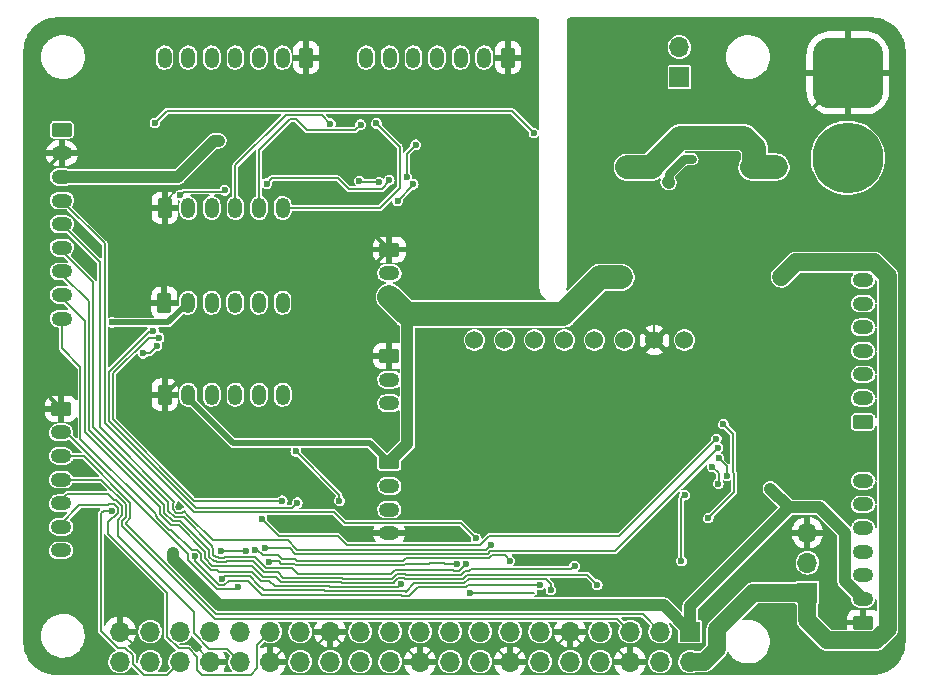
<source format=gbr>
G04 #@! TF.GenerationSoftware,KiCad,Pcbnew,(6.0.1)*
G04 #@! TF.CreationDate,2022-01-26T09:26:30-08:00*
G04 #@! TF.ProjectId,Prime Mover,5072696d-6520-44d6-9f76-65722e6b6963,rev?*
G04 #@! TF.SameCoordinates,Original*
G04 #@! TF.FileFunction,Copper,L2,Bot*
G04 #@! TF.FilePolarity,Positive*
%FSLAX46Y46*%
G04 Gerber Fmt 4.6, Leading zero omitted, Abs format (unit mm)*
G04 Created by KiCad (PCBNEW (6.0.1)) date 2022-01-26 09:26:30*
%MOMM*%
%LPD*%
G01*
G04 APERTURE LIST*
G04 Aperture macros list*
%AMRoundRect*
0 Rectangle with rounded corners*
0 $1 Rounding radius*
0 $2 $3 $4 $5 $6 $7 $8 $9 X,Y pos of 4 corners*
0 Add a 4 corners polygon primitive as box body*
4,1,4,$2,$3,$4,$5,$6,$7,$8,$9,$2,$3,0*
0 Add four circle primitives for the rounded corners*
1,1,$1+$1,$2,$3*
1,1,$1+$1,$4,$5*
1,1,$1+$1,$6,$7*
1,1,$1+$1,$8,$9*
0 Add four rect primitives between the rounded corners*
20,1,$1+$1,$2,$3,$4,$5,0*
20,1,$1+$1,$4,$5,$6,$7,0*
20,1,$1+$1,$6,$7,$8,$9,0*
20,1,$1+$1,$8,$9,$2,$3,0*%
G04 Aperture macros list end*
G04 #@! TA.AperFunction,ComponentPad*
%ADD10RoundRect,0.250000X-0.350000X-0.625000X0.350000X-0.625000X0.350000X0.625000X-0.350000X0.625000X0*%
G04 #@! TD*
G04 #@! TA.AperFunction,ComponentPad*
%ADD11O,1.200000X1.750000*%
G04 #@! TD*
G04 #@! TA.AperFunction,ComponentPad*
%ADD12C,1.524000*%
G04 #@! TD*
G04 #@! TA.AperFunction,ComponentPad*
%ADD13RoundRect,0.250000X-0.625000X0.350000X-0.625000X-0.350000X0.625000X-0.350000X0.625000X0.350000X0*%
G04 #@! TD*
G04 #@! TA.AperFunction,ComponentPad*
%ADD14O,1.750000X1.200000*%
G04 #@! TD*
G04 #@! TA.AperFunction,ComponentPad*
%ADD15RoundRect,0.250000X0.625000X-0.350000X0.625000X0.350000X-0.625000X0.350000X-0.625000X-0.350000X0*%
G04 #@! TD*
G04 #@! TA.AperFunction,ComponentPad*
%ADD16RoundRect,0.250000X0.350000X0.625000X-0.350000X0.625000X-0.350000X-0.625000X0.350000X-0.625000X0*%
G04 #@! TD*
G04 #@! TA.AperFunction,ComponentPad*
%ADD17R,1.700000X1.700000*%
G04 #@! TD*
G04 #@! TA.AperFunction,ComponentPad*
%ADD18O,1.700000X1.700000*%
G04 #@! TD*
G04 #@! TA.AperFunction,ComponentPad*
%ADD19RoundRect,1.500000X-1.500000X1.500000X-1.500000X-1.500000X1.500000X-1.500000X1.500000X1.500000X0*%
G04 #@! TD*
G04 #@! TA.AperFunction,ComponentPad*
%ADD20C,6.000000*%
G04 #@! TD*
G04 #@! TA.AperFunction,ViaPad*
%ADD21C,0.600000*%
G04 #@! TD*
G04 #@! TA.AperFunction,Conductor*
%ADD22C,0.500000*%
G04 #@! TD*
G04 #@! TA.AperFunction,Conductor*
%ADD23C,0.200000*%
G04 #@! TD*
G04 #@! TA.AperFunction,Conductor*
%ADD24C,0.150000*%
G04 #@! TD*
G04 #@! TA.AperFunction,Conductor*
%ADD25C,0.350000*%
G04 #@! TD*
G04 #@! TA.AperFunction,Conductor*
%ADD26C,1.000000*%
G04 #@! TD*
G04 #@! TA.AperFunction,Conductor*
%ADD27C,1.500000*%
G04 #@! TD*
G04 #@! TA.AperFunction,Conductor*
%ADD28C,2.000000*%
G04 #@! TD*
G04 #@! TA.AperFunction,Conductor*
%ADD29C,0.750000*%
G04 #@! TD*
G04 APERTURE END LIST*
D10*
X12100000Y-24300000D03*
D11*
X14100000Y-24300000D03*
X16100000Y-24300000D03*
X18100000Y-24300000D03*
X20100000Y-24300000D03*
X22100000Y-24300000D03*
D12*
X56130000Y-27460000D03*
X53590000Y-27460000D03*
X51050000Y-27460000D03*
X48510000Y-27460000D03*
X45970000Y-27460000D03*
X43430000Y-27460000D03*
X40890000Y-27460000D03*
X38350000Y-27460000D03*
D13*
X3414000Y-9652000D03*
D14*
X3414000Y-11652000D03*
X3414000Y-13652000D03*
X3414000Y-15652000D03*
X3414000Y-17652000D03*
X3414000Y-19652000D03*
X3414000Y-21652000D03*
X3414000Y-23652000D03*
X3414000Y-25652000D03*
D15*
X71250000Y-34380000D03*
D14*
X71250000Y-32380000D03*
X71250000Y-30380000D03*
X71250000Y-28380000D03*
X71250000Y-26380000D03*
X71250000Y-24380000D03*
X71250000Y-22380000D03*
D15*
X71250000Y-51380000D03*
D14*
X71250000Y-49380000D03*
X71250000Y-47380000D03*
X71250000Y-45380000D03*
X71250000Y-43380000D03*
X71250000Y-41380000D03*
X71250000Y-39380000D03*
D13*
X31150000Y-19800000D03*
D14*
X31150000Y-21800000D03*
X31150000Y-23800000D03*
D13*
X31140000Y-28820000D03*
D14*
X31140000Y-30820000D03*
X31140000Y-32820000D03*
D13*
X31140000Y-37820000D03*
D14*
X31140000Y-39820000D03*
X31140000Y-41820000D03*
X31140000Y-43820000D03*
D13*
X3350000Y-33280000D03*
D14*
X3350000Y-35280000D03*
X3350000Y-37280000D03*
X3350000Y-39280000D03*
X3350000Y-41280000D03*
X3350000Y-43280000D03*
X3350000Y-45280000D03*
D16*
X41180000Y-3550000D03*
D11*
X39180000Y-3550000D03*
X37180000Y-3550000D03*
X35180000Y-3550000D03*
X33180000Y-3550000D03*
X31180000Y-3550000D03*
X29180000Y-3550000D03*
D16*
X24110000Y-3550000D03*
D11*
X22110000Y-3550000D03*
X20110000Y-3550000D03*
X18110000Y-3550000D03*
X16110000Y-3550000D03*
X14110000Y-3550000D03*
X12110000Y-3550000D03*
D17*
X55700000Y-5200000D03*
D18*
X55700000Y-2660000D03*
D19*
X69960000Y-4840000D03*
D20*
X69960000Y-12040000D03*
D10*
X12110000Y-32090000D03*
D11*
X14110000Y-32090000D03*
X16110000Y-32090000D03*
X18110000Y-32090000D03*
X20110000Y-32090000D03*
X22110000Y-32090000D03*
D17*
X66540000Y-48860000D03*
D18*
X66540000Y-46320000D03*
X66540000Y-43780000D03*
D10*
X12110000Y-16280000D03*
D11*
X14110000Y-16280000D03*
X16110000Y-16280000D03*
X18110000Y-16280000D03*
X20110000Y-16280000D03*
X22110000Y-16280000D03*
D17*
X56610000Y-52150000D03*
D18*
X56610000Y-54690000D03*
X54070000Y-52150000D03*
X54070000Y-54690000D03*
X51530000Y-52150000D03*
X51530000Y-54690000D03*
X48990000Y-52150000D03*
X48990000Y-54690000D03*
X46450000Y-52150000D03*
X46450000Y-54690000D03*
X43910000Y-52150000D03*
X43910000Y-54690000D03*
X41370000Y-52150000D03*
X41370000Y-54690000D03*
X38830000Y-52150000D03*
X38830000Y-54690000D03*
X36290000Y-52150000D03*
X36290000Y-54690000D03*
X33750000Y-52150000D03*
X33750000Y-54690000D03*
X31210000Y-52150000D03*
X31210000Y-54690000D03*
X28670000Y-52150000D03*
X28670000Y-54690000D03*
X26130000Y-52150000D03*
X26130000Y-54690000D03*
X23590000Y-52150000D03*
X23590000Y-54690000D03*
X21050000Y-52150000D03*
X21050000Y-54690000D03*
X18510000Y-52150000D03*
X18510000Y-54690000D03*
X15970000Y-52150000D03*
X15970000Y-54690000D03*
X13430000Y-52150000D03*
X13430000Y-54690000D03*
X10890000Y-52150000D03*
X10890000Y-54690000D03*
X8350000Y-52150000D03*
X8350000Y-54690000D03*
D21*
X8740000Y-24930000D03*
X7680000Y-25970000D03*
X12110000Y-28920000D03*
X9560000Y-29900000D03*
X11471531Y-27980898D03*
X10290000Y-28590000D03*
X11644912Y-27251726D03*
X11172930Y-26669500D03*
X22073584Y-41069467D03*
X23350000Y-41240000D03*
X7620000Y-41900000D03*
X60160000Y-42170000D03*
X59260000Y-29470000D03*
X71700000Y-35990000D03*
X45880000Y-48390000D03*
X14750000Y-53400000D03*
X63890000Y-14720000D03*
X46710000Y-14770000D03*
X51270000Y-10950000D03*
X39790000Y-23010000D03*
X65600000Y-29640000D03*
X22020000Y-6340000D03*
X58050000Y-1210000D03*
X35480000Y-44150000D03*
X22480059Y-7521977D03*
X20590000Y-35130000D03*
X57860000Y-25360000D03*
X25360000Y-41250000D03*
X52660000Y-6710000D03*
X64740000Y-33620000D03*
X42160000Y-26750000D03*
X46850000Y-21700000D03*
X47430000Y-7820000D03*
X52170000Y-10010000D03*
X15290000Y-36250000D03*
X35590000Y-27240000D03*
X55350000Y-47750000D03*
X8510605Y-33933494D03*
X57610000Y-35570000D03*
X22590000Y-37400000D03*
X63560000Y-37740000D03*
X28930000Y-41970000D03*
X23930000Y-20590000D03*
X54650000Y-16180000D03*
X47560000Y-26240000D03*
X27380000Y-5330000D03*
X8400000Y-21050000D03*
X49510000Y-24270000D03*
X54990000Y-38330000D03*
X55920000Y-13760000D03*
X1320000Y-48370000D03*
X52780000Y-47380000D03*
X11210000Y-48950000D03*
X61882500Y-8420000D03*
X25400000Y-14470000D03*
X59950000Y-15540000D03*
X26210000Y-13170000D03*
X64730000Y-8440000D03*
X60520000Y-11870000D03*
X62760000Y-20410000D03*
X64670000Y-1050000D03*
X64680000Y-50510000D03*
X16860000Y-12270000D03*
X24070000Y-34750000D03*
X73910000Y-19310000D03*
X56750000Y-13750000D03*
X59320000Y-13770000D03*
X50100000Y-43160000D03*
X35420000Y-22650000D03*
X9070000Y-10900000D03*
X39530000Y-28610000D03*
X6050000Y-43380000D03*
X50930000Y-33140000D03*
X970000Y-30890000D03*
X27220000Y-17130000D03*
X25065000Y-12025000D03*
X8420000Y-27380000D03*
X52890000Y-20080000D03*
X27100000Y-43580000D03*
X63750000Y-47340000D03*
X52000000Y-1380000D03*
X68380000Y-17000000D03*
X15270000Y-26320000D03*
X66440000Y-19390000D03*
X49050000Y-46780000D03*
X58500000Y-13780000D03*
X12060000Y-53490000D03*
X22210000Y-11190000D03*
X21940989Y-42589011D03*
X20580000Y-9360000D03*
X57640000Y-20870000D03*
X6540000Y-15090000D03*
X46810000Y-29250000D03*
X40810000Y-14180000D03*
X13331838Y-41567517D03*
X9450000Y-15160000D03*
X60240000Y-23930000D03*
X64510000Y-45210000D03*
X37780000Y-36640000D03*
X7890000Y-12330000D03*
X28290000Y-30670000D03*
X5860000Y-10920000D03*
X39160000Y-43210000D03*
X65840000Y-39940000D03*
X53620000Y-31370000D03*
X54820000Y-23840000D03*
X23360000Y-26390000D03*
X35140000Y-14550000D03*
X61760000Y-42330000D03*
X52970000Y-10630000D03*
X66160000Y-14460000D03*
X42480000Y-46130000D03*
X71160000Y-19280000D03*
X35420000Y-34140000D03*
X3300000Y-30720000D03*
X22970000Y-9340000D03*
X28630000Y-26300000D03*
X42190000Y-11290000D03*
X8940000Y-2350000D03*
X15170000Y-21010000D03*
X6020000Y-46230000D03*
X55380000Y-15320000D03*
X26910000Y-15510000D03*
X64010000Y-24480000D03*
X68180000Y-47510000D03*
X41730000Y-23290000D03*
X46980000Y-1200000D03*
X73480000Y-14320000D03*
X45660000Y-36820000D03*
X60470000Y-14000000D03*
X35470000Y-42390000D03*
X63520000Y-10970000D03*
X40620000Y-16950000D03*
X36780000Y-10010000D03*
X5660000Y-12380000D03*
X26150000Y-9140500D03*
X28710000Y-9220000D03*
X55870000Y-46170000D03*
X11290000Y-9090000D03*
X43380000Y-9940000D03*
X56150000Y-40580000D03*
X59040000Y-37470000D03*
X59740000Y-38970000D03*
X58980000Y-39620000D03*
X58475746Y-38185746D03*
X64330000Y-22140000D03*
X34890000Y-25260000D03*
X50760000Y-22140000D03*
X32125200Y-48161478D03*
X48740000Y-48180000D03*
X46820000Y-46590000D03*
X37672858Y-46458522D03*
X39750000Y-44780000D03*
X38490000Y-44260000D03*
X37962581Y-48855781D03*
X16720000Y-10600000D03*
X36110000Y-49900000D03*
X12840000Y-45510000D03*
X63400000Y-40050000D03*
X50110000Y-49900000D03*
X14545000Y-47695000D03*
X54810000Y-14140000D03*
X56789678Y-12145500D03*
X59420000Y-34580000D03*
X53350000Y-12830000D03*
X58150000Y-42540000D03*
X61840000Y-12820000D03*
X63890000Y-12820000D03*
X51290000Y-12830000D03*
X20584256Y-45061367D03*
X58970000Y-36610000D03*
X20337635Y-42589011D03*
X58830000Y-35830000D03*
X18310500Y-48385698D03*
X23220000Y-36880000D03*
X30280000Y-14110000D03*
X26920000Y-41060000D03*
X28610000Y-13990000D03*
X33380000Y-10920000D03*
X32610000Y-13670000D03*
X33160000Y-14280000D03*
X31140000Y-13920000D03*
X31840000Y-15680000D03*
X20744319Y-14219020D03*
X17210000Y-14780000D03*
X13448895Y-15188217D03*
X19020000Y-45300000D03*
X16929500Y-45335458D03*
X16950000Y-47669500D03*
X44820000Y-48620000D03*
X43880000Y-48219500D03*
X14649009Y-45790907D03*
X19777240Y-45228358D03*
X41330000Y-46140000D03*
X20920894Y-46239011D03*
X36840110Y-46458522D03*
X30041769Y-9120989D03*
D22*
X12430000Y-25970000D02*
X7680000Y-25970000D01*
D23*
X10290000Y-28590000D02*
X10862429Y-28590000D01*
X10862429Y-28590000D02*
X11471531Y-27980898D01*
X7730000Y-30280000D02*
X10758274Y-27251726D01*
X14639467Y-41069467D02*
X7730000Y-34160000D01*
X22073584Y-41069467D02*
X14639467Y-41069467D01*
X7380489Y-30135227D02*
X10846216Y-26669500D01*
X7380489Y-34304772D02*
X7380489Y-30135227D01*
X14765717Y-41690000D02*
X7380489Y-34304772D01*
X22900000Y-41690000D02*
X14765717Y-41690000D01*
X23350000Y-41240000D02*
X22900000Y-41690000D01*
X10758274Y-27251726D02*
X11644912Y-27251726D01*
X7730000Y-34160000D02*
X7730000Y-30280000D01*
D22*
X14100000Y-24300000D02*
X12430000Y-25970000D01*
D23*
X10846216Y-26669500D02*
X11172930Y-26669500D01*
X12110000Y-32090000D02*
X12110000Y-28920000D01*
X26436624Y-42039511D02*
X27367593Y-42970480D01*
X14580943Y-42039511D02*
X26436624Y-42039511D01*
X7050489Y-34509057D02*
X14580943Y-42039511D01*
X7050489Y-34469056D02*
X7050489Y-34509057D01*
X7030978Y-19268978D02*
X7030978Y-34449545D01*
X3414000Y-15652000D02*
X7030978Y-19268978D01*
X18127686Y-48568512D02*
X18310500Y-48385698D01*
X16548480Y-48568512D02*
X18127686Y-48568512D01*
X14099510Y-46119542D02*
X16548480Y-48568512D01*
X14099510Y-46018521D02*
X14099510Y-46119542D01*
X3795794Y-35280000D02*
X14099508Y-45583714D01*
X7030978Y-34449545D02*
X7050489Y-34469056D01*
X32039992Y-48161478D02*
X32125200Y-48161478D01*
X31840003Y-48361467D02*
X32039992Y-48161478D01*
X26140003Y-48361467D02*
X31840003Y-48361467D01*
X25810003Y-48331467D02*
X26110003Y-48331467D01*
X25790003Y-48311467D02*
X25810003Y-48331467D01*
X21452900Y-48311467D02*
X25790003Y-48311467D01*
X20978478Y-47837045D02*
X21452900Y-48311467D01*
X20258967Y-47837045D02*
X20978478Y-47837045D01*
X19541920Y-47120000D02*
X20258967Y-47837045D01*
X16750000Y-47120000D02*
X19541920Y-47120000D01*
X16543347Y-46933492D02*
X16563491Y-46933491D01*
X27367593Y-42970480D02*
X37200480Y-42970480D01*
X16543345Y-46933494D02*
X16543347Y-46933492D01*
X16253799Y-46933494D02*
X16253804Y-46933494D01*
X16253797Y-46933492D02*
X16253799Y-46933494D01*
X16253794Y-46933492D02*
X16253797Y-46933492D01*
X16228334Y-46908033D02*
X16253794Y-46933492D01*
X16018049Y-46908033D02*
X16228334Y-46908033D01*
X15198511Y-46088495D02*
X16018049Y-46908033D01*
X15198511Y-45563297D02*
X15198511Y-46088495D01*
X12525139Y-43515062D02*
X12665140Y-43515062D01*
X4990000Y-35839922D02*
X11384295Y-42234217D01*
X3414000Y-25652000D02*
X3414000Y-28171155D01*
X47880000Y-47320000D02*
X48740000Y-48180000D01*
X38045256Y-47357528D02*
X38082781Y-47320000D01*
X38045249Y-47357528D02*
X38045256Y-47357528D01*
X37887322Y-47357534D02*
X38045243Y-47357534D01*
X37755711Y-47357539D02*
X37887322Y-47357534D01*
X12665140Y-43515062D02*
X14391483Y-45241405D01*
X37706779Y-47357534D02*
X37755706Y-47357534D01*
X32352812Y-47611977D02*
X32447880Y-47707045D01*
X31897588Y-47611977D02*
X32352812Y-47611977D01*
X31575699Y-47933866D02*
X31897588Y-47611977D01*
X31575699Y-47955294D02*
X31575699Y-47933866D01*
X31519037Y-48011956D02*
X31575699Y-47955294D01*
X27044776Y-47961956D02*
X27094777Y-48011956D01*
X21528968Y-47487534D02*
X22003391Y-47961956D01*
X19474726Y-46558522D02*
X20403738Y-47487534D01*
X17458341Y-46558522D02*
X19474726Y-46558522D01*
X17432886Y-46583978D02*
X17458341Y-46558522D01*
X17432882Y-46583978D02*
X17432886Y-46583978D01*
X17432879Y-46583981D02*
X17432882Y-46583978D01*
X17259159Y-46583981D02*
X17432879Y-46583981D01*
X17143341Y-46583983D02*
X17259159Y-46583981D01*
X16514390Y-46583981D02*
X17143339Y-46583981D01*
X16398572Y-46583983D02*
X16514390Y-46583981D01*
X16398570Y-46583981D02*
X16398572Y-46583983D01*
X16398566Y-46583981D02*
X16398570Y-46583981D01*
X16373107Y-46558522D02*
X16398566Y-46583981D01*
X15548023Y-45943703D02*
X16162843Y-46558522D01*
X15548022Y-45418524D02*
X15548023Y-45943703D01*
X13295049Y-43165551D02*
X15548022Y-45418524D01*
X12669911Y-43165551D02*
X13295049Y-43165551D01*
X11733804Y-41604306D02*
X11733806Y-42229448D01*
X14099508Y-45583714D02*
X14099508Y-46018519D01*
X5340489Y-35210991D02*
X11733804Y-41604306D01*
X5340489Y-29603350D02*
X5340489Y-35210991D01*
X5331475Y-29594337D02*
X5340489Y-29603350D01*
X5331459Y-29160033D02*
X5331459Y-29304793D01*
X5331459Y-29015249D02*
X5331451Y-29015257D01*
X5331459Y-25844459D02*
X5331459Y-29015249D01*
X3414000Y-23927000D02*
X5331459Y-25844459D01*
X38030938Y-46877555D02*
X46532445Y-46877555D01*
X37938002Y-46970491D02*
X38030938Y-46877555D01*
X14876619Y-45241405D02*
X15198511Y-45563297D01*
X37200480Y-42970480D02*
X38490000Y-44260000D01*
X37937999Y-46970491D02*
X37938002Y-46970491D01*
X37900470Y-47008023D02*
X37937999Y-46970491D01*
X3350000Y-35280000D02*
X3795794Y-35280000D01*
X37562007Y-47008023D02*
X37900470Y-47008023D01*
X37212495Y-47357534D02*
X37562007Y-47008023D01*
X32592652Y-47357534D02*
X37212495Y-47357534D01*
X31752816Y-47262466D02*
X32497585Y-47262466D01*
X27239549Y-47662445D02*
X31352837Y-47662445D01*
X27189549Y-47612445D02*
X27239549Y-47662445D01*
X22148163Y-47612445D02*
X27189549Y-47612445D01*
X5331475Y-29594326D02*
X5331475Y-29594337D01*
X21673741Y-47138023D02*
X22148163Y-47612445D01*
X17288107Y-46234470D02*
X17313565Y-46209011D01*
X16543338Y-46234470D02*
X17288107Y-46234470D01*
X16517878Y-46209011D02*
X16543338Y-46234470D01*
X16307615Y-46209011D02*
X16517878Y-46209011D01*
X15897533Y-45798930D02*
X16307615Y-46209011D01*
X13439822Y-42816040D02*
X15897533Y-45273751D01*
X3414000Y-23652000D02*
X3414000Y-23927000D01*
X13104227Y-42816039D02*
X13439822Y-42816040D01*
X12814682Y-42816040D02*
X13104227Y-42816039D01*
X12083316Y-42084675D02*
X12814682Y-42816040D01*
X5331467Y-29449565D02*
X5331467Y-29594318D01*
X12083315Y-41459533D02*
X12083316Y-42084675D01*
X38082781Y-47320000D02*
X47880000Y-47320000D01*
X5690000Y-35066218D02*
X12083315Y-41459533D01*
X5690000Y-29748111D02*
X5690000Y-35066218D01*
X5690008Y-29748103D02*
X5690000Y-29748111D01*
X5690000Y-29603331D02*
X5690008Y-29748103D01*
X5690000Y-29458567D02*
X5690000Y-29603331D01*
X5680970Y-29160010D02*
X5680978Y-29304793D01*
X11733806Y-42229448D02*
X12669911Y-43165551D01*
X26110003Y-48331467D02*
X26140003Y-48361467D01*
X5680978Y-29160002D02*
X5680970Y-29160010D01*
X3414000Y-21652000D02*
X3414000Y-21927000D01*
X37518147Y-46613233D02*
X37672858Y-46458522D01*
X37462514Y-46613233D02*
X37518147Y-46613233D01*
X37067722Y-47008022D02*
X37462514Y-46613233D01*
X5331467Y-29594318D02*
X5331475Y-29594326D01*
X36612498Y-47008023D02*
X37067722Y-47008022D01*
X36502519Y-46898044D02*
X36612498Y-47008023D01*
X32497585Y-47262466D02*
X32592652Y-47357534D01*
X31790524Y-46898044D02*
X36502519Y-46898044D01*
X5331451Y-29015257D02*
X5331459Y-29160033D01*
X31264704Y-47256296D02*
X31608044Y-46912955D01*
X27094777Y-48011956D02*
X31519037Y-48011956D01*
X23404298Y-47262934D02*
X27334322Y-47262934D01*
X22929876Y-46788512D02*
X23404298Y-47262934D01*
X19764272Y-45859501D02*
X20693282Y-46788512D01*
X17168793Y-45859500D02*
X19764272Y-45859501D01*
X16688110Y-45884959D02*
X17143334Y-45884959D01*
X16662651Y-45859500D02*
X16688110Y-45884959D01*
X4990000Y-29747155D02*
X4990000Y-35839922D01*
X16452387Y-45859500D02*
X16662651Y-45859500D01*
X11384295Y-42234217D02*
X11384296Y-42374221D01*
X16130499Y-44869067D02*
X16130499Y-45012433D01*
X17313565Y-46209011D02*
X19619499Y-46209011D01*
X13716092Y-42454660D02*
X16130499Y-44869067D01*
X13704223Y-42466529D02*
X13716092Y-42454660D01*
X11384296Y-42374221D02*
X11589035Y-42578959D01*
X12959454Y-42466529D02*
X13704223Y-42466529D01*
X46532445Y-46877555D02*
X46820000Y-46590000D01*
X12432826Y-41219168D02*
X12432826Y-41939902D01*
X6040489Y-29314773D02*
X6040489Y-34826831D01*
X6030489Y-29304763D02*
X6039503Y-29313776D01*
X6030489Y-22543489D02*
X6030489Y-29304763D01*
X11589035Y-42578959D02*
X12525139Y-43515062D01*
X3414000Y-19927000D02*
X6030489Y-22543489D01*
X3414000Y-19652000D02*
X3414000Y-19927000D01*
X5680978Y-24193978D02*
X5680978Y-29160002D01*
X38045243Y-47357534D02*
X38045249Y-47357528D01*
X22550000Y-44400000D02*
X23360000Y-45210000D01*
X13716093Y-41960376D02*
X14100945Y-42345228D01*
X13104226Y-42117018D02*
X13559450Y-42117018D01*
X3414000Y-17652000D02*
X6620000Y-20858000D01*
X20403738Y-47487534D02*
X21528968Y-47487534D01*
X39320000Y-45210000D02*
X39750000Y-44780000D01*
X16388927Y-46933494D02*
X16543345Y-46933494D01*
X37357268Y-47707045D02*
X37706779Y-47357534D01*
X12432826Y-41939902D02*
X12959454Y-42466529D01*
X15897533Y-45273751D02*
X15897533Y-45798930D01*
X22003391Y-47961956D02*
X27044776Y-47961956D01*
X16253804Y-46933494D02*
X16253806Y-46933496D01*
X5680978Y-29304793D02*
X5680978Y-29449545D01*
X6620000Y-20858000D02*
X6620000Y-34864284D01*
X37755706Y-47357534D02*
X37755711Y-47357539D01*
X27340960Y-47256296D02*
X31264704Y-47256296D01*
X6039503Y-29313786D02*
X6040489Y-29314773D01*
X16247044Y-45654157D02*
X16452387Y-45859500D01*
X32447880Y-47707045D02*
X37357268Y-47707045D01*
X17143334Y-45884959D02*
X17168793Y-45859500D01*
X16253806Y-46933496D02*
X16388927Y-46933494D01*
X16130499Y-45012433D02*
X16247044Y-45128979D01*
X16563491Y-46933491D02*
X16750000Y-47120000D01*
X3414000Y-21927000D02*
X5680978Y-24193978D01*
X31352837Y-47662445D02*
X31752816Y-47262466D01*
X12782337Y-41795129D02*
X13104226Y-42117018D01*
X27334322Y-47262934D02*
X27340960Y-47256296D01*
X19619499Y-46209011D02*
X20548510Y-47138023D01*
X5331459Y-29304793D02*
X5331467Y-29449565D01*
X31608044Y-46912955D02*
X31775613Y-46912955D01*
X12782337Y-41339905D02*
X12782337Y-41795129D01*
X23360000Y-45210000D02*
X39320000Y-45210000D01*
X20693282Y-46788512D02*
X22929876Y-46788512D01*
X12938979Y-41183263D02*
X12782337Y-41339905D01*
X14100945Y-42345228D02*
X14115228Y-42345228D01*
X6040489Y-34826831D02*
X12432826Y-41219168D01*
X14099508Y-46018519D02*
X14099510Y-46018521D01*
X31775613Y-46912955D02*
X31790524Y-46898044D01*
X14115228Y-42345228D02*
X16170000Y-44400000D01*
X14391483Y-45241405D02*
X14876619Y-45241405D01*
X6039503Y-29313776D02*
X6039503Y-29313786D01*
X17143339Y-46583981D02*
X17143341Y-46583983D01*
X3414000Y-28171155D02*
X4990000Y-29747155D01*
X13559450Y-42117018D02*
X13716093Y-41960376D01*
X20548510Y-47138023D02*
X21673741Y-47138023D01*
X16247044Y-45128979D02*
X16247044Y-45654157D01*
X6620000Y-34864284D02*
X12938979Y-41183263D01*
X16162843Y-46558522D02*
X16373107Y-46558522D01*
X5680978Y-29449545D02*
X5690000Y-29458567D01*
X16170000Y-44400000D02*
X22550000Y-44400000D01*
X21799113Y-44050489D02*
X20337635Y-42589011D01*
X27543376Y-44830489D02*
X26763376Y-44050489D01*
X26763376Y-44050489D02*
X21799113Y-44050489D01*
X39597631Y-44067631D02*
X38834773Y-44830489D01*
X50592369Y-44067631D02*
X39597631Y-44067631D01*
X58830000Y-35830000D02*
X50592369Y-44067631D01*
X38834773Y-44830489D02*
X27543376Y-44830489D01*
X6960000Y-41900000D02*
X7620000Y-41900000D01*
X5259963Y-37280000D02*
X3350000Y-37280000D01*
X9218034Y-41238071D02*
X5259963Y-37280000D01*
X9218033Y-41982838D02*
X9218034Y-41238071D01*
X9218034Y-42561927D02*
X9218033Y-41982838D01*
X8828034Y-42951929D02*
X9218034Y-42561927D01*
X8828034Y-43038002D02*
X8828034Y-42951929D01*
X16479543Y-50689511D02*
X8828034Y-43038002D01*
X52609511Y-50689511D02*
X16479543Y-50689511D01*
X54070000Y-52150000D02*
X52609511Y-50689511D01*
X6765679Y-39280000D02*
X3350000Y-39280000D01*
X8478523Y-42807157D02*
X8868523Y-42417156D01*
X51530000Y-52150000D02*
X50427066Y-51047066D01*
X3350000Y-41005000D02*
X3350000Y-41280000D01*
X7802385Y-41000988D02*
X7281396Y-40480000D01*
X7281396Y-40480000D02*
X3875000Y-40480000D01*
X7992384Y-41000988D02*
X7802385Y-41000988D01*
X8519012Y-41527615D02*
X7992384Y-41000988D01*
X8519012Y-42272384D02*
X8519012Y-41527615D01*
X8129012Y-42662385D02*
X8519012Y-42272384D01*
X3875000Y-40480000D02*
X3350000Y-41005000D01*
X8129012Y-44039535D02*
X8129012Y-42662385D01*
X14570000Y-50480523D02*
X8129012Y-44039535D01*
X14570000Y-52310000D02*
X14570000Y-50480523D01*
X6710000Y-42150000D02*
X6960000Y-41900000D01*
X15850489Y-53590489D02*
X14570000Y-52310000D01*
X8868523Y-42417156D02*
X8868522Y-42127611D01*
X17410489Y-53590489D02*
X15850489Y-53590489D01*
X8868522Y-42127611D02*
X8868523Y-41382843D01*
X18510000Y-54690000D02*
X17410489Y-53590489D01*
X19410000Y-55790000D02*
X19950489Y-55249511D01*
X8868523Y-41382843D02*
X6765679Y-39280000D01*
X15254520Y-55790000D02*
X19410000Y-55790000D01*
X14870489Y-55405969D02*
X15254520Y-55790000D01*
X14870489Y-54297602D02*
X14870489Y-55405969D01*
X13295056Y-53570000D02*
X14142887Y-53570000D01*
X12330489Y-48853376D02*
X12330489Y-52605433D01*
X7349511Y-43872398D02*
X12330489Y-48853376D01*
X7349511Y-42837602D02*
X7349511Y-43872398D01*
X7717612Y-42479501D02*
X7477612Y-42719501D01*
X7767612Y-42479501D02*
X7717612Y-42479501D01*
X19950489Y-55249511D02*
X19950489Y-53249511D01*
X7847612Y-42449501D02*
X7797612Y-42449501D01*
X8478523Y-43182775D02*
X8478523Y-42807157D01*
X8169501Y-42127612D02*
X7847612Y-42449501D01*
X7362388Y-41350499D02*
X7847612Y-41350499D01*
X7322388Y-41360499D02*
X7352388Y-41360499D01*
X12330489Y-52605433D02*
X13295056Y-53570000D01*
X7292388Y-41390499D02*
X7322388Y-41360499D01*
X7202388Y-41430499D02*
X7242388Y-41390499D01*
X7797612Y-42449501D02*
X7767612Y-42479501D01*
X7162388Y-41430499D02*
X7202388Y-41430499D01*
X7122388Y-41470499D02*
X7162388Y-41430499D01*
X4884501Y-41470499D02*
X7122388Y-41470499D01*
X8169501Y-41672388D02*
X8169501Y-42127612D01*
X3350000Y-43005000D02*
X4884501Y-41470499D01*
X19950489Y-53249511D02*
X21050000Y-52150000D01*
X3350000Y-43280000D02*
X3350000Y-43005000D01*
X16342814Y-51047066D02*
X8478523Y-43182775D01*
X7847612Y-41350499D02*
X8169501Y-41672388D01*
X50427066Y-51047066D02*
X16342814Y-51047066D01*
X7477612Y-42719501D02*
X7467612Y-42719501D01*
X7160000Y-52514944D02*
X6710000Y-52064944D01*
X7242388Y-41390499D02*
X7292388Y-41390499D01*
X8145056Y-53500000D02*
X7160000Y-52514944D01*
X9449511Y-54159511D02*
X8790000Y-53500000D01*
X9449511Y-54859511D02*
X9449511Y-54159511D01*
X7352388Y-41360499D02*
X7362388Y-41350499D01*
X6710000Y-52064944D02*
X6710000Y-42150000D01*
X10410000Y-55820000D02*
X9449511Y-54859511D01*
X14142887Y-53570000D02*
X14870489Y-54297602D01*
X12300000Y-55820000D02*
X10410000Y-55820000D01*
X8790000Y-53500000D02*
X8145056Y-53500000D01*
X7467612Y-42719501D02*
X7349511Y-42837602D01*
D24*
X13430000Y-54690000D02*
X12300000Y-55820000D01*
D23*
X40810000Y-14180000D02*
X35510000Y-14180000D01*
D25*
X60470000Y-11920000D02*
X60520000Y-11870000D01*
D23*
X22210000Y-10100000D02*
X22970000Y-9340000D01*
X15970000Y-54690000D02*
X15970000Y-54620000D01*
D25*
X60470000Y-14000000D02*
X60470000Y-11920000D01*
X31140000Y-25980000D02*
X28390000Y-23230000D01*
D23*
X13320000Y-14540000D02*
X10070000Y-14540000D01*
D25*
X28390000Y-22560000D02*
X28390000Y-23230000D01*
X52660000Y-6710000D02*
X52660000Y-9520000D01*
X63520000Y-10057500D02*
X63391250Y-9928750D01*
D23*
X53590000Y-20780000D02*
X52890000Y-20080000D01*
D25*
X64760000Y-14720000D02*
X65760000Y-13720000D01*
D23*
X32650489Y-53590489D02*
X27570489Y-53590489D01*
X40270489Y-53590489D02*
X34849511Y-53590489D01*
X26910000Y-15510000D02*
X26910000Y-14380000D01*
X41370000Y-54690000D02*
X40270489Y-53590489D01*
X50089511Y-53249511D02*
X51530000Y-54690000D01*
D25*
X52660000Y-9520000D02*
X52170000Y-10010000D01*
D23*
X25065000Y-12025000D02*
X24230000Y-11190000D01*
X13320000Y-14540000D02*
X12110000Y-15750000D01*
X42160000Y-27620494D02*
X43029506Y-28490000D01*
D25*
X65490000Y-10970000D02*
X63520000Y-10970000D01*
D23*
X32560000Y-17130000D02*
X27220000Y-17130000D01*
X33750000Y-54690000D02*
X32650489Y-53590489D01*
D26*
X59310000Y-13760000D02*
X59320000Y-13770000D01*
D23*
X16860000Y-12270000D02*
X14590000Y-14540000D01*
X62820000Y-38480000D02*
X63560000Y-37740000D01*
X62340000Y-39990000D02*
X62340000Y-38480000D01*
X9690000Y-53490000D02*
X8350000Y-52150000D01*
D25*
X3350000Y-33280000D02*
X2214480Y-32144480D01*
D23*
X12060000Y-53490000D02*
X9690000Y-53490000D01*
X24110000Y-3550000D02*
X24110000Y-5892036D01*
D25*
X63391250Y-9928750D02*
X64871250Y-9928750D01*
D23*
X22149511Y-53590489D02*
X24689511Y-53590489D01*
X24110000Y-5892036D02*
X22480059Y-7521977D01*
X6050000Y-46200000D02*
X6050000Y-43380000D01*
X57650000Y-29880000D02*
X56010000Y-29880000D01*
X16860000Y-12270000D02*
X19770000Y-9360000D01*
X22590000Y-37507113D02*
X27052887Y-41970000D01*
D25*
X63391250Y-9928750D02*
X61882500Y-8420000D01*
D23*
X56010000Y-29880000D02*
X53590000Y-27460000D01*
X26910000Y-14380000D02*
X25490000Y-14380000D01*
X43029506Y-28490000D02*
X52560000Y-28490000D01*
X41730000Y-15100000D02*
X41730000Y-23290000D01*
D25*
X2214480Y-32144480D02*
X2214480Y-12851520D01*
D23*
X46450000Y-52150000D02*
X47549511Y-53249511D01*
D25*
X15380000Y-28820000D02*
X12110000Y-32090000D01*
D23*
X25490000Y-14380000D02*
X25400000Y-14470000D01*
D25*
X64871250Y-9928750D02*
X69960000Y-4840000D01*
D23*
X62340000Y-38480000D02*
X62820000Y-38480000D01*
D25*
X60470000Y-14000000D02*
X60470000Y-14090000D01*
D23*
X27052887Y-41970000D02*
X28930000Y-41970000D01*
X21050000Y-54690000D02*
X22149511Y-53590489D01*
X24689511Y-53590489D02*
X26130000Y-52150000D01*
X15970000Y-54620000D02*
X14750000Y-53400000D01*
X35510000Y-14180000D02*
X35140000Y-14550000D01*
D25*
X65760000Y-13720000D02*
X65760000Y-11240000D01*
D23*
X26210000Y-13170000D02*
X25065000Y-12025000D01*
X42810489Y-53249511D02*
X41370000Y-54690000D01*
X19770000Y-9360000D02*
X20580000Y-9360000D01*
D25*
X31140000Y-28820000D02*
X31140000Y-25980000D01*
D23*
X24230000Y-11190000D02*
X22210000Y-11190000D01*
D25*
X31150000Y-19800000D02*
X28480000Y-17130000D01*
D23*
X53590000Y-27460000D02*
X53590000Y-20780000D01*
D26*
X55920000Y-13760000D02*
X59310000Y-13760000D01*
D23*
X60160000Y-42170000D02*
X62340000Y-39990000D01*
X6020000Y-46230000D02*
X6050000Y-46200000D01*
D25*
X2214480Y-12851520D02*
X3414000Y-11652000D01*
D23*
X45350489Y-53249511D02*
X42810489Y-53249511D01*
D25*
X28480000Y-17130000D02*
X27220000Y-17130000D01*
D23*
X47549511Y-53249511D02*
X50089511Y-53249511D01*
D25*
X63890000Y-14720000D02*
X64760000Y-14720000D01*
D23*
X52560000Y-28490000D02*
X53590000Y-27460000D01*
D25*
X63520000Y-10970000D02*
X63520000Y-10057500D01*
D23*
X14590000Y-14540000D02*
X13320000Y-14540000D01*
D25*
X31140000Y-28820000D02*
X15380000Y-28820000D01*
X65760000Y-11240000D02*
X65490000Y-10970000D01*
D23*
X42160000Y-26750000D02*
X42160000Y-27620494D01*
X27570489Y-53590489D02*
X26130000Y-52150000D01*
D25*
X61100000Y-14720000D02*
X63890000Y-14720000D01*
D23*
X22590000Y-37400000D02*
X22590000Y-37507113D01*
X27100000Y-43580000D02*
X27340000Y-43820000D01*
X32600000Y-17090000D02*
X32560000Y-17130000D01*
X12110000Y-15750000D02*
X12110000Y-16280000D01*
D25*
X60470000Y-14090000D02*
X61100000Y-14720000D01*
D23*
X22210000Y-11190000D02*
X22210000Y-10100000D01*
X63560000Y-35790000D02*
X57650000Y-29880000D01*
X27340000Y-43820000D02*
X31140000Y-43820000D01*
X10070000Y-14540000D02*
X9450000Y-15160000D01*
X63560000Y-37740000D02*
X63560000Y-35790000D01*
X34849511Y-53590489D02*
X33750000Y-54690000D01*
X35140000Y-14550000D02*
X32600000Y-17090000D01*
X46450000Y-52150000D02*
X45350489Y-53249511D01*
D25*
X31150000Y-19800000D02*
X28390000Y-22560000D01*
D23*
X40810000Y-14180000D02*
X41730000Y-15100000D01*
X25430488Y-8420988D02*
X26150000Y-9140500D01*
X18110000Y-16280000D02*
X18110000Y-12681433D01*
X22370445Y-8420988D02*
X25430488Y-8420988D01*
X18110000Y-12681433D02*
X22370445Y-8420988D01*
X23217612Y-8770499D02*
X24137113Y-9690000D01*
X20110000Y-16280000D02*
X20110000Y-11362887D01*
X28240000Y-9690000D02*
X28710000Y-9220000D01*
X24137113Y-9690000D02*
X28240000Y-9690000D01*
X20110000Y-11362887D02*
X22702388Y-8770499D01*
X22702388Y-8770499D02*
X23217612Y-8770499D01*
X11290000Y-9090000D02*
X12308523Y-8071477D01*
X41511477Y-8071477D02*
X43380000Y-9940000D01*
X55870000Y-46170000D02*
X55870000Y-40860000D01*
X12308523Y-8071477D02*
X41511477Y-8071477D01*
X55870000Y-40860000D02*
X56150000Y-40580000D01*
X59740000Y-38970000D02*
X59740000Y-38170000D01*
X59740000Y-38170000D02*
X59040000Y-37470000D01*
X59040000Y-39560000D02*
X59040000Y-38750000D01*
X59040000Y-38750000D02*
X58475746Y-38185746D01*
X58980000Y-39620000D02*
X59040000Y-39560000D01*
D27*
X57812081Y-54690000D02*
X58890000Y-53612081D01*
X58890000Y-53612081D02*
X58890000Y-51933721D01*
D26*
X31150000Y-23800000D02*
X32664520Y-25314520D01*
D27*
X65589520Y-20880480D02*
X64330000Y-22140000D01*
D22*
X31140000Y-37820000D02*
X29500499Y-36180499D01*
D28*
X50760000Y-22140000D02*
X49000000Y-22140000D01*
D22*
X17925499Y-36180499D02*
X14110000Y-32365000D01*
D26*
X32664520Y-36295480D02*
X31140000Y-37820000D01*
D27*
X68209520Y-52879520D02*
X72370480Y-52879520D01*
X73320000Y-51930000D02*
X73320000Y-22054359D01*
X58890000Y-51933721D02*
X61963721Y-48860000D01*
X66540000Y-48860000D02*
X66540000Y-51210000D01*
D22*
X29500499Y-36180499D02*
X17925499Y-36180499D01*
D27*
X72146121Y-20880480D02*
X65589520Y-20880480D01*
X72370480Y-52879520D02*
X73320000Y-51930000D01*
D28*
X45880000Y-25260000D02*
X34890000Y-25260000D01*
D27*
X56610000Y-54690000D02*
X57812081Y-54690000D01*
X73320000Y-22054359D02*
X72146121Y-20880480D01*
D28*
X34890000Y-25260000D02*
X32610000Y-25260000D01*
X49000000Y-22140000D02*
X45880000Y-25260000D01*
D27*
X66540000Y-51210000D02*
X68209520Y-52879520D01*
D28*
X32610000Y-25260000D02*
X31150000Y-23800000D01*
D22*
X14110000Y-32365000D02*
X14110000Y-32090000D01*
D26*
X32664520Y-25314520D02*
X32664520Y-36295480D01*
D27*
X61963721Y-48860000D02*
X66540000Y-48860000D01*
D26*
X50110000Y-49900000D02*
X54360000Y-49900000D01*
D23*
X37962581Y-48855781D02*
X43395781Y-48855781D01*
D26*
X69725480Y-43785480D02*
X69725480Y-47897568D01*
X14545000Y-47695000D02*
X16750000Y-49900000D01*
X16750000Y-49900000D02*
X50110000Y-49900000D01*
X56610000Y-49980000D02*
X64970000Y-41620000D01*
X12840000Y-45510000D02*
X12840000Y-45990000D01*
X64970000Y-41620000D02*
X67560000Y-41620000D01*
X16300032Y-10600000D02*
X13248032Y-13652000D01*
X71207912Y-49380000D02*
X71250000Y-49380000D01*
X54360000Y-49900000D02*
X56610000Y-52150000D01*
X12840000Y-45990000D02*
X14545000Y-47695000D01*
X16720000Y-10600000D02*
X16300032Y-10600000D01*
X56610000Y-52150000D02*
X56610000Y-49980000D01*
X69725480Y-47897568D02*
X71207912Y-49380000D01*
X13248032Y-13652000D02*
X3414000Y-13652000D01*
X67560000Y-41620000D02*
X69725480Y-43785480D01*
X64970000Y-41620000D02*
X63400000Y-40050000D01*
D29*
X56088766Y-12145500D02*
X56086633Y-12143367D01*
X56789678Y-12145500D02*
X56088766Y-12145500D01*
X54810000Y-13420000D02*
X56086633Y-12143367D01*
D26*
X54810000Y-14120000D02*
X54740000Y-14050000D01*
X54810000Y-14140000D02*
X54810000Y-14120000D01*
D29*
X54810000Y-14140000D02*
X54810000Y-13420000D01*
D23*
X58150000Y-42540000D02*
X60359501Y-40330499D01*
D28*
X61170404Y-10320499D02*
X62049501Y-11199596D01*
X53350000Y-12830000D02*
X53350000Y-12724016D01*
D23*
X60359501Y-38782388D02*
X60230000Y-38652887D01*
D28*
X63890000Y-12820000D02*
X61840000Y-12820000D01*
X53350000Y-12830000D02*
X51290000Y-12830000D01*
X53350000Y-12724016D02*
X55753517Y-10320499D01*
D23*
X60230000Y-38652887D02*
X60230000Y-35390000D01*
D28*
X62049501Y-12610499D02*
X61840000Y-12820000D01*
D23*
X60359501Y-40330499D02*
X60359501Y-38782388D01*
X60230000Y-35390000D02*
X59420000Y-34580000D01*
D28*
X55753517Y-10320499D02*
X61170404Y-10320499D01*
X62049501Y-11199596D02*
X62049501Y-12610499D01*
D23*
X58970000Y-36610000D02*
X50240499Y-45339501D01*
X39669511Y-45354772D02*
X39464772Y-45559511D01*
X22692801Y-45061367D02*
X20584256Y-45061367D01*
X39464772Y-45559511D02*
X23190945Y-45559511D01*
X23190945Y-45559511D02*
X22692801Y-45061367D01*
X39684783Y-45339501D02*
X39669511Y-45354772D01*
X50240499Y-45339501D02*
X39684783Y-45339501D01*
X26920000Y-40580000D02*
X23220000Y-36880000D01*
X30280000Y-14110000D02*
X28730000Y-14110000D01*
X28730000Y-14110000D02*
X28610000Y-13990000D01*
X26920000Y-41060000D02*
X26920000Y-40790000D01*
X26920000Y-40790000D02*
X26920000Y-40580000D01*
X32610000Y-13670000D02*
X32610000Y-11690000D01*
X32610000Y-11690000D02*
X33380000Y-10920000D01*
X21192840Y-13770499D02*
X20744319Y-14219020D01*
X30507612Y-14659501D02*
X27683785Y-14659501D01*
X26794783Y-13770499D02*
X21192840Y-13770499D01*
X33160000Y-14280000D02*
X33160000Y-14360000D01*
X31140000Y-13920000D02*
X31140000Y-14027113D01*
X33160000Y-14360000D02*
X31840000Y-15680000D01*
X27683785Y-14659501D02*
X26794783Y-13770499D01*
X31140000Y-14027113D02*
X30507612Y-14659501D01*
X13747601Y-14889511D02*
X13448895Y-15188217D01*
X17100489Y-14889511D02*
X13747601Y-14889511D01*
X17210000Y-14780000D02*
X17100489Y-14889511D01*
X19020000Y-45300000D02*
X18984542Y-45335458D01*
X18984542Y-45335458D02*
X16929500Y-45335458D01*
X37900476Y-47707047D02*
X38045248Y-47707045D01*
X33258968Y-48056556D02*
X37502041Y-48056556D01*
X38045248Y-47707045D02*
X38190015Y-47707045D01*
X17252818Y-47469511D02*
X17052829Y-47669500D01*
X32535231Y-48760979D02*
X32554545Y-48760979D01*
X20030000Y-48190000D02*
X20030000Y-48210000D01*
X20030000Y-48190000D02*
X19309511Y-47469511D01*
X32345230Y-48710978D02*
X32355230Y-48720978D01*
X37900474Y-47707045D02*
X37900476Y-47707047D01*
X25665230Y-48680978D02*
X25965230Y-48680978D01*
X44820000Y-48120000D02*
X44820000Y-48620000D01*
X20500978Y-48660978D02*
X25645230Y-48660978D01*
X25995230Y-48710978D02*
X32345230Y-48710978D01*
X38190020Y-47707043D02*
X38227062Y-47670000D01*
X20030000Y-48190000D02*
X20500978Y-48660978D01*
X25645230Y-48660978D02*
X25665230Y-48680978D01*
X25965230Y-48680978D02*
X25995230Y-48710978D01*
X44370000Y-47670000D02*
X44820000Y-48120000D01*
X38190015Y-47707045D02*
X38190017Y-47707043D01*
X32475230Y-48720978D02*
X32485230Y-48730978D01*
X32505230Y-48730978D02*
X32535231Y-48760979D01*
X17052829Y-47669500D02*
X16950000Y-47669500D01*
X38227062Y-47670000D02*
X44370000Y-47670000D01*
X32485230Y-48730978D02*
X32505230Y-48730978D01*
X19309511Y-47469511D02*
X17252818Y-47469511D01*
X37851552Y-47707045D02*
X37900474Y-47707045D01*
X38190017Y-47707043D02*
X38190020Y-47707043D01*
X32554545Y-48760979D02*
X33258968Y-48056556D01*
X37502041Y-48056556D02*
X37851552Y-47707045D01*
X32355230Y-48720978D02*
X32475230Y-48720978D01*
X14649009Y-46145622D02*
X14649009Y-45790907D01*
X37646813Y-48406067D02*
X33544071Y-48406067D01*
X17569501Y-47827112D02*
X17177612Y-48219001D01*
X17177612Y-48219001D02*
X16722388Y-48219001D01*
X19152829Y-47827112D02*
X17569501Y-47827112D01*
X32200457Y-49060489D02*
X25850457Y-49060489D01*
X37833381Y-48219500D02*
X37646813Y-48406067D01*
X25520457Y-49030489D02*
X25500457Y-49010489D01*
X43880000Y-48219500D02*
X37833381Y-48219500D01*
X25850457Y-49060489D02*
X25820457Y-49030489D01*
X32750458Y-49110490D02*
X32250458Y-49110490D01*
X16722388Y-48219001D02*
X14649009Y-46145622D01*
X25500457Y-49010489D02*
X20336206Y-49010489D01*
X32250458Y-49110490D02*
X32200457Y-49060489D01*
X32790457Y-49150489D02*
X32750458Y-49110490D01*
X33544071Y-48406067D02*
X32799649Y-49150489D01*
X20336206Y-49010489D02*
X19152829Y-47827112D01*
X25820457Y-49030489D02*
X25520457Y-49030489D01*
X32799649Y-49150489D02*
X32790457Y-49150489D01*
X23360454Y-46199022D02*
X23160455Y-45999022D01*
X41330000Y-46140000D02*
X40894284Y-45704284D01*
X20435287Y-45689511D02*
X19974134Y-45228358D01*
X39814283Y-45704283D02*
X39609544Y-45909022D01*
X22054738Y-45999022D02*
X21745227Y-45689511D01*
X19974134Y-45228358D02*
X19777240Y-45228358D01*
X39609544Y-45909022D02*
X32549544Y-45909022D01*
X40894284Y-45704284D02*
X39814283Y-45704283D01*
X23160455Y-45999022D02*
X22054738Y-45999022D01*
X32549544Y-45909022D02*
X32259544Y-46199022D01*
X32259544Y-46199022D02*
X23360454Y-46199022D01*
X21745227Y-45689511D02*
X20435287Y-45689511D01*
X33754299Y-46388540D02*
X33754306Y-46388533D01*
X23505217Y-46548537D02*
X23505221Y-46548533D01*
X35734316Y-46308533D02*
X35864320Y-46438537D01*
X21770455Y-46209022D02*
X21999966Y-46438533D01*
X33534313Y-46408536D02*
X33554307Y-46408537D01*
X34614316Y-46378533D02*
X34644316Y-46348533D01*
X20950883Y-46209022D02*
X21770455Y-46209022D01*
X35444771Y-46308532D02*
X35734316Y-46308533D01*
X33621864Y-46388533D02*
X33754299Y-46388540D01*
X35864326Y-46438537D02*
X35884310Y-46458522D01*
X32514314Y-46438536D02*
X33474043Y-46438536D01*
X33511881Y-46430968D02*
X33534313Y-46408536D01*
X33554307Y-46408537D02*
X33554311Y-46408533D01*
X23215686Y-46548537D02*
X23505217Y-46548537D01*
X34474015Y-46388533D02*
X34484015Y-46378533D01*
X33601864Y-46408533D02*
X33621864Y-46388533D01*
X34614310Y-46378536D02*
X34614313Y-46378533D01*
X33754306Y-46388533D02*
X34474015Y-46388533D01*
X35404770Y-46348533D02*
X35444771Y-46308532D01*
X23105682Y-46438533D02*
X23215686Y-46548537D01*
X23505221Y-46548533D02*
X32404316Y-46548533D01*
X35884310Y-46458522D02*
X36840110Y-46458522D01*
X32404316Y-46548533D02*
X32514314Y-46438536D01*
X34614313Y-46378533D02*
X34614316Y-46378533D01*
X20920894Y-46239011D02*
X20950883Y-46209022D01*
X34484015Y-46378533D02*
X34614310Y-46378536D01*
X34644316Y-46348533D02*
X35404770Y-46348533D01*
X33554311Y-46408533D02*
X33601864Y-46408533D01*
X21999966Y-46438533D02*
X23105682Y-46438533D01*
X33474043Y-46438536D02*
X33511881Y-46430968D01*
X35864320Y-46438537D02*
X35864326Y-46438537D01*
X22110000Y-16280000D02*
X30340000Y-16280000D01*
X32010000Y-14610000D02*
X32010000Y-11089220D01*
X30340000Y-16280000D02*
X32010000Y-14610000D01*
X32010000Y-11089220D02*
X30041769Y-9120989D01*
G04 #@! TA.AperFunction,Conductor*
G36*
X58485368Y-139400D02*
G01*
X71970482Y-149976D01*
X71989576Y-152498D01*
X71990588Y-152769D01*
X72000000Y-155291D01*
X72009409Y-152770D01*
X72016658Y-152770D01*
X72028168Y-151582D01*
X72314962Y-167688D01*
X72323198Y-168616D01*
X72630087Y-220760D01*
X72638170Y-222604D01*
X72651985Y-226584D01*
X72937302Y-308783D01*
X72945134Y-311524D01*
X73232726Y-430648D01*
X73240203Y-434248D01*
X73394901Y-519746D01*
X73512658Y-584828D01*
X73519685Y-589244D01*
X73773551Y-769372D01*
X73780039Y-774546D01*
X74012155Y-981978D01*
X74018022Y-987845D01*
X74225454Y-1219961D01*
X74230627Y-1226448D01*
X74341560Y-1382792D01*
X74410756Y-1480315D01*
X74415171Y-1487340D01*
X74504793Y-1649500D01*
X74565752Y-1759797D01*
X74569352Y-1767274D01*
X74688476Y-2054866D01*
X74691217Y-2062698D01*
X74724619Y-2178638D01*
X74768505Y-2330967D01*
X74777395Y-2361826D01*
X74779240Y-2369913D01*
X74826758Y-2649574D01*
X74831383Y-2676797D01*
X74832312Y-2685038D01*
X74848418Y-2971832D01*
X74847230Y-2983341D01*
X74847230Y-2990590D01*
X74844709Y-3000000D01*
X74847231Y-3009411D01*
X74847478Y-3010334D01*
X74850000Y-3029487D01*
X74850000Y-52970513D01*
X74847478Y-52989666D01*
X74844709Y-53000000D01*
X74847230Y-53009410D01*
X74847230Y-53016659D01*
X74848418Y-53028168D01*
X74834055Y-53283943D01*
X74832313Y-53314956D01*
X74831384Y-53323198D01*
X74779241Y-53630084D01*
X74777396Y-53638170D01*
X74767890Y-53671167D01*
X74691217Y-53937302D01*
X74688476Y-53945134D01*
X74569352Y-54232726D01*
X74565752Y-54240203D01*
X74425082Y-54494728D01*
X74415172Y-54512658D01*
X74410757Y-54519683D01*
X74260430Y-54731549D01*
X74230628Y-54773551D01*
X74225454Y-54780039D01*
X74018022Y-55012155D01*
X74012155Y-55018022D01*
X73780039Y-55225454D01*
X73773552Y-55230627D01*
X73526432Y-55405969D01*
X73519685Y-55410756D01*
X73512660Y-55415171D01*
X73327867Y-55517302D01*
X73240203Y-55565752D01*
X73232726Y-55569352D01*
X72945134Y-55688476D01*
X72937302Y-55691217D01*
X72771445Y-55739000D01*
X72638170Y-55777396D01*
X72630087Y-55779240D01*
X72323198Y-55831384D01*
X72314962Y-55832312D01*
X72028168Y-55848418D01*
X72016659Y-55847230D01*
X72009410Y-55847230D01*
X72000000Y-55844709D01*
X71989742Y-55847458D01*
X71989666Y-55847478D01*
X71970513Y-55850000D01*
X52457840Y-55850000D01*
X52410274Y-55832687D01*
X52384964Y-55788850D01*
X52393754Y-55739000D01*
X52405514Y-55723674D01*
X52565823Y-55563365D01*
X52569965Y-55558429D01*
X52701746Y-55370226D01*
X52704966Y-55364650D01*
X52802064Y-55156422D01*
X52804269Y-55150363D01*
X52857258Y-54952606D01*
X52856331Y-54942006D01*
X52854836Y-54940511D01*
X52852532Y-54940000D01*
X50212412Y-54940000D01*
X50202416Y-54943638D01*
X50201358Y-54945471D01*
X50201461Y-54947827D01*
X50255731Y-55150363D01*
X50257936Y-55156422D01*
X50355034Y-55364650D01*
X50358254Y-55370226D01*
X50490035Y-55558429D01*
X50494177Y-55563365D01*
X50654486Y-55723674D01*
X50675878Y-55769550D01*
X50662777Y-55818445D01*
X50621313Y-55847479D01*
X50602160Y-55850000D01*
X42297840Y-55850000D01*
X42250274Y-55832687D01*
X42224964Y-55788850D01*
X42233754Y-55739000D01*
X42245514Y-55723674D01*
X42405823Y-55563365D01*
X42409965Y-55558429D01*
X42541746Y-55370226D01*
X42544966Y-55364650D01*
X42642064Y-55156422D01*
X42644269Y-55150363D01*
X42697258Y-54952606D01*
X42696331Y-54942006D01*
X42694836Y-54940511D01*
X42692532Y-54940000D01*
X40052412Y-54940000D01*
X40042416Y-54943638D01*
X40041358Y-54945471D01*
X40041461Y-54947827D01*
X40095731Y-55150363D01*
X40097936Y-55156422D01*
X40195034Y-55364650D01*
X40198254Y-55370226D01*
X40330035Y-55558429D01*
X40334177Y-55563365D01*
X40494486Y-55723674D01*
X40515878Y-55769550D01*
X40502777Y-55818445D01*
X40461313Y-55847479D01*
X40442160Y-55850000D01*
X34677840Y-55850000D01*
X34630274Y-55832687D01*
X34604964Y-55788850D01*
X34613754Y-55739000D01*
X34625514Y-55723674D01*
X34785823Y-55563365D01*
X34789965Y-55558429D01*
X34921746Y-55370226D01*
X34924966Y-55364650D01*
X35022064Y-55156422D01*
X35024269Y-55150363D01*
X35077258Y-54952606D01*
X35076331Y-54942006D01*
X35074836Y-54940511D01*
X35072532Y-54940000D01*
X32432412Y-54940000D01*
X32422416Y-54943638D01*
X32421358Y-54945471D01*
X32421461Y-54947827D01*
X32475731Y-55150363D01*
X32477936Y-55156422D01*
X32575034Y-55364650D01*
X32578254Y-55370226D01*
X32710035Y-55558429D01*
X32714177Y-55563365D01*
X32874486Y-55723674D01*
X32895878Y-55769550D01*
X32882777Y-55818445D01*
X32841313Y-55847479D01*
X32822160Y-55850000D01*
X21977840Y-55850000D01*
X21930274Y-55832687D01*
X21904964Y-55788850D01*
X21913754Y-55739000D01*
X21925514Y-55723674D01*
X22085823Y-55563365D01*
X22089965Y-55558429D01*
X22221746Y-55370226D01*
X22224966Y-55364650D01*
X22322064Y-55156422D01*
X22324269Y-55150363D01*
X22377258Y-54952606D01*
X22376331Y-54942006D01*
X22374836Y-54940511D01*
X22372532Y-54940000D01*
X20274989Y-54940000D01*
X20227423Y-54922687D01*
X20202113Y-54878850D01*
X20200989Y-54866000D01*
X20200989Y-54675963D01*
X22584757Y-54675963D01*
X22585060Y-54679572D01*
X22585060Y-54679574D01*
X22599026Y-54845889D01*
X22601175Y-54871483D01*
X22655258Y-55060091D01*
X22656911Y-55063307D01*
X22743288Y-55231380D01*
X22743291Y-55231385D01*
X22744944Y-55234601D01*
X22866818Y-55388369D01*
X22869571Y-55390712D01*
X22869572Y-55390713D01*
X22898461Y-55415299D01*
X23016238Y-55515535D01*
X23059303Y-55539603D01*
X23184354Y-55609492D01*
X23184358Y-55609494D01*
X23187513Y-55611257D01*
X23190949Y-55612374D01*
X23190955Y-55612376D01*
X23309467Y-55650882D01*
X23374118Y-55671889D01*
X23434541Y-55679094D01*
X23565346Y-55694692D01*
X23565349Y-55694692D01*
X23568946Y-55695121D01*
X23655305Y-55688476D01*
X23760965Y-55680346D01*
X23760966Y-55680346D01*
X23764576Y-55680068D01*
X23953556Y-55627303D01*
X23956783Y-55625673D01*
X24125455Y-55540471D01*
X24125458Y-55540469D01*
X24128689Y-55538837D01*
X24283303Y-55418040D01*
X24411509Y-55269511D01*
X24413292Y-55266372D01*
X24413295Y-55266368D01*
X24459967Y-55184210D01*
X24508425Y-55098909D01*
X24520269Y-55063307D01*
X24569215Y-54916168D01*
X24570358Y-54912732D01*
X24574639Y-54878850D01*
X24594691Y-54720115D01*
X24594691Y-54720111D01*
X24594949Y-54718071D01*
X24595341Y-54690000D01*
X24593965Y-54675963D01*
X25124757Y-54675963D01*
X25125060Y-54679572D01*
X25125060Y-54679574D01*
X25139026Y-54845889D01*
X25141175Y-54871483D01*
X25195258Y-55060091D01*
X25196911Y-55063307D01*
X25283288Y-55231380D01*
X25283291Y-55231385D01*
X25284944Y-55234601D01*
X25406818Y-55388369D01*
X25409571Y-55390712D01*
X25409572Y-55390713D01*
X25438461Y-55415299D01*
X25556238Y-55515535D01*
X25599303Y-55539603D01*
X25724354Y-55609492D01*
X25724358Y-55609494D01*
X25727513Y-55611257D01*
X25730949Y-55612374D01*
X25730955Y-55612376D01*
X25849467Y-55650882D01*
X25914118Y-55671889D01*
X25974541Y-55679094D01*
X26105346Y-55694692D01*
X26105349Y-55694692D01*
X26108946Y-55695121D01*
X26195305Y-55688476D01*
X26300965Y-55680346D01*
X26300966Y-55680346D01*
X26304576Y-55680068D01*
X26493556Y-55627303D01*
X26496783Y-55625673D01*
X26665455Y-55540471D01*
X26665458Y-55540469D01*
X26668689Y-55538837D01*
X26823303Y-55418040D01*
X26951509Y-55269511D01*
X26953292Y-55266372D01*
X26953295Y-55266368D01*
X26999967Y-55184210D01*
X27048425Y-55098909D01*
X27060269Y-55063307D01*
X27109215Y-54916168D01*
X27110358Y-54912732D01*
X27114639Y-54878850D01*
X27134691Y-54720115D01*
X27134691Y-54720111D01*
X27134949Y-54718071D01*
X27135341Y-54690000D01*
X27133965Y-54675963D01*
X27664757Y-54675963D01*
X27665060Y-54679572D01*
X27665060Y-54679574D01*
X27679026Y-54845889D01*
X27681175Y-54871483D01*
X27735258Y-55060091D01*
X27736911Y-55063307D01*
X27823288Y-55231380D01*
X27823291Y-55231385D01*
X27824944Y-55234601D01*
X27946818Y-55388369D01*
X27949571Y-55390712D01*
X27949572Y-55390713D01*
X27978461Y-55415299D01*
X28096238Y-55515535D01*
X28139303Y-55539603D01*
X28264354Y-55609492D01*
X28264358Y-55609494D01*
X28267513Y-55611257D01*
X28270949Y-55612374D01*
X28270955Y-55612376D01*
X28389467Y-55650882D01*
X28454118Y-55671889D01*
X28514541Y-55679094D01*
X28645346Y-55694692D01*
X28645349Y-55694692D01*
X28648946Y-55695121D01*
X28735305Y-55688476D01*
X28840965Y-55680346D01*
X28840966Y-55680346D01*
X28844576Y-55680068D01*
X29033556Y-55627303D01*
X29036783Y-55625673D01*
X29205455Y-55540471D01*
X29205458Y-55540469D01*
X29208689Y-55538837D01*
X29363303Y-55418040D01*
X29491509Y-55269511D01*
X29493292Y-55266372D01*
X29493295Y-55266368D01*
X29539967Y-55184210D01*
X29588425Y-55098909D01*
X29600269Y-55063307D01*
X29649215Y-54916168D01*
X29650358Y-54912732D01*
X29654639Y-54878850D01*
X29674691Y-54720115D01*
X29674691Y-54720111D01*
X29674949Y-54718071D01*
X29675341Y-54690000D01*
X29673965Y-54675963D01*
X30204757Y-54675963D01*
X30205060Y-54679572D01*
X30205060Y-54679574D01*
X30219026Y-54845889D01*
X30221175Y-54871483D01*
X30275258Y-55060091D01*
X30276911Y-55063307D01*
X30363288Y-55231380D01*
X30363291Y-55231385D01*
X30364944Y-55234601D01*
X30486818Y-55388369D01*
X30489571Y-55390712D01*
X30489572Y-55390713D01*
X30518461Y-55415299D01*
X30636238Y-55515535D01*
X30679303Y-55539603D01*
X30804354Y-55609492D01*
X30804358Y-55609494D01*
X30807513Y-55611257D01*
X30810949Y-55612374D01*
X30810955Y-55612376D01*
X30929467Y-55650882D01*
X30994118Y-55671889D01*
X31054541Y-55679094D01*
X31185346Y-55694692D01*
X31185349Y-55694692D01*
X31188946Y-55695121D01*
X31275305Y-55688476D01*
X31380965Y-55680346D01*
X31380966Y-55680346D01*
X31384576Y-55680068D01*
X31573556Y-55627303D01*
X31576783Y-55625673D01*
X31745455Y-55540471D01*
X31745458Y-55540469D01*
X31748689Y-55538837D01*
X31903303Y-55418040D01*
X32031509Y-55269511D01*
X32033292Y-55266372D01*
X32033295Y-55266368D01*
X32079967Y-55184210D01*
X32128425Y-55098909D01*
X32140269Y-55063307D01*
X32189215Y-54916168D01*
X32190358Y-54912732D01*
X32194639Y-54878850D01*
X32214691Y-54720115D01*
X32214691Y-54720111D01*
X32214949Y-54718071D01*
X32215341Y-54690000D01*
X32213965Y-54675963D01*
X35284757Y-54675963D01*
X35285060Y-54679572D01*
X35285060Y-54679574D01*
X35299026Y-54845889D01*
X35301175Y-54871483D01*
X35355258Y-55060091D01*
X35356911Y-55063307D01*
X35443288Y-55231380D01*
X35443291Y-55231385D01*
X35444944Y-55234601D01*
X35566818Y-55388369D01*
X35569571Y-55390712D01*
X35569572Y-55390713D01*
X35598461Y-55415299D01*
X35716238Y-55515535D01*
X35759303Y-55539603D01*
X35884354Y-55609492D01*
X35884358Y-55609494D01*
X35887513Y-55611257D01*
X35890949Y-55612374D01*
X35890955Y-55612376D01*
X36009467Y-55650882D01*
X36074118Y-55671889D01*
X36134541Y-55679094D01*
X36265346Y-55694692D01*
X36265349Y-55694692D01*
X36268946Y-55695121D01*
X36355305Y-55688476D01*
X36460965Y-55680346D01*
X36460966Y-55680346D01*
X36464576Y-55680068D01*
X36653556Y-55627303D01*
X36656783Y-55625673D01*
X36825455Y-55540471D01*
X36825458Y-55540469D01*
X36828689Y-55538837D01*
X36983303Y-55418040D01*
X37111509Y-55269511D01*
X37113292Y-55266372D01*
X37113295Y-55266368D01*
X37159967Y-55184210D01*
X37208425Y-55098909D01*
X37220269Y-55063307D01*
X37269215Y-54916168D01*
X37270358Y-54912732D01*
X37274639Y-54878850D01*
X37294691Y-54720115D01*
X37294691Y-54720111D01*
X37294949Y-54718071D01*
X37295341Y-54690000D01*
X37293965Y-54675963D01*
X37824757Y-54675963D01*
X37825060Y-54679572D01*
X37825060Y-54679574D01*
X37839026Y-54845889D01*
X37841175Y-54871483D01*
X37895258Y-55060091D01*
X37896911Y-55063307D01*
X37983288Y-55231380D01*
X37983291Y-55231385D01*
X37984944Y-55234601D01*
X38106818Y-55388369D01*
X38109571Y-55390712D01*
X38109572Y-55390713D01*
X38138461Y-55415299D01*
X38256238Y-55515535D01*
X38299303Y-55539603D01*
X38424354Y-55609492D01*
X38424358Y-55609494D01*
X38427513Y-55611257D01*
X38430949Y-55612374D01*
X38430955Y-55612376D01*
X38549467Y-55650882D01*
X38614118Y-55671889D01*
X38674541Y-55679094D01*
X38805346Y-55694692D01*
X38805349Y-55694692D01*
X38808946Y-55695121D01*
X38895305Y-55688476D01*
X39000965Y-55680346D01*
X39000966Y-55680346D01*
X39004576Y-55680068D01*
X39193556Y-55627303D01*
X39196783Y-55625673D01*
X39365455Y-55540471D01*
X39365458Y-55540469D01*
X39368689Y-55538837D01*
X39523303Y-55418040D01*
X39651509Y-55269511D01*
X39653292Y-55266372D01*
X39653295Y-55266368D01*
X39699967Y-55184210D01*
X39748425Y-55098909D01*
X39760269Y-55063307D01*
X39809215Y-54916168D01*
X39810358Y-54912732D01*
X39814639Y-54878850D01*
X39834691Y-54720115D01*
X39834691Y-54720111D01*
X39834949Y-54718071D01*
X39835341Y-54690000D01*
X39833965Y-54675963D01*
X42904757Y-54675963D01*
X42905060Y-54679572D01*
X42905060Y-54679574D01*
X42919026Y-54845889D01*
X42921175Y-54871483D01*
X42975258Y-55060091D01*
X42976911Y-55063307D01*
X43063288Y-55231380D01*
X43063291Y-55231385D01*
X43064944Y-55234601D01*
X43186818Y-55388369D01*
X43189571Y-55390712D01*
X43189572Y-55390713D01*
X43218461Y-55415299D01*
X43336238Y-55515535D01*
X43379303Y-55539603D01*
X43504354Y-55609492D01*
X43504358Y-55609494D01*
X43507513Y-55611257D01*
X43510949Y-55612374D01*
X43510955Y-55612376D01*
X43629467Y-55650882D01*
X43694118Y-55671889D01*
X43754541Y-55679094D01*
X43885346Y-55694692D01*
X43885349Y-55694692D01*
X43888946Y-55695121D01*
X43975305Y-55688476D01*
X44080965Y-55680346D01*
X44080966Y-55680346D01*
X44084576Y-55680068D01*
X44273556Y-55627303D01*
X44276783Y-55625673D01*
X44445455Y-55540471D01*
X44445458Y-55540469D01*
X44448689Y-55538837D01*
X44603303Y-55418040D01*
X44731509Y-55269511D01*
X44733292Y-55266372D01*
X44733295Y-55266368D01*
X44779967Y-55184210D01*
X44828425Y-55098909D01*
X44840269Y-55063307D01*
X44889215Y-54916168D01*
X44890358Y-54912732D01*
X44894639Y-54878850D01*
X44914691Y-54720115D01*
X44914691Y-54720111D01*
X44914949Y-54718071D01*
X44915341Y-54690000D01*
X44913965Y-54675963D01*
X45444757Y-54675963D01*
X45445060Y-54679572D01*
X45445060Y-54679574D01*
X45459026Y-54845889D01*
X45461175Y-54871483D01*
X45515258Y-55060091D01*
X45516911Y-55063307D01*
X45603288Y-55231380D01*
X45603291Y-55231385D01*
X45604944Y-55234601D01*
X45726818Y-55388369D01*
X45729571Y-55390712D01*
X45729572Y-55390713D01*
X45758461Y-55415299D01*
X45876238Y-55515535D01*
X45919303Y-55539603D01*
X46044354Y-55609492D01*
X46044358Y-55609494D01*
X46047513Y-55611257D01*
X46050949Y-55612374D01*
X46050955Y-55612376D01*
X46169467Y-55650882D01*
X46234118Y-55671889D01*
X46294541Y-55679094D01*
X46425346Y-55694692D01*
X46425349Y-55694692D01*
X46428946Y-55695121D01*
X46515305Y-55688476D01*
X46620965Y-55680346D01*
X46620966Y-55680346D01*
X46624576Y-55680068D01*
X46813556Y-55627303D01*
X46816783Y-55625673D01*
X46985455Y-55540471D01*
X46985458Y-55540469D01*
X46988689Y-55538837D01*
X47143303Y-55418040D01*
X47271509Y-55269511D01*
X47273292Y-55266372D01*
X47273295Y-55266368D01*
X47319967Y-55184210D01*
X47368425Y-55098909D01*
X47380269Y-55063307D01*
X47429215Y-54916168D01*
X47430358Y-54912732D01*
X47434639Y-54878850D01*
X47454691Y-54720115D01*
X47454691Y-54720111D01*
X47454949Y-54718071D01*
X47455341Y-54690000D01*
X47453965Y-54675963D01*
X47984757Y-54675963D01*
X47985060Y-54679572D01*
X47985060Y-54679574D01*
X47999026Y-54845889D01*
X48001175Y-54871483D01*
X48055258Y-55060091D01*
X48056911Y-55063307D01*
X48143288Y-55231380D01*
X48143291Y-55231385D01*
X48144944Y-55234601D01*
X48266818Y-55388369D01*
X48269571Y-55390712D01*
X48269572Y-55390713D01*
X48298461Y-55415299D01*
X48416238Y-55515535D01*
X48459303Y-55539603D01*
X48584354Y-55609492D01*
X48584358Y-55609494D01*
X48587513Y-55611257D01*
X48590949Y-55612374D01*
X48590955Y-55612376D01*
X48709467Y-55650882D01*
X48774118Y-55671889D01*
X48834541Y-55679094D01*
X48965346Y-55694692D01*
X48965349Y-55694692D01*
X48968946Y-55695121D01*
X49055305Y-55688476D01*
X49160965Y-55680346D01*
X49160966Y-55680346D01*
X49164576Y-55680068D01*
X49353556Y-55627303D01*
X49356783Y-55625673D01*
X49525455Y-55540471D01*
X49525458Y-55540469D01*
X49528689Y-55538837D01*
X49683303Y-55418040D01*
X49811509Y-55269511D01*
X49813292Y-55266372D01*
X49813295Y-55266368D01*
X49859967Y-55184210D01*
X49908425Y-55098909D01*
X49920269Y-55063307D01*
X49969215Y-54916168D01*
X49970358Y-54912732D01*
X49974639Y-54878850D01*
X49994691Y-54720115D01*
X49994691Y-54720111D01*
X49994949Y-54718071D01*
X49995341Y-54690000D01*
X49993965Y-54675963D01*
X53064757Y-54675963D01*
X53065060Y-54679572D01*
X53065060Y-54679574D01*
X53079026Y-54845889D01*
X53081175Y-54871483D01*
X53135258Y-55060091D01*
X53136911Y-55063307D01*
X53223288Y-55231380D01*
X53223291Y-55231385D01*
X53224944Y-55234601D01*
X53346818Y-55388369D01*
X53349571Y-55390712D01*
X53349572Y-55390713D01*
X53378461Y-55415299D01*
X53496238Y-55515535D01*
X53539303Y-55539603D01*
X53664354Y-55609492D01*
X53664358Y-55609494D01*
X53667513Y-55611257D01*
X53670949Y-55612374D01*
X53670955Y-55612376D01*
X53789467Y-55650882D01*
X53854118Y-55671889D01*
X53914541Y-55679094D01*
X54045346Y-55694692D01*
X54045349Y-55694692D01*
X54048946Y-55695121D01*
X54135305Y-55688476D01*
X54240965Y-55680346D01*
X54240966Y-55680346D01*
X54244576Y-55680068D01*
X54433556Y-55627303D01*
X54436783Y-55625673D01*
X54605455Y-55540471D01*
X54605458Y-55540469D01*
X54608689Y-55538837D01*
X54763303Y-55418040D01*
X54891509Y-55269511D01*
X54893292Y-55266372D01*
X54893295Y-55266368D01*
X54939967Y-55184210D01*
X54988425Y-55098909D01*
X55000269Y-55063307D01*
X55049215Y-54916168D01*
X55050358Y-54912732D01*
X55054639Y-54878850D01*
X55074691Y-54720115D01*
X55074691Y-54720111D01*
X55074949Y-54718071D01*
X55075341Y-54690000D01*
X55056194Y-54494728D01*
X54999484Y-54306894D01*
X54940340Y-54195660D01*
X54909069Y-54136848D01*
X54909068Y-54136847D01*
X54907370Y-54133653D01*
X54783361Y-53981602D01*
X54674181Y-53891281D01*
X54634975Y-53858847D01*
X54634974Y-53858846D01*
X54632180Y-53856535D01*
X54617814Y-53848767D01*
X54462768Y-53764934D01*
X54459585Y-53763213D01*
X54456135Y-53762145D01*
X54456130Y-53762143D01*
X54335621Y-53724840D01*
X54272152Y-53705193D01*
X54077019Y-53684683D01*
X53881618Y-53702466D01*
X53873637Y-53704815D01*
X53696864Y-53756842D01*
X53696860Y-53756844D01*
X53693393Y-53757864D01*
X53602115Y-53805583D01*
X53522719Y-53847090D01*
X53522716Y-53847092D01*
X53519512Y-53848767D01*
X53516694Y-53851033D01*
X53516692Y-53851034D01*
X53369419Y-53969444D01*
X53369416Y-53969447D01*
X53366600Y-53971711D01*
X53240480Y-54122016D01*
X53238738Y-54125184D01*
X53238737Y-54125186D01*
X53207683Y-54181673D01*
X53145956Y-54293954D01*
X53144864Y-54297397D01*
X53144863Y-54297399D01*
X53091242Y-54466434D01*
X53086628Y-54480978D01*
X53086225Y-54484574D01*
X53086224Y-54484577D01*
X53078597Y-54552574D01*
X53064757Y-54675963D01*
X49993965Y-54675963D01*
X49976194Y-54494728D01*
X49955865Y-54427394D01*
X50202742Y-54427394D01*
X50203669Y-54437994D01*
X50205164Y-54439489D01*
X50207468Y-54440000D01*
X51266952Y-54440000D01*
X51276948Y-54436362D01*
X51280000Y-54431075D01*
X51280000Y-54426952D01*
X51780000Y-54426952D01*
X51783638Y-54436948D01*
X51788925Y-54440000D01*
X52847588Y-54440000D01*
X52857584Y-54436362D01*
X52858642Y-54434529D01*
X52858539Y-54432173D01*
X52804269Y-54229637D01*
X52802064Y-54223578D01*
X52704966Y-54015350D01*
X52701746Y-54009774D01*
X52569965Y-53821571D01*
X52565823Y-53816635D01*
X52403365Y-53654177D01*
X52398428Y-53650035D01*
X52210227Y-53518254D01*
X52204651Y-53515034D01*
X51996422Y-53417936D01*
X51990363Y-53415731D01*
X51792606Y-53362742D01*
X51782006Y-53363669D01*
X51780511Y-53365164D01*
X51780000Y-53367468D01*
X51780000Y-54426952D01*
X51280000Y-54426952D01*
X51280000Y-53372412D01*
X51276362Y-53362416D01*
X51274529Y-53361358D01*
X51272173Y-53361461D01*
X51069637Y-53415731D01*
X51063578Y-53417936D01*
X50855350Y-53515034D01*
X50849774Y-53518254D01*
X50661571Y-53650035D01*
X50656635Y-53654177D01*
X50494177Y-53816635D01*
X50490035Y-53821571D01*
X50358254Y-54009774D01*
X50355034Y-54015350D01*
X50257936Y-54223578D01*
X50255731Y-54229637D01*
X50202742Y-54427394D01*
X49955865Y-54427394D01*
X49919484Y-54306894D01*
X49860340Y-54195660D01*
X49829069Y-54136848D01*
X49829068Y-54136847D01*
X49827370Y-54133653D01*
X49703361Y-53981602D01*
X49594181Y-53891281D01*
X49554975Y-53858847D01*
X49554974Y-53858846D01*
X49552180Y-53856535D01*
X49537814Y-53848767D01*
X49382768Y-53764934D01*
X49379585Y-53763213D01*
X49376135Y-53762145D01*
X49376130Y-53762143D01*
X49255621Y-53724840D01*
X49192152Y-53705193D01*
X48997019Y-53684683D01*
X48801618Y-53702466D01*
X48793637Y-53704815D01*
X48616864Y-53756842D01*
X48616860Y-53756844D01*
X48613393Y-53757864D01*
X48522115Y-53805583D01*
X48442719Y-53847090D01*
X48442716Y-53847092D01*
X48439512Y-53848767D01*
X48436694Y-53851033D01*
X48436692Y-53851034D01*
X48289419Y-53969444D01*
X48289416Y-53969447D01*
X48286600Y-53971711D01*
X48160480Y-54122016D01*
X48158738Y-54125184D01*
X48158737Y-54125186D01*
X48127683Y-54181673D01*
X48065956Y-54293954D01*
X48064864Y-54297397D01*
X48064863Y-54297399D01*
X48011242Y-54466434D01*
X48006628Y-54480978D01*
X48006225Y-54484574D01*
X48006224Y-54484577D01*
X47998597Y-54552574D01*
X47984757Y-54675963D01*
X47453965Y-54675963D01*
X47436194Y-54494728D01*
X47379484Y-54306894D01*
X47320340Y-54195660D01*
X47289069Y-54136848D01*
X47289068Y-54136847D01*
X47287370Y-54133653D01*
X47163361Y-53981602D01*
X47054181Y-53891281D01*
X47014975Y-53858847D01*
X47014974Y-53858846D01*
X47012180Y-53856535D01*
X46997814Y-53848767D01*
X46842768Y-53764934D01*
X46839585Y-53763213D01*
X46836135Y-53762145D01*
X46836130Y-53762143D01*
X46715621Y-53724840D01*
X46652152Y-53705193D01*
X46457019Y-53684683D01*
X46261618Y-53702466D01*
X46253637Y-53704815D01*
X46076864Y-53756842D01*
X46076860Y-53756844D01*
X46073393Y-53757864D01*
X45982115Y-53805583D01*
X45902719Y-53847090D01*
X45902716Y-53847092D01*
X45899512Y-53848767D01*
X45896694Y-53851033D01*
X45896692Y-53851034D01*
X45749419Y-53969444D01*
X45749416Y-53969447D01*
X45746600Y-53971711D01*
X45620480Y-54122016D01*
X45618738Y-54125184D01*
X45618737Y-54125186D01*
X45587683Y-54181673D01*
X45525956Y-54293954D01*
X45524864Y-54297397D01*
X45524863Y-54297399D01*
X45471242Y-54466434D01*
X45466628Y-54480978D01*
X45466225Y-54484574D01*
X45466224Y-54484577D01*
X45458597Y-54552574D01*
X45444757Y-54675963D01*
X44913965Y-54675963D01*
X44896194Y-54494728D01*
X44839484Y-54306894D01*
X44780340Y-54195660D01*
X44749069Y-54136848D01*
X44749068Y-54136847D01*
X44747370Y-54133653D01*
X44623361Y-53981602D01*
X44514181Y-53891281D01*
X44474975Y-53858847D01*
X44474974Y-53858846D01*
X44472180Y-53856535D01*
X44457814Y-53848767D01*
X44302768Y-53764934D01*
X44299585Y-53763213D01*
X44296135Y-53762145D01*
X44296130Y-53762143D01*
X44175621Y-53724840D01*
X44112152Y-53705193D01*
X43917019Y-53684683D01*
X43721618Y-53702466D01*
X43713637Y-53704815D01*
X43536864Y-53756842D01*
X43536860Y-53756844D01*
X43533393Y-53757864D01*
X43442115Y-53805583D01*
X43362719Y-53847090D01*
X43362716Y-53847092D01*
X43359512Y-53848767D01*
X43356694Y-53851033D01*
X43356692Y-53851034D01*
X43209419Y-53969444D01*
X43209416Y-53969447D01*
X43206600Y-53971711D01*
X43080480Y-54122016D01*
X43078738Y-54125184D01*
X43078737Y-54125186D01*
X43047683Y-54181673D01*
X42985956Y-54293954D01*
X42984864Y-54297397D01*
X42984863Y-54297399D01*
X42931242Y-54466434D01*
X42926628Y-54480978D01*
X42926225Y-54484574D01*
X42926224Y-54484577D01*
X42918597Y-54552574D01*
X42904757Y-54675963D01*
X39833965Y-54675963D01*
X39816194Y-54494728D01*
X39795865Y-54427394D01*
X40042742Y-54427394D01*
X40043669Y-54437994D01*
X40045164Y-54439489D01*
X40047468Y-54440000D01*
X41106952Y-54440000D01*
X41116948Y-54436362D01*
X41120000Y-54431075D01*
X41120000Y-54426952D01*
X41620000Y-54426952D01*
X41623638Y-54436948D01*
X41628925Y-54440000D01*
X42687588Y-54440000D01*
X42697584Y-54436362D01*
X42698642Y-54434529D01*
X42698539Y-54432173D01*
X42644269Y-54229637D01*
X42642064Y-54223578D01*
X42544966Y-54015350D01*
X42541746Y-54009774D01*
X42409965Y-53821571D01*
X42405823Y-53816635D01*
X42243365Y-53654177D01*
X42238428Y-53650035D01*
X42050227Y-53518254D01*
X42044651Y-53515034D01*
X41836422Y-53417936D01*
X41830363Y-53415731D01*
X41632606Y-53362742D01*
X41622006Y-53363669D01*
X41620511Y-53365164D01*
X41620000Y-53367468D01*
X41620000Y-54426952D01*
X41120000Y-54426952D01*
X41120000Y-53372412D01*
X41116362Y-53362416D01*
X41114529Y-53361358D01*
X41112173Y-53361461D01*
X40909637Y-53415731D01*
X40903578Y-53417936D01*
X40695350Y-53515034D01*
X40689774Y-53518254D01*
X40501571Y-53650035D01*
X40496635Y-53654177D01*
X40334177Y-53816635D01*
X40330035Y-53821571D01*
X40198254Y-54009774D01*
X40195034Y-54015350D01*
X40097936Y-54223578D01*
X40095731Y-54229637D01*
X40042742Y-54427394D01*
X39795865Y-54427394D01*
X39759484Y-54306894D01*
X39700340Y-54195660D01*
X39669069Y-54136848D01*
X39669068Y-54136847D01*
X39667370Y-54133653D01*
X39543361Y-53981602D01*
X39434181Y-53891281D01*
X39394975Y-53858847D01*
X39394974Y-53858846D01*
X39392180Y-53856535D01*
X39377814Y-53848767D01*
X39222768Y-53764934D01*
X39219585Y-53763213D01*
X39216135Y-53762145D01*
X39216130Y-53762143D01*
X39095621Y-53724840D01*
X39032152Y-53705193D01*
X38837019Y-53684683D01*
X38641618Y-53702466D01*
X38633637Y-53704815D01*
X38456864Y-53756842D01*
X38456860Y-53756844D01*
X38453393Y-53757864D01*
X38362115Y-53805583D01*
X38282719Y-53847090D01*
X38282716Y-53847092D01*
X38279512Y-53848767D01*
X38276694Y-53851033D01*
X38276692Y-53851034D01*
X38129419Y-53969444D01*
X38129416Y-53969447D01*
X38126600Y-53971711D01*
X38000480Y-54122016D01*
X37998738Y-54125184D01*
X37998737Y-54125186D01*
X37967683Y-54181673D01*
X37905956Y-54293954D01*
X37904864Y-54297397D01*
X37904863Y-54297399D01*
X37851242Y-54466434D01*
X37846628Y-54480978D01*
X37846225Y-54484574D01*
X37846224Y-54484577D01*
X37838597Y-54552574D01*
X37824757Y-54675963D01*
X37293965Y-54675963D01*
X37276194Y-54494728D01*
X37219484Y-54306894D01*
X37160340Y-54195660D01*
X37129069Y-54136848D01*
X37129068Y-54136847D01*
X37127370Y-54133653D01*
X37003361Y-53981602D01*
X36894181Y-53891281D01*
X36854975Y-53858847D01*
X36854974Y-53858846D01*
X36852180Y-53856535D01*
X36837814Y-53848767D01*
X36682768Y-53764934D01*
X36679585Y-53763213D01*
X36676135Y-53762145D01*
X36676130Y-53762143D01*
X36555621Y-53724840D01*
X36492152Y-53705193D01*
X36297019Y-53684683D01*
X36101618Y-53702466D01*
X36093637Y-53704815D01*
X35916864Y-53756842D01*
X35916860Y-53756844D01*
X35913393Y-53757864D01*
X35822115Y-53805583D01*
X35742719Y-53847090D01*
X35742716Y-53847092D01*
X35739512Y-53848767D01*
X35736694Y-53851033D01*
X35736692Y-53851034D01*
X35589419Y-53969444D01*
X35589416Y-53969447D01*
X35586600Y-53971711D01*
X35460480Y-54122016D01*
X35458738Y-54125184D01*
X35458737Y-54125186D01*
X35427683Y-54181673D01*
X35365956Y-54293954D01*
X35364864Y-54297397D01*
X35364863Y-54297399D01*
X35311242Y-54466434D01*
X35306628Y-54480978D01*
X35306225Y-54484574D01*
X35306224Y-54484577D01*
X35298597Y-54552574D01*
X35284757Y-54675963D01*
X32213965Y-54675963D01*
X32196194Y-54494728D01*
X32175865Y-54427394D01*
X32422742Y-54427394D01*
X32423669Y-54437994D01*
X32425164Y-54439489D01*
X32427468Y-54440000D01*
X33486952Y-54440000D01*
X33496948Y-54436362D01*
X33500000Y-54431075D01*
X33500000Y-54426952D01*
X34000000Y-54426952D01*
X34003638Y-54436948D01*
X34008925Y-54440000D01*
X35067588Y-54440000D01*
X35077584Y-54436362D01*
X35078642Y-54434529D01*
X35078539Y-54432173D01*
X35024269Y-54229637D01*
X35022064Y-54223578D01*
X34924966Y-54015350D01*
X34921746Y-54009774D01*
X34789965Y-53821571D01*
X34785823Y-53816635D01*
X34623365Y-53654177D01*
X34618428Y-53650035D01*
X34430227Y-53518254D01*
X34424651Y-53515034D01*
X34216422Y-53417936D01*
X34210363Y-53415731D01*
X34012606Y-53362742D01*
X34002006Y-53363669D01*
X34000511Y-53365164D01*
X34000000Y-53367468D01*
X34000000Y-54426952D01*
X33500000Y-54426952D01*
X33500000Y-53372412D01*
X33496362Y-53362416D01*
X33494529Y-53361358D01*
X33492173Y-53361461D01*
X33289637Y-53415731D01*
X33283578Y-53417936D01*
X33075350Y-53515034D01*
X33069774Y-53518254D01*
X32881571Y-53650035D01*
X32876635Y-53654177D01*
X32714177Y-53816635D01*
X32710035Y-53821571D01*
X32578254Y-54009774D01*
X32575034Y-54015350D01*
X32477936Y-54223578D01*
X32475731Y-54229637D01*
X32422742Y-54427394D01*
X32175865Y-54427394D01*
X32139484Y-54306894D01*
X32080340Y-54195660D01*
X32049069Y-54136848D01*
X32049068Y-54136847D01*
X32047370Y-54133653D01*
X31923361Y-53981602D01*
X31814181Y-53891281D01*
X31774975Y-53858847D01*
X31774974Y-53858846D01*
X31772180Y-53856535D01*
X31757814Y-53848767D01*
X31602768Y-53764934D01*
X31599585Y-53763213D01*
X31596135Y-53762145D01*
X31596130Y-53762143D01*
X31475621Y-53724840D01*
X31412152Y-53705193D01*
X31217019Y-53684683D01*
X31021618Y-53702466D01*
X31013637Y-53704815D01*
X30836864Y-53756842D01*
X30836860Y-53756844D01*
X30833393Y-53757864D01*
X30742115Y-53805583D01*
X30662719Y-53847090D01*
X30662716Y-53847092D01*
X30659512Y-53848767D01*
X30656694Y-53851033D01*
X30656692Y-53851034D01*
X30509419Y-53969444D01*
X30509416Y-53969447D01*
X30506600Y-53971711D01*
X30380480Y-54122016D01*
X30378738Y-54125184D01*
X30378737Y-54125186D01*
X30347683Y-54181673D01*
X30285956Y-54293954D01*
X30284864Y-54297397D01*
X30284863Y-54297399D01*
X30231242Y-54466434D01*
X30226628Y-54480978D01*
X30226225Y-54484574D01*
X30226224Y-54484577D01*
X30218597Y-54552574D01*
X30204757Y-54675963D01*
X29673965Y-54675963D01*
X29656194Y-54494728D01*
X29599484Y-54306894D01*
X29540340Y-54195660D01*
X29509069Y-54136848D01*
X29509068Y-54136847D01*
X29507370Y-54133653D01*
X29383361Y-53981602D01*
X29274181Y-53891281D01*
X29234975Y-53858847D01*
X29234974Y-53858846D01*
X29232180Y-53856535D01*
X29217814Y-53848767D01*
X29062768Y-53764934D01*
X29059585Y-53763213D01*
X29056135Y-53762145D01*
X29056130Y-53762143D01*
X28935621Y-53724840D01*
X28872152Y-53705193D01*
X28677019Y-53684683D01*
X28481618Y-53702466D01*
X28473637Y-53704815D01*
X28296864Y-53756842D01*
X28296860Y-53756844D01*
X28293393Y-53757864D01*
X28202115Y-53805583D01*
X28122719Y-53847090D01*
X28122716Y-53847092D01*
X28119512Y-53848767D01*
X28116694Y-53851033D01*
X28116692Y-53851034D01*
X27969419Y-53969444D01*
X27969416Y-53969447D01*
X27966600Y-53971711D01*
X27840480Y-54122016D01*
X27838738Y-54125184D01*
X27838737Y-54125186D01*
X27807683Y-54181673D01*
X27745956Y-54293954D01*
X27744864Y-54297397D01*
X27744863Y-54297399D01*
X27691242Y-54466434D01*
X27686628Y-54480978D01*
X27686225Y-54484574D01*
X27686224Y-54484577D01*
X27678597Y-54552574D01*
X27664757Y-54675963D01*
X27133965Y-54675963D01*
X27116194Y-54494728D01*
X27059484Y-54306894D01*
X27000340Y-54195660D01*
X26969069Y-54136848D01*
X26969068Y-54136847D01*
X26967370Y-54133653D01*
X26843361Y-53981602D01*
X26734181Y-53891281D01*
X26694975Y-53858847D01*
X26694974Y-53858846D01*
X26692180Y-53856535D01*
X26677814Y-53848767D01*
X26522768Y-53764934D01*
X26519585Y-53763213D01*
X26516135Y-53762145D01*
X26516130Y-53762143D01*
X26395621Y-53724840D01*
X26332152Y-53705193D01*
X26137019Y-53684683D01*
X25941618Y-53702466D01*
X25933637Y-53704815D01*
X25756864Y-53756842D01*
X25756860Y-53756844D01*
X25753393Y-53757864D01*
X25662115Y-53805583D01*
X25582719Y-53847090D01*
X25582716Y-53847092D01*
X25579512Y-53848767D01*
X25576694Y-53851033D01*
X25576692Y-53851034D01*
X25429419Y-53969444D01*
X25429416Y-53969447D01*
X25426600Y-53971711D01*
X25300480Y-54122016D01*
X25298738Y-54125184D01*
X25298737Y-54125186D01*
X25267683Y-54181673D01*
X25205956Y-54293954D01*
X25204864Y-54297397D01*
X25204863Y-54297399D01*
X25151242Y-54466434D01*
X25146628Y-54480978D01*
X25146225Y-54484574D01*
X25146224Y-54484577D01*
X25138597Y-54552574D01*
X25124757Y-54675963D01*
X24593965Y-54675963D01*
X24576194Y-54494728D01*
X24519484Y-54306894D01*
X24460340Y-54195660D01*
X24429069Y-54136848D01*
X24429068Y-54136847D01*
X24427370Y-54133653D01*
X24303361Y-53981602D01*
X24194181Y-53891281D01*
X24154975Y-53858847D01*
X24154974Y-53858846D01*
X24152180Y-53856535D01*
X24137814Y-53848767D01*
X23982768Y-53764934D01*
X23979585Y-53763213D01*
X23976135Y-53762145D01*
X23976130Y-53762143D01*
X23855621Y-53724840D01*
X23792152Y-53705193D01*
X23597019Y-53684683D01*
X23401618Y-53702466D01*
X23393637Y-53704815D01*
X23216864Y-53756842D01*
X23216860Y-53756844D01*
X23213393Y-53757864D01*
X23122115Y-53805583D01*
X23042719Y-53847090D01*
X23042716Y-53847092D01*
X23039512Y-53848767D01*
X23036694Y-53851033D01*
X23036692Y-53851034D01*
X22889419Y-53969444D01*
X22889416Y-53969447D01*
X22886600Y-53971711D01*
X22760480Y-54122016D01*
X22758738Y-54125184D01*
X22758737Y-54125186D01*
X22727683Y-54181673D01*
X22665956Y-54293954D01*
X22664864Y-54297397D01*
X22664863Y-54297399D01*
X22611242Y-54466434D01*
X22606628Y-54480978D01*
X22606225Y-54484574D01*
X22606224Y-54484577D01*
X22598597Y-54552574D01*
X22584757Y-54675963D01*
X20200989Y-54675963D01*
X20200989Y-54514000D01*
X20218302Y-54466434D01*
X20262139Y-54441124D01*
X20274989Y-54440000D01*
X20786952Y-54440000D01*
X20796948Y-54436362D01*
X20800000Y-54431075D01*
X20800000Y-54426952D01*
X21300000Y-54426952D01*
X21303638Y-54436948D01*
X21308925Y-54440000D01*
X22367588Y-54440000D01*
X22377584Y-54436362D01*
X22378642Y-54434529D01*
X22378539Y-54432173D01*
X22324269Y-54229637D01*
X22322064Y-54223578D01*
X22224966Y-54015350D01*
X22221746Y-54009774D01*
X22089965Y-53821571D01*
X22085823Y-53816635D01*
X21923365Y-53654177D01*
X21918428Y-53650035D01*
X21730227Y-53518254D01*
X21724651Y-53515034D01*
X21516422Y-53417936D01*
X21510363Y-53415731D01*
X21312606Y-53362742D01*
X21302006Y-53363669D01*
X21300511Y-53365164D01*
X21300000Y-53367468D01*
X21300000Y-54426952D01*
X20800000Y-54426952D01*
X20800000Y-53372412D01*
X20796362Y-53362416D01*
X20794529Y-53361358D01*
X20792173Y-53361461D01*
X20589637Y-53415731D01*
X20583578Y-53417936D01*
X20375350Y-53515034D01*
X20369774Y-53518254D01*
X20317434Y-53554903D01*
X20268539Y-53568004D01*
X20222663Y-53546612D01*
X20201271Y-53500736D01*
X20200989Y-53494286D01*
X20200989Y-53383923D01*
X20218302Y-53336357D01*
X20222663Y-53331597D01*
X20502409Y-53051851D01*
X20548285Y-53030459D01*
X20590834Y-53039580D01*
X20647513Y-53071257D01*
X20834118Y-53131889D01*
X20894541Y-53139094D01*
X21025346Y-53154692D01*
X21025349Y-53154692D01*
X21028946Y-53155121D01*
X21098228Y-53149790D01*
X21220965Y-53140346D01*
X21220966Y-53140346D01*
X21224576Y-53140068D01*
X21413556Y-53087303D01*
X21442315Y-53072776D01*
X21585455Y-53000471D01*
X21585458Y-53000469D01*
X21588689Y-52998837D01*
X21743303Y-52878040D01*
X21871509Y-52729511D01*
X21873292Y-52726372D01*
X21873295Y-52726368D01*
X21935753Y-52616422D01*
X21968425Y-52558909D01*
X21971365Y-52550073D01*
X22029215Y-52376168D01*
X22030358Y-52372732D01*
X22034639Y-52338850D01*
X22054691Y-52180115D01*
X22054691Y-52180111D01*
X22054949Y-52178071D01*
X22055030Y-52172308D01*
X22055312Y-52152062D01*
X22055341Y-52150000D01*
X22052229Y-52118256D01*
X22041654Y-52010414D01*
X22036194Y-51954728D01*
X21979484Y-51766894D01*
X21911031Y-51638153D01*
X21889069Y-51596848D01*
X21889068Y-51596847D01*
X21887370Y-51593653D01*
X21763361Y-51441602D01*
X21760576Y-51439298D01*
X21760572Y-51439294D01*
X21747625Y-51428584D01*
X21722010Y-51384924D01*
X21730451Y-51335014D01*
X21769000Y-51302207D01*
X21794794Y-51297566D01*
X22843308Y-51297566D01*
X22890874Y-51314879D01*
X22916184Y-51358716D01*
X22907394Y-51408566D01*
X22891829Y-51426726D01*
X22892008Y-51426909D01*
X22889918Y-51428956D01*
X22889677Y-51429237D01*
X22886600Y-51431711D01*
X22760480Y-51582016D01*
X22665956Y-51753954D01*
X22664864Y-51757397D01*
X22664863Y-51757399D01*
X22617028Y-51908194D01*
X22606628Y-51940978D01*
X22606225Y-51944574D01*
X22606224Y-51944577D01*
X22598546Y-52013033D01*
X22584757Y-52135963D01*
X22585060Y-52139572D01*
X22585060Y-52139574D01*
X22596954Y-52281213D01*
X22601175Y-52331483D01*
X22615420Y-52381160D01*
X22653808Y-52515033D01*
X22655258Y-52520091D01*
X22663663Y-52536445D01*
X22743288Y-52691380D01*
X22743291Y-52691385D01*
X22744944Y-52694601D01*
X22866818Y-52848369D01*
X23016238Y-52975535D01*
X23019400Y-52977302D01*
X23184354Y-53069492D01*
X23184358Y-53069494D01*
X23187513Y-53071257D01*
X23190949Y-53072374D01*
X23190955Y-53072376D01*
X23283496Y-53102444D01*
X23374118Y-53131889D01*
X23434541Y-53139094D01*
X23565346Y-53154692D01*
X23565349Y-53154692D01*
X23568946Y-53155121D01*
X23638228Y-53149790D01*
X23760965Y-53140346D01*
X23760966Y-53140346D01*
X23764576Y-53140068D01*
X23953556Y-53087303D01*
X23982315Y-53072776D01*
X24125455Y-53000471D01*
X24125458Y-53000469D01*
X24128689Y-52998837D01*
X24283303Y-52878040D01*
X24411509Y-52729511D01*
X24413292Y-52726372D01*
X24413295Y-52726368D01*
X24475753Y-52616422D01*
X24508425Y-52558909D01*
X24511365Y-52550073D01*
X24559467Y-52405471D01*
X24801358Y-52405471D01*
X24801461Y-52407827D01*
X24855731Y-52610363D01*
X24857936Y-52616422D01*
X24955034Y-52824650D01*
X24958254Y-52830226D01*
X25090035Y-53018429D01*
X25094177Y-53023365D01*
X25256635Y-53185823D01*
X25261572Y-53189965D01*
X25449773Y-53321746D01*
X25455349Y-53324966D01*
X25663578Y-53422064D01*
X25669637Y-53424269D01*
X25867394Y-53477258D01*
X25877994Y-53476331D01*
X25879489Y-53474836D01*
X25880000Y-53472532D01*
X25880000Y-53467588D01*
X26380000Y-53467588D01*
X26383638Y-53477584D01*
X26385471Y-53478642D01*
X26387827Y-53478539D01*
X26590363Y-53424269D01*
X26596422Y-53422064D01*
X26804651Y-53324966D01*
X26810227Y-53321746D01*
X26998428Y-53189965D01*
X27003365Y-53185823D01*
X27165823Y-53023365D01*
X27169965Y-53018429D01*
X27301746Y-52830226D01*
X27304966Y-52824650D01*
X27402064Y-52616422D01*
X27404269Y-52610363D01*
X27457258Y-52412606D01*
X27456331Y-52402006D01*
X27454836Y-52400511D01*
X27452532Y-52400000D01*
X26393048Y-52400000D01*
X26383052Y-52403638D01*
X26380000Y-52408925D01*
X26380000Y-53467588D01*
X25880000Y-53467588D01*
X25880000Y-52413048D01*
X25876362Y-52403052D01*
X25871075Y-52400000D01*
X24812412Y-52400000D01*
X24802416Y-52403638D01*
X24801358Y-52405471D01*
X24559467Y-52405471D01*
X24569215Y-52376168D01*
X24570358Y-52372732D01*
X24574639Y-52338850D01*
X24594691Y-52180115D01*
X24594691Y-52180111D01*
X24594949Y-52178071D01*
X24595030Y-52172308D01*
X24595312Y-52152062D01*
X24595341Y-52150000D01*
X24592229Y-52118256D01*
X24581654Y-52010414D01*
X24576194Y-51954728D01*
X24519484Y-51766894D01*
X24451031Y-51638153D01*
X24429069Y-51596848D01*
X24429068Y-51596847D01*
X24427370Y-51593653D01*
X24303361Y-51441602D01*
X24300576Y-51439298D01*
X24300572Y-51439294D01*
X24287625Y-51428584D01*
X24262010Y-51384924D01*
X24270451Y-51335014D01*
X24309000Y-51302207D01*
X24334794Y-51297566D01*
X24936683Y-51297566D01*
X24984249Y-51314879D01*
X25009559Y-51358716D01*
X25000769Y-51408566D01*
X24997300Y-51414011D01*
X24958254Y-51469774D01*
X24955034Y-51475350D01*
X24857936Y-51683578D01*
X24855731Y-51689637D01*
X24802742Y-51887394D01*
X24803669Y-51897994D01*
X24805164Y-51899489D01*
X24807468Y-51900000D01*
X27447588Y-51900000D01*
X27457584Y-51896362D01*
X27458642Y-51894529D01*
X27458539Y-51892173D01*
X27404269Y-51689637D01*
X27402064Y-51683578D01*
X27304966Y-51475350D01*
X27301746Y-51469774D01*
X27262700Y-51414011D01*
X27249599Y-51365117D01*
X27270991Y-51319240D01*
X27316867Y-51297848D01*
X27323317Y-51297566D01*
X27923308Y-51297566D01*
X27970874Y-51314879D01*
X27996184Y-51358716D01*
X27987394Y-51408566D01*
X27971829Y-51426726D01*
X27972008Y-51426909D01*
X27969918Y-51428956D01*
X27969677Y-51429237D01*
X27966600Y-51431711D01*
X27840480Y-51582016D01*
X27745956Y-51753954D01*
X27744864Y-51757397D01*
X27744863Y-51757399D01*
X27697028Y-51908194D01*
X27686628Y-51940978D01*
X27686225Y-51944574D01*
X27686224Y-51944577D01*
X27678546Y-52013033D01*
X27664757Y-52135963D01*
X27665060Y-52139572D01*
X27665060Y-52139574D01*
X27676954Y-52281213D01*
X27681175Y-52331483D01*
X27695420Y-52381160D01*
X27733808Y-52515033D01*
X27735258Y-52520091D01*
X27743663Y-52536445D01*
X27823288Y-52691380D01*
X27823291Y-52691385D01*
X27824944Y-52694601D01*
X27946818Y-52848369D01*
X28096238Y-52975535D01*
X28099400Y-52977302D01*
X28264354Y-53069492D01*
X28264358Y-53069494D01*
X28267513Y-53071257D01*
X28270949Y-53072374D01*
X28270955Y-53072376D01*
X28363496Y-53102444D01*
X28454118Y-53131889D01*
X28514541Y-53139094D01*
X28645346Y-53154692D01*
X28645349Y-53154692D01*
X28648946Y-53155121D01*
X28718228Y-53149790D01*
X28840965Y-53140346D01*
X28840966Y-53140346D01*
X28844576Y-53140068D01*
X29033556Y-53087303D01*
X29062315Y-53072776D01*
X29205455Y-53000471D01*
X29205458Y-53000469D01*
X29208689Y-52998837D01*
X29363303Y-52878040D01*
X29491509Y-52729511D01*
X29493292Y-52726372D01*
X29493295Y-52726368D01*
X29555753Y-52616422D01*
X29588425Y-52558909D01*
X29591365Y-52550073D01*
X29649215Y-52376168D01*
X29650358Y-52372732D01*
X29654639Y-52338850D01*
X29674691Y-52180115D01*
X29674691Y-52180111D01*
X29674949Y-52178071D01*
X29675030Y-52172308D01*
X29675312Y-52152062D01*
X29675341Y-52150000D01*
X29672229Y-52118256D01*
X29661654Y-52010414D01*
X29656194Y-51954728D01*
X29599484Y-51766894D01*
X29531031Y-51638153D01*
X29509069Y-51596848D01*
X29509068Y-51596847D01*
X29507370Y-51593653D01*
X29383361Y-51441602D01*
X29380576Y-51439298D01*
X29380572Y-51439294D01*
X29367625Y-51428584D01*
X29342010Y-51384924D01*
X29350451Y-51335014D01*
X29389000Y-51302207D01*
X29414794Y-51297566D01*
X30463308Y-51297566D01*
X30510874Y-51314879D01*
X30536184Y-51358716D01*
X30527394Y-51408566D01*
X30511829Y-51426726D01*
X30512008Y-51426909D01*
X30509918Y-51428956D01*
X30509677Y-51429237D01*
X30506600Y-51431711D01*
X30380480Y-51582016D01*
X30285956Y-51753954D01*
X30284864Y-51757397D01*
X30284863Y-51757399D01*
X30237028Y-51908194D01*
X30226628Y-51940978D01*
X30226225Y-51944574D01*
X30226224Y-51944577D01*
X30218546Y-52013033D01*
X30204757Y-52135963D01*
X30205060Y-52139572D01*
X30205060Y-52139574D01*
X30216954Y-52281213D01*
X30221175Y-52331483D01*
X30235420Y-52381160D01*
X30273808Y-52515033D01*
X30275258Y-52520091D01*
X30283663Y-52536445D01*
X30363288Y-52691380D01*
X30363291Y-52691385D01*
X30364944Y-52694601D01*
X30486818Y-52848369D01*
X30636238Y-52975535D01*
X30639400Y-52977302D01*
X30804354Y-53069492D01*
X30804358Y-53069494D01*
X30807513Y-53071257D01*
X30810949Y-53072374D01*
X30810955Y-53072376D01*
X30903496Y-53102444D01*
X30994118Y-53131889D01*
X31054541Y-53139094D01*
X31185346Y-53154692D01*
X31185349Y-53154692D01*
X31188946Y-53155121D01*
X31258228Y-53149790D01*
X31380965Y-53140346D01*
X31380966Y-53140346D01*
X31384576Y-53140068D01*
X31573556Y-53087303D01*
X31602315Y-53072776D01*
X31745455Y-53000471D01*
X31745458Y-53000469D01*
X31748689Y-52998837D01*
X31903303Y-52878040D01*
X32031509Y-52729511D01*
X32033292Y-52726372D01*
X32033295Y-52726368D01*
X32095753Y-52616422D01*
X32128425Y-52558909D01*
X32131365Y-52550073D01*
X32189215Y-52376168D01*
X32190358Y-52372732D01*
X32194639Y-52338850D01*
X32214691Y-52180115D01*
X32214691Y-52180111D01*
X32214949Y-52178071D01*
X32215030Y-52172308D01*
X32215312Y-52152062D01*
X32215341Y-52150000D01*
X32212229Y-52118256D01*
X32201654Y-52010414D01*
X32196194Y-51954728D01*
X32139484Y-51766894D01*
X32071031Y-51638153D01*
X32049069Y-51596848D01*
X32049068Y-51596847D01*
X32047370Y-51593653D01*
X31923361Y-51441602D01*
X31920576Y-51439298D01*
X31920572Y-51439294D01*
X31907625Y-51428584D01*
X31882010Y-51384924D01*
X31890451Y-51335014D01*
X31929000Y-51302207D01*
X31954794Y-51297566D01*
X33003308Y-51297566D01*
X33050874Y-51314879D01*
X33076184Y-51358716D01*
X33067394Y-51408566D01*
X33051829Y-51426726D01*
X33052008Y-51426909D01*
X33049918Y-51428956D01*
X33049677Y-51429237D01*
X33046600Y-51431711D01*
X32920480Y-51582016D01*
X32825956Y-51753954D01*
X32824864Y-51757397D01*
X32824863Y-51757399D01*
X32777028Y-51908194D01*
X32766628Y-51940978D01*
X32766225Y-51944574D01*
X32766224Y-51944577D01*
X32758546Y-52013033D01*
X32744757Y-52135963D01*
X32745060Y-52139572D01*
X32745060Y-52139574D01*
X32756954Y-52281213D01*
X32761175Y-52331483D01*
X32775420Y-52381160D01*
X32813808Y-52515033D01*
X32815258Y-52520091D01*
X32823663Y-52536445D01*
X32903288Y-52691380D01*
X32903291Y-52691385D01*
X32904944Y-52694601D01*
X33026818Y-52848369D01*
X33176238Y-52975535D01*
X33179400Y-52977302D01*
X33344354Y-53069492D01*
X33344358Y-53069494D01*
X33347513Y-53071257D01*
X33350949Y-53072374D01*
X33350955Y-53072376D01*
X33443496Y-53102444D01*
X33534118Y-53131889D01*
X33594541Y-53139094D01*
X33725346Y-53154692D01*
X33725349Y-53154692D01*
X33728946Y-53155121D01*
X33798228Y-53149790D01*
X33920965Y-53140346D01*
X33920966Y-53140346D01*
X33924576Y-53140068D01*
X34113556Y-53087303D01*
X34142315Y-53072776D01*
X34285455Y-53000471D01*
X34285458Y-53000469D01*
X34288689Y-52998837D01*
X34443303Y-52878040D01*
X34571509Y-52729511D01*
X34573292Y-52726372D01*
X34573295Y-52726368D01*
X34635753Y-52616422D01*
X34668425Y-52558909D01*
X34671365Y-52550073D01*
X34729215Y-52376168D01*
X34730358Y-52372732D01*
X34734639Y-52338850D01*
X34754691Y-52180115D01*
X34754691Y-52180111D01*
X34754949Y-52178071D01*
X34755030Y-52172308D01*
X34755312Y-52152062D01*
X34755341Y-52150000D01*
X34752229Y-52118256D01*
X34741654Y-52010414D01*
X34736194Y-51954728D01*
X34679484Y-51766894D01*
X34611031Y-51638153D01*
X34589069Y-51596848D01*
X34589068Y-51596847D01*
X34587370Y-51593653D01*
X34463361Y-51441602D01*
X34460576Y-51439298D01*
X34460572Y-51439294D01*
X34447625Y-51428584D01*
X34422010Y-51384924D01*
X34430451Y-51335014D01*
X34469000Y-51302207D01*
X34494794Y-51297566D01*
X35543308Y-51297566D01*
X35590874Y-51314879D01*
X35616184Y-51358716D01*
X35607394Y-51408566D01*
X35591829Y-51426726D01*
X35592008Y-51426909D01*
X35589918Y-51428956D01*
X35589677Y-51429237D01*
X35586600Y-51431711D01*
X35460480Y-51582016D01*
X35365956Y-51753954D01*
X35364864Y-51757397D01*
X35364863Y-51757399D01*
X35317028Y-51908194D01*
X35306628Y-51940978D01*
X35306225Y-51944574D01*
X35306224Y-51944577D01*
X35298546Y-52013033D01*
X35284757Y-52135963D01*
X35285060Y-52139572D01*
X35285060Y-52139574D01*
X35296954Y-52281213D01*
X35301175Y-52331483D01*
X35315420Y-52381160D01*
X35353808Y-52515033D01*
X35355258Y-52520091D01*
X35363663Y-52536445D01*
X35443288Y-52691380D01*
X35443291Y-52691385D01*
X35444944Y-52694601D01*
X35566818Y-52848369D01*
X35716238Y-52975535D01*
X35719400Y-52977302D01*
X35884354Y-53069492D01*
X35884358Y-53069494D01*
X35887513Y-53071257D01*
X35890949Y-53072374D01*
X35890955Y-53072376D01*
X35983496Y-53102444D01*
X36074118Y-53131889D01*
X36134541Y-53139094D01*
X36265346Y-53154692D01*
X36265349Y-53154692D01*
X36268946Y-53155121D01*
X36338228Y-53149790D01*
X36460965Y-53140346D01*
X36460966Y-53140346D01*
X36464576Y-53140068D01*
X36653556Y-53087303D01*
X36682315Y-53072776D01*
X36825455Y-53000471D01*
X36825458Y-53000469D01*
X36828689Y-52998837D01*
X36983303Y-52878040D01*
X37111509Y-52729511D01*
X37113292Y-52726372D01*
X37113295Y-52726368D01*
X37175753Y-52616422D01*
X37208425Y-52558909D01*
X37211365Y-52550073D01*
X37269215Y-52376168D01*
X37270358Y-52372732D01*
X37274639Y-52338850D01*
X37294691Y-52180115D01*
X37294691Y-52180111D01*
X37294949Y-52178071D01*
X37295030Y-52172308D01*
X37295312Y-52152062D01*
X37295341Y-52150000D01*
X37292229Y-52118256D01*
X37281654Y-52010414D01*
X37276194Y-51954728D01*
X37219484Y-51766894D01*
X37151031Y-51638153D01*
X37129069Y-51596848D01*
X37129068Y-51596847D01*
X37127370Y-51593653D01*
X37003361Y-51441602D01*
X37000576Y-51439298D01*
X37000572Y-51439294D01*
X36987625Y-51428584D01*
X36962010Y-51384924D01*
X36970451Y-51335014D01*
X37009000Y-51302207D01*
X37034794Y-51297566D01*
X38083308Y-51297566D01*
X38130874Y-51314879D01*
X38156184Y-51358716D01*
X38147394Y-51408566D01*
X38131829Y-51426726D01*
X38132008Y-51426909D01*
X38129918Y-51428956D01*
X38129677Y-51429237D01*
X38126600Y-51431711D01*
X38000480Y-51582016D01*
X37905956Y-51753954D01*
X37904864Y-51757397D01*
X37904863Y-51757399D01*
X37857028Y-51908194D01*
X37846628Y-51940978D01*
X37846225Y-51944574D01*
X37846224Y-51944577D01*
X37838546Y-52013033D01*
X37824757Y-52135963D01*
X37825060Y-52139572D01*
X37825060Y-52139574D01*
X37836954Y-52281213D01*
X37841175Y-52331483D01*
X37855420Y-52381160D01*
X37893808Y-52515033D01*
X37895258Y-52520091D01*
X37903663Y-52536445D01*
X37983288Y-52691380D01*
X37983291Y-52691385D01*
X37984944Y-52694601D01*
X38106818Y-52848369D01*
X38256238Y-52975535D01*
X38259400Y-52977302D01*
X38424354Y-53069492D01*
X38424358Y-53069494D01*
X38427513Y-53071257D01*
X38430949Y-53072374D01*
X38430955Y-53072376D01*
X38523496Y-53102444D01*
X38614118Y-53131889D01*
X38674541Y-53139094D01*
X38805346Y-53154692D01*
X38805349Y-53154692D01*
X38808946Y-53155121D01*
X38878228Y-53149790D01*
X39000965Y-53140346D01*
X39000966Y-53140346D01*
X39004576Y-53140068D01*
X39193556Y-53087303D01*
X39222315Y-53072776D01*
X39365455Y-53000471D01*
X39365458Y-53000469D01*
X39368689Y-52998837D01*
X39523303Y-52878040D01*
X39651509Y-52729511D01*
X39653292Y-52726372D01*
X39653295Y-52726368D01*
X39715753Y-52616422D01*
X39748425Y-52558909D01*
X39751365Y-52550073D01*
X39809215Y-52376168D01*
X39810358Y-52372732D01*
X39814639Y-52338850D01*
X39834691Y-52180115D01*
X39834691Y-52180111D01*
X39834949Y-52178071D01*
X39835030Y-52172308D01*
X39835312Y-52152062D01*
X39835341Y-52150000D01*
X39832229Y-52118256D01*
X39821654Y-52010414D01*
X39816194Y-51954728D01*
X39759484Y-51766894D01*
X39691031Y-51638153D01*
X39669069Y-51596848D01*
X39669068Y-51596847D01*
X39667370Y-51593653D01*
X39543361Y-51441602D01*
X39540576Y-51439298D01*
X39540572Y-51439294D01*
X39527625Y-51428584D01*
X39502010Y-51384924D01*
X39510451Y-51335014D01*
X39549000Y-51302207D01*
X39574794Y-51297566D01*
X40623308Y-51297566D01*
X40670874Y-51314879D01*
X40696184Y-51358716D01*
X40687394Y-51408566D01*
X40671829Y-51426726D01*
X40672008Y-51426909D01*
X40669918Y-51428956D01*
X40669677Y-51429237D01*
X40666600Y-51431711D01*
X40540480Y-51582016D01*
X40445956Y-51753954D01*
X40444864Y-51757397D01*
X40444863Y-51757399D01*
X40397028Y-51908194D01*
X40386628Y-51940978D01*
X40386225Y-51944574D01*
X40386224Y-51944577D01*
X40378546Y-52013033D01*
X40364757Y-52135963D01*
X40365060Y-52139572D01*
X40365060Y-52139574D01*
X40376954Y-52281213D01*
X40381175Y-52331483D01*
X40395420Y-52381160D01*
X40433808Y-52515033D01*
X40435258Y-52520091D01*
X40443663Y-52536445D01*
X40523288Y-52691380D01*
X40523291Y-52691385D01*
X40524944Y-52694601D01*
X40646818Y-52848369D01*
X40796238Y-52975535D01*
X40799400Y-52977302D01*
X40964354Y-53069492D01*
X40964358Y-53069494D01*
X40967513Y-53071257D01*
X40970949Y-53072374D01*
X40970955Y-53072376D01*
X41063496Y-53102444D01*
X41154118Y-53131889D01*
X41214541Y-53139094D01*
X41345346Y-53154692D01*
X41345349Y-53154692D01*
X41348946Y-53155121D01*
X41418228Y-53149790D01*
X41540965Y-53140346D01*
X41540966Y-53140346D01*
X41544576Y-53140068D01*
X41733556Y-53087303D01*
X41762315Y-53072776D01*
X41905455Y-53000471D01*
X41905458Y-53000469D01*
X41908689Y-52998837D01*
X42063303Y-52878040D01*
X42191509Y-52729511D01*
X42193292Y-52726372D01*
X42193295Y-52726368D01*
X42255753Y-52616422D01*
X42288425Y-52558909D01*
X42291365Y-52550073D01*
X42349215Y-52376168D01*
X42350358Y-52372732D01*
X42354639Y-52338850D01*
X42374691Y-52180115D01*
X42374691Y-52180111D01*
X42374949Y-52178071D01*
X42375030Y-52172308D01*
X42375312Y-52152062D01*
X42375341Y-52150000D01*
X42372229Y-52118256D01*
X42361654Y-52010414D01*
X42356194Y-51954728D01*
X42299484Y-51766894D01*
X42231031Y-51638153D01*
X42209069Y-51596848D01*
X42209068Y-51596847D01*
X42207370Y-51593653D01*
X42083361Y-51441602D01*
X42080576Y-51439298D01*
X42080572Y-51439294D01*
X42067625Y-51428584D01*
X42042010Y-51384924D01*
X42050451Y-51335014D01*
X42089000Y-51302207D01*
X42114794Y-51297566D01*
X43163308Y-51297566D01*
X43210874Y-51314879D01*
X43236184Y-51358716D01*
X43227394Y-51408566D01*
X43211829Y-51426726D01*
X43212008Y-51426909D01*
X43209918Y-51428956D01*
X43209677Y-51429237D01*
X43206600Y-51431711D01*
X43080480Y-51582016D01*
X42985956Y-51753954D01*
X42984864Y-51757397D01*
X42984863Y-51757399D01*
X42937028Y-51908194D01*
X42926628Y-51940978D01*
X42926225Y-51944574D01*
X42926224Y-51944577D01*
X42918546Y-52013033D01*
X42904757Y-52135963D01*
X42905060Y-52139572D01*
X42905060Y-52139574D01*
X42916954Y-52281213D01*
X42921175Y-52331483D01*
X42935420Y-52381160D01*
X42973808Y-52515033D01*
X42975258Y-52520091D01*
X42983663Y-52536445D01*
X43063288Y-52691380D01*
X43063291Y-52691385D01*
X43064944Y-52694601D01*
X43186818Y-52848369D01*
X43336238Y-52975535D01*
X43339400Y-52977302D01*
X43504354Y-53069492D01*
X43504358Y-53069494D01*
X43507513Y-53071257D01*
X43510949Y-53072374D01*
X43510955Y-53072376D01*
X43603496Y-53102444D01*
X43694118Y-53131889D01*
X43754541Y-53139094D01*
X43885346Y-53154692D01*
X43885349Y-53154692D01*
X43888946Y-53155121D01*
X43958228Y-53149790D01*
X44080965Y-53140346D01*
X44080966Y-53140346D01*
X44084576Y-53140068D01*
X44273556Y-53087303D01*
X44302315Y-53072776D01*
X44445455Y-53000471D01*
X44445458Y-53000469D01*
X44448689Y-52998837D01*
X44603303Y-52878040D01*
X44731509Y-52729511D01*
X44733292Y-52726372D01*
X44733295Y-52726368D01*
X44795753Y-52616422D01*
X44828425Y-52558909D01*
X44831365Y-52550073D01*
X44879467Y-52405471D01*
X45121358Y-52405471D01*
X45121461Y-52407827D01*
X45175731Y-52610363D01*
X45177936Y-52616422D01*
X45275034Y-52824650D01*
X45278254Y-52830226D01*
X45410035Y-53018429D01*
X45414177Y-53023365D01*
X45576635Y-53185823D01*
X45581572Y-53189965D01*
X45769773Y-53321746D01*
X45775349Y-53324966D01*
X45983578Y-53422064D01*
X45989637Y-53424269D01*
X46187394Y-53477258D01*
X46197994Y-53476331D01*
X46199489Y-53474836D01*
X46200000Y-53472532D01*
X46200000Y-53467588D01*
X46700000Y-53467588D01*
X46703638Y-53477584D01*
X46705471Y-53478642D01*
X46707827Y-53478539D01*
X46910363Y-53424269D01*
X46916422Y-53422064D01*
X47124651Y-53324966D01*
X47130227Y-53321746D01*
X47318428Y-53189965D01*
X47323365Y-53185823D01*
X47485823Y-53023365D01*
X47489965Y-53018429D01*
X47621746Y-52830226D01*
X47624966Y-52824650D01*
X47722064Y-52616422D01*
X47724269Y-52610363D01*
X47777258Y-52412606D01*
X47776331Y-52402006D01*
X47774836Y-52400511D01*
X47772532Y-52400000D01*
X46713048Y-52400000D01*
X46703052Y-52403638D01*
X46700000Y-52408925D01*
X46700000Y-53467588D01*
X46200000Y-53467588D01*
X46200000Y-52413048D01*
X46196362Y-52403052D01*
X46191075Y-52400000D01*
X45132412Y-52400000D01*
X45122416Y-52403638D01*
X45121358Y-52405471D01*
X44879467Y-52405471D01*
X44889215Y-52376168D01*
X44890358Y-52372732D01*
X44894639Y-52338850D01*
X44914691Y-52180115D01*
X44914691Y-52180111D01*
X44914949Y-52178071D01*
X44915030Y-52172308D01*
X44915312Y-52152062D01*
X44915341Y-52150000D01*
X44912229Y-52118256D01*
X44901654Y-52010414D01*
X44896194Y-51954728D01*
X44839484Y-51766894D01*
X44771031Y-51638153D01*
X44749069Y-51596848D01*
X44749068Y-51596847D01*
X44747370Y-51593653D01*
X44623361Y-51441602D01*
X44620576Y-51439298D01*
X44620572Y-51439294D01*
X44607625Y-51428584D01*
X44582010Y-51384924D01*
X44590451Y-51335014D01*
X44629000Y-51302207D01*
X44654794Y-51297566D01*
X45256683Y-51297566D01*
X45304249Y-51314879D01*
X45329559Y-51358716D01*
X45320769Y-51408566D01*
X45317300Y-51414011D01*
X45278254Y-51469774D01*
X45275034Y-51475350D01*
X45177936Y-51683578D01*
X45175731Y-51689637D01*
X45122742Y-51887394D01*
X45123669Y-51897994D01*
X45125164Y-51899489D01*
X45127468Y-51900000D01*
X47767588Y-51900000D01*
X47777584Y-51896362D01*
X47778642Y-51894529D01*
X47778539Y-51892173D01*
X47724269Y-51689637D01*
X47722064Y-51683578D01*
X47624966Y-51475350D01*
X47621746Y-51469774D01*
X47582700Y-51414011D01*
X47569599Y-51365117D01*
X47590991Y-51319240D01*
X47636867Y-51297848D01*
X47643317Y-51297566D01*
X48243308Y-51297566D01*
X48290874Y-51314879D01*
X48316184Y-51358716D01*
X48307394Y-51408566D01*
X48291829Y-51426726D01*
X48292008Y-51426909D01*
X48289918Y-51428956D01*
X48289677Y-51429237D01*
X48286600Y-51431711D01*
X48160480Y-51582016D01*
X48065956Y-51753954D01*
X48064864Y-51757397D01*
X48064863Y-51757399D01*
X48017028Y-51908194D01*
X48006628Y-51940978D01*
X48006225Y-51944574D01*
X48006224Y-51944577D01*
X47998546Y-52013033D01*
X47984757Y-52135963D01*
X47985060Y-52139572D01*
X47985060Y-52139574D01*
X47996954Y-52281213D01*
X48001175Y-52331483D01*
X48015420Y-52381160D01*
X48053808Y-52515033D01*
X48055258Y-52520091D01*
X48063663Y-52536445D01*
X48143288Y-52691380D01*
X48143291Y-52691385D01*
X48144944Y-52694601D01*
X48266818Y-52848369D01*
X48416238Y-52975535D01*
X48419400Y-52977302D01*
X48584354Y-53069492D01*
X48584358Y-53069494D01*
X48587513Y-53071257D01*
X48590949Y-53072374D01*
X48590955Y-53072376D01*
X48683496Y-53102444D01*
X48774118Y-53131889D01*
X48834541Y-53139094D01*
X48965346Y-53154692D01*
X48965349Y-53154692D01*
X48968946Y-53155121D01*
X49038228Y-53149790D01*
X49160965Y-53140346D01*
X49160966Y-53140346D01*
X49164576Y-53140068D01*
X49353556Y-53087303D01*
X49382315Y-53072776D01*
X49525455Y-53000471D01*
X49525458Y-53000469D01*
X49528689Y-52998837D01*
X49683303Y-52878040D01*
X49811509Y-52729511D01*
X49813292Y-52726372D01*
X49813295Y-52726368D01*
X49875753Y-52616422D01*
X49908425Y-52558909D01*
X49911365Y-52550073D01*
X49969215Y-52376168D01*
X49970358Y-52372732D01*
X49974639Y-52338850D01*
X49994691Y-52180115D01*
X49994691Y-52180111D01*
X49994949Y-52178071D01*
X49995030Y-52172308D01*
X49995312Y-52152062D01*
X49995341Y-52150000D01*
X49992229Y-52118256D01*
X49981654Y-52010414D01*
X49976194Y-51954728D01*
X49919484Y-51766894D01*
X49851031Y-51638153D01*
X49829069Y-51596848D01*
X49829068Y-51596847D01*
X49827370Y-51593653D01*
X49703361Y-51441602D01*
X49700576Y-51439298D01*
X49700572Y-51439294D01*
X49687625Y-51428584D01*
X49662010Y-51384924D01*
X49670451Y-51335014D01*
X49709000Y-51302207D01*
X49734794Y-51297566D01*
X50292654Y-51297566D01*
X50340220Y-51314879D01*
X50344980Y-51319240D01*
X50628299Y-51602559D01*
X50649691Y-51648435D01*
X50640820Y-51690534D01*
X50608502Y-51749323D01*
X50605956Y-51753954D01*
X50604864Y-51757397D01*
X50604863Y-51757399D01*
X50557028Y-51908194D01*
X50546628Y-51940978D01*
X50546225Y-51944574D01*
X50546224Y-51944577D01*
X50538546Y-52013033D01*
X50524757Y-52135963D01*
X50525060Y-52139572D01*
X50525060Y-52139574D01*
X50536954Y-52281213D01*
X50541175Y-52331483D01*
X50555420Y-52381160D01*
X50593808Y-52515033D01*
X50595258Y-52520091D01*
X50603663Y-52536445D01*
X50683288Y-52691380D01*
X50683291Y-52691385D01*
X50684944Y-52694601D01*
X50806818Y-52848369D01*
X50956238Y-52975535D01*
X50959400Y-52977302D01*
X51124354Y-53069492D01*
X51124358Y-53069494D01*
X51127513Y-53071257D01*
X51130949Y-53072374D01*
X51130955Y-53072376D01*
X51223496Y-53102444D01*
X51314118Y-53131889D01*
X51374541Y-53139094D01*
X51505346Y-53154692D01*
X51505349Y-53154692D01*
X51508946Y-53155121D01*
X51578228Y-53149790D01*
X51700965Y-53140346D01*
X51700966Y-53140346D01*
X51704576Y-53140068D01*
X51893556Y-53087303D01*
X51922315Y-53072776D01*
X52065455Y-53000471D01*
X52065458Y-53000469D01*
X52068689Y-52998837D01*
X52223303Y-52878040D01*
X52351509Y-52729511D01*
X52353292Y-52726372D01*
X52353295Y-52726368D01*
X52415753Y-52616422D01*
X52448425Y-52558909D01*
X52451365Y-52550073D01*
X52509215Y-52376168D01*
X52510358Y-52372732D01*
X52514639Y-52338850D01*
X52534691Y-52180115D01*
X52534691Y-52180111D01*
X52534949Y-52178071D01*
X52535030Y-52172308D01*
X52535312Y-52152062D01*
X52535341Y-52150000D01*
X52532229Y-52118256D01*
X52521654Y-52010414D01*
X52516194Y-51954728D01*
X52459484Y-51766894D01*
X52391031Y-51638153D01*
X52369069Y-51596848D01*
X52369068Y-51596847D01*
X52367370Y-51593653D01*
X52243361Y-51441602D01*
X52129947Y-51347778D01*
X52094975Y-51318847D01*
X52094974Y-51318846D01*
X52092180Y-51316535D01*
X52077814Y-51308767D01*
X51922768Y-51224934D01*
X51919585Y-51223213D01*
X51916135Y-51222145D01*
X51916130Y-51222143D01*
X51797841Y-51185527D01*
X51732152Y-51165193D01*
X51537019Y-51144683D01*
X51341618Y-51162466D01*
X51333637Y-51164815D01*
X51156864Y-51216842D01*
X51156860Y-51216844D01*
X51153393Y-51217864D01*
X51150193Y-51219537D01*
X51150188Y-51219539D01*
X51143161Y-51223213D01*
X51069394Y-51261778D01*
X51019221Y-51268473D01*
X50982785Y-51248525D01*
X50800597Y-51066337D01*
X50779205Y-51020461D01*
X50792306Y-50971566D01*
X50833770Y-50942532D01*
X50852923Y-50940011D01*
X52475099Y-50940011D01*
X52522665Y-50957324D01*
X52527425Y-50961685D01*
X53168299Y-51602559D01*
X53189691Y-51648435D01*
X53180820Y-51690534D01*
X53148502Y-51749323D01*
X53145956Y-51753954D01*
X53144864Y-51757397D01*
X53144863Y-51757399D01*
X53097028Y-51908194D01*
X53086628Y-51940978D01*
X53086225Y-51944574D01*
X53086224Y-51944577D01*
X53078546Y-52013033D01*
X53064757Y-52135963D01*
X53065060Y-52139572D01*
X53065060Y-52139574D01*
X53076954Y-52281213D01*
X53081175Y-52331483D01*
X53095420Y-52381160D01*
X53133808Y-52515033D01*
X53135258Y-52520091D01*
X53143663Y-52536445D01*
X53223288Y-52691380D01*
X53223291Y-52691385D01*
X53224944Y-52694601D01*
X53346818Y-52848369D01*
X53496238Y-52975535D01*
X53499400Y-52977302D01*
X53664354Y-53069492D01*
X53664358Y-53069494D01*
X53667513Y-53071257D01*
X53670949Y-53072374D01*
X53670955Y-53072376D01*
X53763496Y-53102444D01*
X53854118Y-53131889D01*
X53914541Y-53139094D01*
X54045346Y-53154692D01*
X54045349Y-53154692D01*
X54048946Y-53155121D01*
X54118228Y-53149790D01*
X54240965Y-53140346D01*
X54240966Y-53140346D01*
X54244576Y-53140068D01*
X54433556Y-53087303D01*
X54462315Y-53072776D01*
X54605455Y-53000471D01*
X54605458Y-53000469D01*
X54608689Y-52998837D01*
X54763303Y-52878040D01*
X54891509Y-52729511D01*
X54893292Y-52726372D01*
X54893295Y-52726368D01*
X54955753Y-52616422D01*
X54988425Y-52558909D01*
X54991365Y-52550073D01*
X55049215Y-52376168D01*
X55050358Y-52372732D01*
X55054639Y-52338850D01*
X55074691Y-52180115D01*
X55074691Y-52180111D01*
X55074949Y-52178071D01*
X55075030Y-52172308D01*
X55075312Y-52152062D01*
X55075341Y-52150000D01*
X55072229Y-52118256D01*
X55061654Y-52010414D01*
X55056194Y-51954728D01*
X54999484Y-51766894D01*
X54931031Y-51638153D01*
X54909069Y-51596848D01*
X54909068Y-51596847D01*
X54907370Y-51593653D01*
X54829675Y-51498389D01*
X54813028Y-51450586D01*
X54831003Y-51403266D01*
X54875190Y-51378571D01*
X54924912Y-51388056D01*
X54939347Y-51399293D01*
X55587826Y-52047772D01*
X55609218Y-52093648D01*
X55609500Y-52100098D01*
X55609500Y-53014820D01*
X55618233Y-53058722D01*
X55651496Y-53108504D01*
X55701278Y-53141767D01*
X55708424Y-53143188D01*
X55708425Y-53143189D01*
X55741610Y-53149790D01*
X55741611Y-53149790D01*
X55745180Y-53150500D01*
X57474820Y-53150500D01*
X57478389Y-53149790D01*
X57478390Y-53149790D01*
X57511575Y-53143189D01*
X57511576Y-53143188D01*
X57518722Y-53141767D01*
X57568504Y-53108504D01*
X57601767Y-53058722D01*
X57610500Y-53014820D01*
X57610500Y-51285180D01*
X57604547Y-51255252D01*
X57603189Y-51248425D01*
X57603188Y-51248424D01*
X57601767Y-51241278D01*
X57568504Y-51191496D01*
X57518722Y-51158233D01*
X57511576Y-51156812D01*
X57511575Y-51156811D01*
X57478390Y-51150210D01*
X57478389Y-51150210D01*
X57474820Y-51149500D01*
X57334500Y-51149500D01*
X57286934Y-51132187D01*
X57261624Y-51088350D01*
X57260500Y-51075500D01*
X57260500Y-50280098D01*
X57277813Y-50232532D01*
X57282174Y-50227772D01*
X61203983Y-46305963D01*
X65534757Y-46305963D01*
X65535060Y-46309572D01*
X65535060Y-46309574D01*
X65549557Y-46482215D01*
X65551175Y-46501483D01*
X65569228Y-46564440D01*
X65600569Y-46673737D01*
X65605258Y-46690091D01*
X65606911Y-46693307D01*
X65693288Y-46861380D01*
X65693291Y-46861385D01*
X65694944Y-46864601D01*
X65816818Y-47018369D01*
X65819571Y-47020712D01*
X65819572Y-47020713D01*
X65841386Y-47039278D01*
X65966238Y-47145535D01*
X66009052Y-47169463D01*
X66134354Y-47239492D01*
X66134358Y-47239494D01*
X66137513Y-47241257D01*
X66140949Y-47242374D01*
X66140955Y-47242376D01*
X66239916Y-47274530D01*
X66324118Y-47301889D01*
X66384541Y-47309094D01*
X66515346Y-47324692D01*
X66515349Y-47324692D01*
X66518946Y-47325121D01*
X66583365Y-47320164D01*
X66710965Y-47310346D01*
X66710966Y-47310346D01*
X66714576Y-47310068D01*
X66903556Y-47257303D01*
X66906783Y-47255673D01*
X67075455Y-47170471D01*
X67075458Y-47170469D01*
X67078689Y-47168837D01*
X67233303Y-47048040D01*
X67361509Y-46899511D01*
X67363292Y-46896372D01*
X67363295Y-46896368D01*
X67417945Y-46800166D01*
X67458425Y-46728909D01*
X67465804Y-46706729D01*
X67519215Y-46546168D01*
X67520358Y-46542732D01*
X67520955Y-46538012D01*
X67544691Y-46350115D01*
X67544691Y-46350111D01*
X67544949Y-46348071D01*
X67544994Y-46344894D01*
X67545312Y-46322062D01*
X67545341Y-46320000D01*
X67540750Y-46273173D01*
X67534361Y-46208022D01*
X67526194Y-46124728D01*
X67469484Y-45936894D01*
X67413190Y-45831020D01*
X67379069Y-45766848D01*
X67379068Y-45766847D01*
X67377370Y-45763653D01*
X67288244Y-45654373D01*
X67255648Y-45614406D01*
X67255647Y-45614405D01*
X67253361Y-45611602D01*
X67136552Y-45514970D01*
X67104975Y-45488847D01*
X67104974Y-45488846D01*
X67102180Y-45486535D01*
X67087814Y-45478767D01*
X66932768Y-45394934D01*
X66929585Y-45393213D01*
X66926135Y-45392145D01*
X66926130Y-45392143D01*
X66754896Y-45339138D01*
X66742152Y-45335193D01*
X66547019Y-45314683D01*
X66351618Y-45332466D01*
X66343637Y-45334815D01*
X66166864Y-45386842D01*
X66166860Y-45386844D01*
X66163393Y-45387864D01*
X66123419Y-45408762D01*
X65992719Y-45477090D01*
X65992716Y-45477092D01*
X65989512Y-45478767D01*
X65986694Y-45481033D01*
X65986692Y-45481034D01*
X65839419Y-45599444D01*
X65839416Y-45599447D01*
X65836600Y-45601711D01*
X65710480Y-45752016D01*
X65708738Y-45755184D01*
X65708737Y-45755186D01*
X65685734Y-45797028D01*
X65615956Y-45923954D01*
X65614864Y-45927397D01*
X65614863Y-45927399D01*
X65562438Y-46092664D01*
X65556628Y-46110978D01*
X65556225Y-46114574D01*
X65556224Y-46114577D01*
X65549410Y-46175330D01*
X65534757Y-46305963D01*
X61203983Y-46305963D01*
X63474475Y-44035471D01*
X65211358Y-44035471D01*
X65211461Y-44037827D01*
X65265731Y-44240363D01*
X65267936Y-44246422D01*
X65365034Y-44454650D01*
X65368254Y-44460226D01*
X65500035Y-44648429D01*
X65504177Y-44653365D01*
X65666635Y-44815823D01*
X65671572Y-44819965D01*
X65859773Y-44951746D01*
X65865349Y-44954966D01*
X66073578Y-45052064D01*
X66079637Y-45054269D01*
X66277394Y-45107258D01*
X66287994Y-45106331D01*
X66289489Y-45104836D01*
X66290000Y-45102532D01*
X66290000Y-45097588D01*
X66790000Y-45097588D01*
X66793638Y-45107584D01*
X66795471Y-45108642D01*
X66797827Y-45108539D01*
X67000363Y-45054269D01*
X67006422Y-45052064D01*
X67214651Y-44954966D01*
X67220227Y-44951746D01*
X67408428Y-44819965D01*
X67413365Y-44815823D01*
X67575823Y-44653365D01*
X67579965Y-44648429D01*
X67711746Y-44460226D01*
X67714966Y-44454650D01*
X67812064Y-44246422D01*
X67814269Y-44240363D01*
X67867258Y-44042606D01*
X67866331Y-44032006D01*
X67864836Y-44030511D01*
X67862532Y-44030000D01*
X66803048Y-44030000D01*
X66793052Y-44033638D01*
X66790000Y-44038925D01*
X66790000Y-45097588D01*
X66290000Y-45097588D01*
X66290000Y-44043048D01*
X66286362Y-44033052D01*
X66281075Y-44030000D01*
X65222412Y-44030000D01*
X65212416Y-44033638D01*
X65211358Y-44035471D01*
X63474475Y-44035471D01*
X63992552Y-43517394D01*
X65212742Y-43517394D01*
X65213669Y-43527994D01*
X65215164Y-43529489D01*
X65217468Y-43530000D01*
X66276952Y-43530000D01*
X66286948Y-43526362D01*
X66290000Y-43521075D01*
X66290000Y-43516952D01*
X66790000Y-43516952D01*
X66793638Y-43526948D01*
X66798925Y-43530000D01*
X67857588Y-43530000D01*
X67867584Y-43526362D01*
X67868642Y-43524529D01*
X67868539Y-43522173D01*
X67814269Y-43319637D01*
X67812064Y-43313578D01*
X67714966Y-43105350D01*
X67711746Y-43099774D01*
X67579965Y-42911571D01*
X67575823Y-42906635D01*
X67413365Y-42744177D01*
X67408428Y-42740035D01*
X67220227Y-42608254D01*
X67214651Y-42605034D01*
X67006422Y-42507936D01*
X67000363Y-42505731D01*
X66802606Y-42452742D01*
X66792006Y-42453669D01*
X66790511Y-42455164D01*
X66790000Y-42457468D01*
X66790000Y-43516952D01*
X66290000Y-43516952D01*
X66290000Y-42462412D01*
X66286362Y-42452416D01*
X66284529Y-42451358D01*
X66282173Y-42451461D01*
X66079637Y-42505731D01*
X66073578Y-42507936D01*
X65865350Y-42605034D01*
X65859774Y-42608254D01*
X65671571Y-42740035D01*
X65666635Y-42744177D01*
X65504177Y-42906635D01*
X65500035Y-42911571D01*
X65368254Y-43099774D01*
X65365034Y-43105350D01*
X65267936Y-43313578D01*
X65265731Y-43319637D01*
X65212742Y-43517394D01*
X63992552Y-43517394D01*
X65217772Y-42292174D01*
X65263648Y-42270782D01*
X65270098Y-42270500D01*
X67259902Y-42270500D01*
X67307468Y-42287813D01*
X67312228Y-42292174D01*
X69053306Y-44033252D01*
X69074698Y-44079128D01*
X69074980Y-44085578D01*
X69074980Y-47817583D01*
X69073978Y-47826664D01*
X69074174Y-47826683D01*
X69073736Y-47831320D01*
X69072720Y-47835864D01*
X69072866Y-47840518D01*
X69072866Y-47840521D01*
X69074943Y-47906594D01*
X69074980Y-47908919D01*
X69074980Y-47938493D01*
X69075551Y-47943009D01*
X69075829Y-47945212D01*
X69076375Y-47952157D01*
X69077883Y-48000137D01*
X69084902Y-48024295D01*
X69087255Y-48035658D01*
X69088061Y-48042035D01*
X69090409Y-48060626D01*
X69103990Y-48094925D01*
X69108084Y-48105266D01*
X69110342Y-48111860D01*
X69113077Y-48121276D01*
X69119875Y-48144674D01*
X69123736Y-48157966D01*
X69136546Y-48179627D01*
X69141650Y-48190047D01*
X69149196Y-48209107D01*
X69149199Y-48209112D01*
X69150912Y-48213439D01*
X69153647Y-48217204D01*
X69153649Y-48217207D01*
X69179129Y-48252276D01*
X69182955Y-48258099D01*
X69207399Y-48299433D01*
X69225191Y-48317225D01*
X69232731Y-48326054D01*
X69247517Y-48346405D01*
X69261382Y-48357875D01*
X69284505Y-48377004D01*
X69289662Y-48381696D01*
X70203227Y-49295261D01*
X70224619Y-49341137D01*
X70224759Y-49352163D01*
X70223680Y-49369552D01*
X70221248Y-49408762D01*
X70220497Y-49420862D01*
X70250134Y-49593340D01*
X70318654Y-49754373D01*
X70321203Y-49757837D01*
X70321205Y-49757840D01*
X70408242Y-49876108D01*
X70422383Y-49895324D01*
X70555755Y-50008632D01*
X70711616Y-50088219D01*
X70881606Y-50129815D01*
X70892648Y-50130500D01*
X71568822Y-50130500D01*
X71570947Y-50130252D01*
X71570951Y-50130252D01*
X71694557Y-50115841D01*
X71698828Y-50115343D01*
X71702869Y-50113876D01*
X71702870Y-50113876D01*
X71859285Y-50057100D01*
X71859288Y-50057099D01*
X71863331Y-50055631D01*
X72009685Y-49959677D01*
X72110360Y-49853403D01*
X72127085Y-49835748D01*
X72127087Y-49835745D01*
X72130040Y-49832628D01*
X72135892Y-49822554D01*
X72215781Y-49685013D01*
X72217939Y-49681298D01*
X72268667Y-49513807D01*
X72270637Y-49482060D01*
X72271642Y-49465852D01*
X72291867Y-49419449D01*
X72337187Y-49396902D01*
X72386397Y-49408762D01*
X72416471Y-49449479D01*
X72419500Y-49470434D01*
X72419500Y-50352024D01*
X72402187Y-50399590D01*
X72358350Y-50424900D01*
X72306670Y-50415018D01*
X72197780Y-50347897D01*
X72190042Y-50344289D01*
X72031965Y-50291856D01*
X72024104Y-50290171D01*
X71926714Y-50280193D01*
X71922943Y-50280000D01*
X71513048Y-50280000D01*
X71503052Y-50283638D01*
X71500000Y-50288925D01*
X71500000Y-51556000D01*
X71482687Y-51603566D01*
X71438850Y-51628876D01*
X71426000Y-51630000D01*
X69888049Y-51630000D01*
X69878053Y-51633638D01*
X69875001Y-51638925D01*
X69875001Y-51777925D01*
X69875198Y-51781733D01*
X69885433Y-51880388D01*
X69887379Y-51889397D01*
X69880499Y-51939546D01*
X69842993Y-51973540D01*
X69815047Y-51979020D01*
X68613172Y-51979020D01*
X68565606Y-51961707D01*
X68560846Y-51957346D01*
X67720451Y-51116952D01*
X69875000Y-51116952D01*
X69878638Y-51126948D01*
X69883925Y-51130000D01*
X70986952Y-51130000D01*
X70996948Y-51126362D01*
X71000000Y-51121075D01*
X71000000Y-50293049D01*
X70996362Y-50283053D01*
X70991075Y-50280001D01*
X70577075Y-50280001D01*
X70573267Y-50280198D01*
X70474610Y-50290433D01*
X70466744Y-50292132D01*
X70308759Y-50344840D01*
X70301031Y-50348461D01*
X70159622Y-50435967D01*
X70152933Y-50441269D01*
X70035447Y-50558959D01*
X70030155Y-50565660D01*
X69942897Y-50707219D01*
X69939289Y-50714958D01*
X69886856Y-50873035D01*
X69885171Y-50880896D01*
X69875193Y-50978286D01*
X69875000Y-50982057D01*
X69875000Y-51116952D01*
X67720451Y-51116952D01*
X67462174Y-50858675D01*
X67440782Y-50812799D01*
X67440500Y-50806349D01*
X67440500Y-49896815D01*
X67457813Y-49849249D01*
X67473388Y-49835286D01*
X67492443Y-49822554D01*
X67492444Y-49822553D01*
X67498504Y-49818504D01*
X67531767Y-49768722D01*
X67533347Y-49760782D01*
X67539790Y-49728390D01*
X67539790Y-49728389D01*
X67540500Y-49724820D01*
X67540500Y-47995180D01*
X67538184Y-47983535D01*
X67533189Y-47958425D01*
X67533188Y-47958424D01*
X67531767Y-47951278D01*
X67498504Y-47901496D01*
X67448722Y-47868233D01*
X67441576Y-47866812D01*
X67441575Y-47866811D01*
X67408390Y-47860210D01*
X67408389Y-47860210D01*
X67404820Y-47859500D01*
X65675180Y-47859500D01*
X65671611Y-47860210D01*
X65671610Y-47860210D01*
X65638425Y-47866811D01*
X65638424Y-47866812D01*
X65631278Y-47868233D01*
X65581496Y-47901496D01*
X65577447Y-47907556D01*
X65577446Y-47907557D01*
X65564714Y-47926612D01*
X65523892Y-47956544D01*
X65503185Y-47959500D01*
X62040414Y-47959500D01*
X62028838Y-47958589D01*
X62011109Y-47955781D01*
X61944486Y-47959272D01*
X61942068Y-47959399D01*
X61938195Y-47959500D01*
X61916529Y-47959500D01*
X61914607Y-47959702D01*
X61914588Y-47959703D01*
X61894976Y-47961765D01*
X61891128Y-47962069D01*
X61852884Y-47964073D01*
X61825944Y-47965484D01*
X61825941Y-47965484D01*
X61822076Y-47965687D01*
X61818332Y-47966690D01*
X61818327Y-47966691D01*
X61804734Y-47970333D01*
X61793315Y-47972450D01*
X61779324Y-47973920D01*
X61779320Y-47973921D01*
X61775465Y-47974326D01*
X61771774Y-47975525D01*
X61771771Y-47975526D01*
X61709725Y-47995686D01*
X61706011Y-47996786D01*
X61642983Y-48013675D01*
X61642981Y-48013676D01*
X61639233Y-48014680D01*
X61635779Y-48016440D01*
X61635776Y-48016441D01*
X61623234Y-48022831D01*
X61612508Y-48027274D01*
X61604473Y-48029885D01*
X61595437Y-48032821D01*
X61592081Y-48034759D01*
X61592080Y-48034759D01*
X61535568Y-48067386D01*
X61532165Y-48069234D01*
X61470572Y-48100617D01*
X61467560Y-48103056D01*
X61467557Y-48103058D01*
X61456621Y-48111914D01*
X61447053Y-48118490D01*
X61444438Y-48120000D01*
X61431505Y-48127467D01*
X61428627Y-48130059D01*
X61428618Y-48130065D01*
X61380127Y-48173728D01*
X61377179Y-48176246D01*
X61361843Y-48188664D01*
X61361835Y-48188671D01*
X61360341Y-48189881D01*
X61345022Y-48205200D01*
X61342212Y-48207867D01*
X61290833Y-48254129D01*
X61280277Y-48268659D01*
X61272742Y-48277480D01*
X58307480Y-51242742D01*
X58298659Y-51250277D01*
X58284129Y-51260833D01*
X58281536Y-51263713D01*
X58237867Y-51312212D01*
X58235200Y-51315022D01*
X58219881Y-51330341D01*
X58218671Y-51331835D01*
X58218664Y-51331843D01*
X58206246Y-51347179D01*
X58203728Y-51350127D01*
X58160065Y-51398618D01*
X58160059Y-51398627D01*
X58157467Y-51401505D01*
X58155527Y-51404865D01*
X58148490Y-51417053D01*
X58141914Y-51426621D01*
X58130617Y-51440572D01*
X58099234Y-51502164D01*
X58097387Y-51505567D01*
X58062821Y-51565437D01*
X58061623Y-51569124D01*
X58057274Y-51582508D01*
X58052831Y-51593234D01*
X58052618Y-51593653D01*
X58044680Y-51609233D01*
X58026781Y-51676034D01*
X58025692Y-51679707D01*
X58017096Y-51706164D01*
X58010434Y-51726668D01*
X58004326Y-51745465D01*
X58003921Y-51749318D01*
X58003920Y-51749323D01*
X58002450Y-51763314D01*
X58000334Y-51774731D01*
X57995687Y-51792075D01*
X57992174Y-51859131D01*
X57992070Y-51861112D01*
X57991765Y-51864977D01*
X57989703Y-51884588D01*
X57989702Y-51884607D01*
X57989500Y-51886529D01*
X57989500Y-51908194D01*
X57989399Y-51912067D01*
X57985781Y-51981109D01*
X57986386Y-51984928D01*
X57988589Y-51998838D01*
X57989500Y-52010414D01*
X57989500Y-53208429D01*
X57972187Y-53255995D01*
X57967826Y-53260755D01*
X57460756Y-53767826D01*
X57414880Y-53789218D01*
X57408430Y-53789500D01*
X57066927Y-53789500D01*
X57031731Y-53780594D01*
X57002768Y-53764934D01*
X56999585Y-53763213D01*
X56996135Y-53762145D01*
X56996130Y-53762143D01*
X56875621Y-53724840D01*
X56812152Y-53705193D01*
X56617019Y-53684683D01*
X56421618Y-53702466D01*
X56413637Y-53704815D01*
X56236864Y-53756842D01*
X56236860Y-53756844D01*
X56233393Y-53757864D01*
X56142115Y-53805583D01*
X56062719Y-53847090D01*
X56062716Y-53847092D01*
X56059512Y-53848767D01*
X56056694Y-53851033D01*
X56056692Y-53851034D01*
X55909419Y-53969444D01*
X55909416Y-53969447D01*
X55906600Y-53971711D01*
X55780480Y-54122016D01*
X55778738Y-54125184D01*
X55778737Y-54125186D01*
X55747683Y-54181673D01*
X55685956Y-54293954D01*
X55684864Y-54297397D01*
X55684863Y-54297399D01*
X55631242Y-54466434D01*
X55626628Y-54480978D01*
X55626225Y-54484574D01*
X55626224Y-54484577D01*
X55618597Y-54552574D01*
X55604757Y-54675963D01*
X55605060Y-54679572D01*
X55605060Y-54679574D01*
X55619026Y-54845889D01*
X55621175Y-54871483D01*
X55675258Y-55060091D01*
X55676911Y-55063307D01*
X55763288Y-55231380D01*
X55763291Y-55231385D01*
X55764944Y-55234601D01*
X55886818Y-55388369D01*
X55889571Y-55390712D01*
X55889572Y-55390713D01*
X55918461Y-55415299D01*
X56036238Y-55515535D01*
X56079303Y-55539603D01*
X56204354Y-55609492D01*
X56204358Y-55609494D01*
X56207513Y-55611257D01*
X56210949Y-55612374D01*
X56210955Y-55612376D01*
X56329467Y-55650882D01*
X56394118Y-55671889D01*
X56454541Y-55679094D01*
X56585346Y-55694692D01*
X56585349Y-55694692D01*
X56588946Y-55695121D01*
X56675305Y-55688476D01*
X56780965Y-55680346D01*
X56780966Y-55680346D01*
X56784576Y-55680068D01*
X56973556Y-55627303D01*
X57030681Y-55598447D01*
X57064043Y-55590500D01*
X57735388Y-55590500D01*
X57746964Y-55591411D01*
X57764693Y-55594219D01*
X57833734Y-55590601D01*
X57837608Y-55590500D01*
X57859273Y-55590500D01*
X57861195Y-55590298D01*
X57861214Y-55590297D01*
X57880825Y-55588235D01*
X57884673Y-55587931D01*
X57922736Y-55585937D01*
X57949859Y-55584516D01*
X57949862Y-55584516D01*
X57953727Y-55584313D01*
X57959904Y-55582658D01*
X57971071Y-55579666D01*
X57982488Y-55577550D01*
X57996479Y-55576080D01*
X57996484Y-55576079D01*
X58000337Y-55575674D01*
X58004025Y-55574476D01*
X58004028Y-55574475D01*
X58053411Y-55558429D01*
X58066095Y-55554308D01*
X58069768Y-55553219D01*
X58136569Y-55535320D01*
X58140023Y-55533560D01*
X58140026Y-55533559D01*
X58152568Y-55527169D01*
X58163294Y-55522726D01*
X58176678Y-55518377D01*
X58180365Y-55517179D01*
X58193195Y-55509772D01*
X58240234Y-55482614D01*
X58243638Y-55480766D01*
X58248380Y-55478350D01*
X58305230Y-55449383D01*
X58308242Y-55446944D01*
X58308245Y-55446942D01*
X58319181Y-55438086D01*
X58328749Y-55431510D01*
X58340937Y-55424473D01*
X58344297Y-55422533D01*
X58347175Y-55419941D01*
X58347184Y-55419935D01*
X58395675Y-55376272D01*
X58398623Y-55373754D01*
X58413959Y-55361336D01*
X58413967Y-55361329D01*
X58415461Y-55360119D01*
X58430780Y-55344800D01*
X58433590Y-55342133D01*
X58482089Y-55298464D01*
X58484969Y-55295871D01*
X58495525Y-55281341D01*
X58503060Y-55272520D01*
X59472520Y-54303060D01*
X59481352Y-54295517D01*
X59492736Y-54287247D01*
X59492738Y-54287245D01*
X59495871Y-54284969D01*
X59542124Y-54233600D01*
X59544791Y-54230790D01*
X59560120Y-54215461D01*
X59573773Y-54198602D01*
X59576286Y-54195660D01*
X59586853Y-54183924D01*
X59622533Y-54144297D01*
X59631510Y-54128748D01*
X59638081Y-54119186D01*
X59649383Y-54105230D01*
X59680766Y-54043637D01*
X59682614Y-54040234D01*
X59715241Y-53983722D01*
X59715241Y-53983721D01*
X59717179Y-53980365D01*
X59722726Y-53963294D01*
X59727169Y-53952568D01*
X59733559Y-53940026D01*
X59733560Y-53940023D01*
X59735320Y-53936569D01*
X59736322Y-53932829D01*
X59736324Y-53932824D01*
X59742406Y-53910123D01*
X59771439Y-53868657D01*
X59820333Y-53855555D01*
X59866210Y-53876947D01*
X59877744Y-53891883D01*
X59901716Y-53932824D01*
X59970875Y-54050938D01*
X60138601Y-54260669D01*
X60266011Y-54379689D01*
X60330574Y-54440000D01*
X60334846Y-54443991D01*
X60555499Y-54597064D01*
X60673896Y-54655965D01*
X60793545Y-54715490D01*
X60793551Y-54715492D01*
X60795938Y-54716680D01*
X60841296Y-54731549D01*
X61048575Y-54799499D01*
X61048578Y-54799500D01*
X61051126Y-54800335D01*
X61315717Y-54846276D01*
X61317971Y-54846388D01*
X61317978Y-54846389D01*
X61369817Y-54848969D01*
X61400567Y-54850500D01*
X61568223Y-54850500D01*
X61580205Y-54849631D01*
X61765174Y-54836210D01*
X61765176Y-54836210D01*
X61767846Y-54836016D01*
X61770458Y-54835439D01*
X61770460Y-54835439D01*
X62027459Y-54778699D01*
X62027463Y-54778698D01*
X62030080Y-54778120D01*
X62032587Y-54777170D01*
X62032591Y-54777169D01*
X62278707Y-54683924D01*
X62278711Y-54683922D01*
X62281211Y-54682975D01*
X62515976Y-54552574D01*
X62518101Y-54550952D01*
X62518106Y-54550949D01*
X62727321Y-54391281D01*
X62727322Y-54391280D01*
X62729458Y-54389650D01*
X62739196Y-54379689D01*
X62891804Y-54223578D01*
X62917185Y-54197614D01*
X63075225Y-53980491D01*
X63078252Y-53974739D01*
X63199015Y-53745204D01*
X63199015Y-53745203D01*
X63200265Y-53742828D01*
X63289688Y-53489603D01*
X63290519Y-53485391D01*
X63341100Y-53228760D01*
X63341620Y-53226122D01*
X63343597Y-53186420D01*
X63346502Y-53128053D01*
X63354972Y-52957905D01*
X63329466Y-52690569D01*
X63312438Y-52620979D01*
X63266275Y-52432325D01*
X63266274Y-52432321D01*
X63265636Y-52429715D01*
X63225848Y-52331483D01*
X63165826Y-52183296D01*
X63165825Y-52183293D01*
X63164818Y-52180808D01*
X63163216Y-52178071D01*
X63111056Y-52088990D01*
X63029125Y-51949062D01*
X62861399Y-51739331D01*
X62688999Y-51578284D01*
X62667109Y-51557835D01*
X62667107Y-51557833D01*
X62665154Y-51556009D01*
X62444501Y-51402936D01*
X62301598Y-51331843D01*
X62206455Y-51284510D01*
X62206449Y-51284508D01*
X62204062Y-51283320D01*
X62017443Y-51222143D01*
X61951425Y-51200501D01*
X61951422Y-51200500D01*
X61948874Y-51199665D01*
X61684283Y-51153724D01*
X61682029Y-51153612D01*
X61682022Y-51153611D01*
X61630183Y-51151031D01*
X61599433Y-51149500D01*
X61431777Y-51149500D01*
X61430454Y-51149596D01*
X61234826Y-51163790D01*
X61234824Y-51163790D01*
X61232154Y-51163984D01*
X61179664Y-51175573D01*
X61096053Y-51194032D01*
X61045873Y-51187381D01*
X61011708Y-51150031D01*
X61009544Y-51099458D01*
X61027774Y-51069446D01*
X62315046Y-49782174D01*
X62360922Y-49760782D01*
X62367372Y-49760500D01*
X65503185Y-49760500D01*
X65550751Y-49777813D01*
X65564714Y-49793388D01*
X65570251Y-49801674D01*
X65581496Y-49818504D01*
X65587556Y-49822553D01*
X65587557Y-49822554D01*
X65606612Y-49835286D01*
X65636544Y-49876108D01*
X65639500Y-49896815D01*
X65639500Y-51133307D01*
X65638589Y-51144883D01*
X65635781Y-51162612D01*
X65637295Y-51191496D01*
X65639399Y-51231654D01*
X65639500Y-51235527D01*
X65639500Y-51257192D01*
X65639702Y-51259114D01*
X65639703Y-51259133D01*
X65641765Y-51278744D01*
X65642069Y-51282592D01*
X65643768Y-51315022D01*
X65644816Y-51335014D01*
X65645687Y-51351646D01*
X65646690Y-51355389D01*
X65650334Y-51368990D01*
X65652450Y-51380407D01*
X65653920Y-51394398D01*
X65653921Y-51394403D01*
X65654326Y-51398256D01*
X65655524Y-51401944D01*
X65655525Y-51401947D01*
X65662072Y-51422095D01*
X65670976Y-51449497D01*
X65675690Y-51464006D01*
X65676781Y-51467687D01*
X65694680Y-51534488D01*
X65696440Y-51537942D01*
X65696441Y-51537945D01*
X65702831Y-51550487D01*
X65707274Y-51561213D01*
X65712821Y-51578284D01*
X65714759Y-51581640D01*
X65714759Y-51581641D01*
X65747386Y-51638153D01*
X65749234Y-51641556D01*
X65780617Y-51703149D01*
X65783056Y-51706161D01*
X65783058Y-51706164D01*
X65791914Y-51717100D01*
X65798490Y-51726668D01*
X65807467Y-51742216D01*
X65810059Y-51745094D01*
X65810065Y-51745103D01*
X65853728Y-51793594D01*
X65856246Y-51796542D01*
X65868664Y-51811878D01*
X65868671Y-51811886D01*
X65869881Y-51813380D01*
X65885200Y-51828699D01*
X65887867Y-51831509D01*
X65934129Y-51882888D01*
X65948659Y-51893444D01*
X65957480Y-51900979D01*
X67518544Y-53462044D01*
X67526079Y-53470865D01*
X67536632Y-53485391D01*
X67539512Y-53487984D01*
X67588001Y-53531644D01*
X67590811Y-53534311D01*
X67606140Y-53549640D01*
X67607642Y-53550856D01*
X67607648Y-53550861D01*
X67622997Y-53563291D01*
X67625925Y-53565792D01*
X67677304Y-53612053D01*
X67692853Y-53621030D01*
X67702415Y-53627601D01*
X67716371Y-53638903D01*
X67757154Y-53659683D01*
X67777963Y-53670286D01*
X67781367Y-53672134D01*
X67830482Y-53700490D01*
X67841236Y-53706699D01*
X67844923Y-53707897D01*
X67858307Y-53712246D01*
X67869033Y-53716689D01*
X67881575Y-53723079D01*
X67881578Y-53723080D01*
X67885032Y-53724840D01*
X67888780Y-53725844D01*
X67888782Y-53725845D01*
X67951810Y-53742734D01*
X67955524Y-53743834D01*
X68017570Y-53763994D01*
X68017573Y-53763995D01*
X68021264Y-53765194D01*
X68025119Y-53765599D01*
X68025123Y-53765600D01*
X68039114Y-53767070D01*
X68050533Y-53769187D01*
X68064126Y-53772829D01*
X68064131Y-53772830D01*
X68067875Y-53773833D01*
X68071740Y-53774036D01*
X68071743Y-53774036D01*
X68098683Y-53775447D01*
X68136927Y-53777451D01*
X68140775Y-53777755D01*
X68160387Y-53779817D01*
X68160406Y-53779818D01*
X68162328Y-53780020D01*
X68183994Y-53780020D01*
X68187868Y-53780121D01*
X68256908Y-53783739D01*
X68274637Y-53780931D01*
X68286213Y-53780020D01*
X72293787Y-53780020D01*
X72305363Y-53780931D01*
X72323092Y-53783739D01*
X72392133Y-53780121D01*
X72396007Y-53780020D01*
X72417672Y-53780020D01*
X72419594Y-53779818D01*
X72419613Y-53779817D01*
X72439224Y-53777755D01*
X72443072Y-53777451D01*
X72481135Y-53775457D01*
X72508258Y-53774036D01*
X72508261Y-53774036D01*
X72512126Y-53773833D01*
X72522363Y-53771090D01*
X72529470Y-53769186D01*
X72540887Y-53767070D01*
X72554878Y-53765600D01*
X72554883Y-53765599D01*
X72558736Y-53765194D01*
X72562424Y-53763996D01*
X72562427Y-53763995D01*
X72604974Y-53750170D01*
X72624494Y-53743828D01*
X72628167Y-53742739D01*
X72694968Y-53724840D01*
X72698422Y-53723080D01*
X72698425Y-53723079D01*
X72710967Y-53716689D01*
X72721693Y-53712246D01*
X72735077Y-53707897D01*
X72738764Y-53706699D01*
X72749519Y-53700490D01*
X72798633Y-53672134D01*
X72802037Y-53670286D01*
X72822846Y-53659683D01*
X72863629Y-53638903D01*
X72866641Y-53636464D01*
X72866644Y-53636462D01*
X72877580Y-53627606D01*
X72887148Y-53621030D01*
X72899336Y-53613993D01*
X72899339Y-53613991D01*
X72902696Y-53612053D01*
X72905574Y-53609461D01*
X72905583Y-53609455D01*
X72954074Y-53565792D01*
X72957022Y-53563274D01*
X72972358Y-53550856D01*
X72972366Y-53550849D01*
X72973860Y-53549639D01*
X72989188Y-53534311D01*
X72991989Y-53531653D01*
X73040488Y-53487984D01*
X73043368Y-53485391D01*
X73053924Y-53470861D01*
X73061459Y-53462040D01*
X73902520Y-52620979D01*
X73911341Y-52613444D01*
X73925871Y-52602888D01*
X73972133Y-52551509D01*
X73974800Y-52548699D01*
X73990119Y-52533380D01*
X73991329Y-52531886D01*
X73991336Y-52531878D01*
X74003754Y-52516542D01*
X74006272Y-52513594D01*
X74049935Y-52465103D01*
X74049941Y-52465094D01*
X74052533Y-52462216D01*
X74061510Y-52446668D01*
X74068086Y-52437100D01*
X74076942Y-52426164D01*
X74076944Y-52426161D01*
X74079383Y-52423149D01*
X74110766Y-52361556D01*
X74112614Y-52358153D01*
X74145241Y-52301641D01*
X74145241Y-52301640D01*
X74147179Y-52298284D01*
X74152726Y-52281213D01*
X74157169Y-52270487D01*
X74163559Y-52257945D01*
X74163560Y-52257942D01*
X74165320Y-52254488D01*
X74183219Y-52187687D01*
X74184310Y-52184006D01*
X74185575Y-52180115D01*
X74205674Y-52118256D01*
X74206079Y-52114403D01*
X74206080Y-52114398D01*
X74207550Y-52100407D01*
X74209666Y-52088990D01*
X74213310Y-52075389D01*
X74214313Y-52071646D01*
X74215583Y-52047419D01*
X74217655Y-52007865D01*
X74217931Y-52002592D01*
X74218235Y-51998744D01*
X74220297Y-51979133D01*
X74220298Y-51979114D01*
X74220500Y-51977192D01*
X74220500Y-51955527D01*
X74220601Y-51951654D01*
X74222878Y-51908194D01*
X74224219Y-51882612D01*
X74221411Y-51864883D01*
X74220500Y-51853307D01*
X74220500Y-22131052D01*
X74221411Y-22119476D01*
X74224219Y-22101747D01*
X74220601Y-22032706D01*
X74220500Y-22028833D01*
X74220500Y-22007167D01*
X74220298Y-22005245D01*
X74220297Y-22005226D01*
X74218235Y-21985614D01*
X74217930Y-21981749D01*
X74216440Y-21953298D01*
X74214313Y-21912714D01*
X74209666Y-21895373D01*
X74207551Y-21883961D01*
X74206079Y-21869954D01*
X74206078Y-21869951D01*
X74205674Y-21866103D01*
X74188111Y-21812049D01*
X74184311Y-21800353D01*
X74183211Y-21796639D01*
X74166324Y-21733618D01*
X74166323Y-21733616D01*
X74165320Y-21729872D01*
X74163559Y-21726415D01*
X74157170Y-21713875D01*
X74152727Y-21703149D01*
X74148377Y-21689762D01*
X74147179Y-21686075D01*
X74112614Y-21626207D01*
X74110767Y-21622805D01*
X74081142Y-21564662D01*
X74081141Y-21564661D01*
X74079383Y-21561210D01*
X74068081Y-21547254D01*
X74061507Y-21537688D01*
X74060891Y-21536620D01*
X74052533Y-21522143D01*
X74006285Y-21470779D01*
X74003771Y-21467836D01*
X74000477Y-21463768D01*
X73990120Y-21450979D01*
X73974791Y-21435650D01*
X73972124Y-21432840D01*
X73928463Y-21384350D01*
X73925871Y-21381471D01*
X73922738Y-21379195D01*
X73922736Y-21379193D01*
X73911352Y-21370923D01*
X73902520Y-21363380D01*
X72837100Y-20297960D01*
X72829565Y-20289139D01*
X72819009Y-20274609D01*
X72767630Y-20228347D01*
X72764820Y-20225680D01*
X72749501Y-20210361D01*
X72748007Y-20209151D01*
X72747999Y-20209144D01*
X72732663Y-20196726D01*
X72729715Y-20194208D01*
X72681224Y-20150545D01*
X72681215Y-20150539D01*
X72678337Y-20147947D01*
X72662789Y-20138970D01*
X72653221Y-20132394D01*
X72642285Y-20123538D01*
X72642282Y-20123536D01*
X72639270Y-20121097D01*
X72577677Y-20089714D01*
X72574274Y-20087866D01*
X72517762Y-20055239D01*
X72517761Y-20055239D01*
X72514405Y-20053301D01*
X72497334Y-20047754D01*
X72486608Y-20043311D01*
X72474066Y-20036921D01*
X72474063Y-20036920D01*
X72470609Y-20035160D01*
X72403808Y-20017261D01*
X72400135Y-20016172D01*
X72372561Y-20007213D01*
X72338068Y-19996005D01*
X72338065Y-19996004D01*
X72334377Y-19994806D01*
X72330524Y-19994401D01*
X72330519Y-19994400D01*
X72316528Y-19992930D01*
X72305111Y-19990814D01*
X72291510Y-19987170D01*
X72291511Y-19987170D01*
X72287767Y-19986167D01*
X72283902Y-19985964D01*
X72283899Y-19985964D01*
X72256776Y-19984543D01*
X72218713Y-19982549D01*
X72214865Y-19982245D01*
X72195254Y-19980183D01*
X72195235Y-19980182D01*
X72193313Y-19979980D01*
X72171648Y-19979980D01*
X72167775Y-19979879D01*
X72165185Y-19979743D01*
X72098733Y-19976261D01*
X72081004Y-19979069D01*
X72069428Y-19979980D01*
X65666213Y-19979980D01*
X65654637Y-19979069D01*
X65636908Y-19976261D01*
X65569195Y-19979810D01*
X65567873Y-19979879D01*
X65564000Y-19979980D01*
X65542328Y-19979980D01*
X65531835Y-19981083D01*
X65520764Y-19982246D01*
X65516903Y-19982550D01*
X65451742Y-19985965D01*
X65451739Y-19985965D01*
X65447874Y-19986168D01*
X65430540Y-19990813D01*
X65419123Y-19992929D01*
X65405123Y-19994400D01*
X65405118Y-19994401D01*
X65401264Y-19994806D01*
X65397570Y-19996006D01*
X65397571Y-19996006D01*
X65335530Y-20016164D01*
X65331816Y-20017264D01*
X65268785Y-20034153D01*
X65268773Y-20034158D01*
X65265032Y-20035160D01*
X65261576Y-20036921D01*
X65261573Y-20036922D01*
X65249033Y-20043311D01*
X65238307Y-20047754D01*
X65221236Y-20053301D01*
X65217880Y-20055239D01*
X65217879Y-20055239D01*
X65161367Y-20087866D01*
X65157964Y-20089714D01*
X65096371Y-20121097D01*
X65093359Y-20123536D01*
X65093356Y-20123538D01*
X65082420Y-20132394D01*
X65072852Y-20138970D01*
X65057304Y-20147947D01*
X65054426Y-20150539D01*
X65054417Y-20150545D01*
X65005926Y-20194208D01*
X65002978Y-20196726D01*
X64987642Y-20209144D01*
X64987634Y-20209151D01*
X64986140Y-20210361D01*
X64970821Y-20225680D01*
X64968011Y-20228347D01*
X64916632Y-20274609D01*
X64906076Y-20289139D01*
X64898541Y-20297960D01*
X63659881Y-21536620D01*
X63639968Y-21561210D01*
X63573058Y-21643836D01*
X63573056Y-21643839D01*
X63570617Y-21646851D01*
X63568854Y-21650311D01*
X63492404Y-21800353D01*
X63484680Y-21815512D01*
X63483675Y-21819262D01*
X63483674Y-21819265D01*
X63439101Y-21985614D01*
X63435687Y-21998354D01*
X63435484Y-22002219D01*
X63435484Y-22002222D01*
X63434694Y-22017298D01*
X63425781Y-22187388D01*
X63455393Y-22374350D01*
X63523229Y-22551070D01*
X63626326Y-22709825D01*
X63760175Y-22843674D01*
X63918930Y-22946771D01*
X64095650Y-23014607D01*
X64282612Y-23044219D01*
X64395744Y-23038291D01*
X64467778Y-23034516D01*
X64467781Y-23034516D01*
X64471646Y-23034313D01*
X64475387Y-23033311D01*
X64475391Y-23033310D01*
X64650735Y-22986326D01*
X64650738Y-22986325D01*
X64654488Y-22985320D01*
X64657947Y-22983557D01*
X64657951Y-22983556D01*
X64819689Y-22901146D01*
X64823149Y-22899383D01*
X64826161Y-22896944D01*
X64826164Y-22896942D01*
X64895332Y-22840930D01*
X64933380Y-22810119D01*
X65940845Y-21802654D01*
X65986721Y-21781262D01*
X65993171Y-21780980D01*
X70336606Y-21780980D01*
X70384172Y-21798293D01*
X70409482Y-21842130D01*
X70400692Y-21891980D01*
X70390328Y-21905871D01*
X70369960Y-21927372D01*
X70367804Y-21931083D01*
X70367803Y-21931085D01*
X70326484Y-22002222D01*
X70282061Y-22078702D01*
X70231333Y-22246193D01*
X70231067Y-22250480D01*
X70221248Y-22408762D01*
X70220497Y-22420862D01*
X70250134Y-22593340D01*
X70318654Y-22754373D01*
X70321203Y-22757837D01*
X70321205Y-22757840D01*
X70419698Y-22891675D01*
X70422383Y-22895324D01*
X70425654Y-22898103D01*
X70430219Y-22901981D01*
X70555755Y-23008632D01*
X70711616Y-23088219D01*
X70881606Y-23129815D01*
X70892648Y-23130500D01*
X71568822Y-23130500D01*
X71570947Y-23130252D01*
X71570951Y-23130252D01*
X71694557Y-23115841D01*
X71698828Y-23115343D01*
X71702869Y-23113876D01*
X71702870Y-23113876D01*
X71859285Y-23057100D01*
X71859288Y-23057099D01*
X71863331Y-23055631D01*
X72009685Y-22959677D01*
X72113630Y-22849951D01*
X72127085Y-22835748D01*
X72127087Y-22835745D01*
X72130040Y-22832628D01*
X72143906Y-22808757D01*
X72215781Y-22685013D01*
X72217939Y-22681298D01*
X72268667Y-22513807D01*
X72271642Y-22465852D01*
X72291867Y-22419449D01*
X72337187Y-22396902D01*
X72386397Y-22408762D01*
X72416471Y-22449479D01*
X72419500Y-22470434D01*
X72419500Y-24286252D01*
X72402187Y-24333818D01*
X72358350Y-24359128D01*
X72308500Y-24350338D01*
X72275963Y-24311561D01*
X72272569Y-24298784D01*
X72262826Y-24242083D01*
X72249866Y-24166660D01*
X72181346Y-24005627D01*
X72178795Y-24002160D01*
X72080163Y-23868135D01*
X72080161Y-23868133D01*
X72077617Y-23864676D01*
X71944245Y-23751368D01*
X71788384Y-23671781D01*
X71618394Y-23630185D01*
X71607352Y-23629500D01*
X70931178Y-23629500D01*
X70929053Y-23629748D01*
X70929049Y-23629748D01*
X70805443Y-23644159D01*
X70801172Y-23644657D01*
X70797131Y-23646124D01*
X70797130Y-23646124D01*
X70640715Y-23702900D01*
X70640712Y-23702901D01*
X70636669Y-23704369D01*
X70490315Y-23800323D01*
X70467731Y-23824163D01*
X70372915Y-23924252D01*
X70372913Y-23924255D01*
X70369960Y-23927372D01*
X70367804Y-23931083D01*
X70367803Y-23931085D01*
X70339944Y-23979049D01*
X70282061Y-24078702D01*
X70231333Y-24246193D01*
X70231067Y-24250480D01*
X70221248Y-24408762D01*
X70220497Y-24420862D01*
X70250134Y-24593340D01*
X70318654Y-24754373D01*
X70321203Y-24757837D01*
X70321205Y-24757840D01*
X70419697Y-24891674D01*
X70422383Y-24895324D01*
X70425654Y-24898103D01*
X70430219Y-24901981D01*
X70555755Y-25008632D01*
X70711616Y-25088219D01*
X70881606Y-25129815D01*
X70892648Y-25130500D01*
X71568822Y-25130500D01*
X71570947Y-25130252D01*
X71570951Y-25130252D01*
X71694557Y-25115841D01*
X71698828Y-25115343D01*
X71702869Y-25113876D01*
X71702870Y-25113876D01*
X71859285Y-25057100D01*
X71859288Y-25057099D01*
X71863331Y-25055631D01*
X72009685Y-24959677D01*
X72120424Y-24842779D01*
X72127085Y-24835748D01*
X72127087Y-24835745D01*
X72130040Y-24832628D01*
X72217939Y-24681298D01*
X72268667Y-24513807D01*
X72271642Y-24465852D01*
X72291867Y-24419449D01*
X72337187Y-24396902D01*
X72386397Y-24408762D01*
X72416471Y-24449479D01*
X72419500Y-24470434D01*
X72419500Y-26286252D01*
X72402187Y-26333818D01*
X72358350Y-26359128D01*
X72308500Y-26350338D01*
X72275963Y-26311561D01*
X72272569Y-26298784D01*
X72263613Y-26246662D01*
X72249866Y-26166660D01*
X72181346Y-26005627D01*
X72178795Y-26002160D01*
X72080163Y-25868135D01*
X72080161Y-25868133D01*
X72077617Y-25864676D01*
X71944245Y-25751368D01*
X71788384Y-25671781D01*
X71618394Y-25630185D01*
X71607352Y-25629500D01*
X70931178Y-25629500D01*
X70929053Y-25629748D01*
X70929049Y-25629748D01*
X70805443Y-25644159D01*
X70801172Y-25644657D01*
X70797131Y-25646124D01*
X70797130Y-25646124D01*
X70640715Y-25702900D01*
X70640712Y-25702901D01*
X70636669Y-25704369D01*
X70490315Y-25800323D01*
X70487356Y-25803447D01*
X70372915Y-25924252D01*
X70372913Y-25924255D01*
X70369960Y-25927372D01*
X70367804Y-25931083D01*
X70367803Y-25931085D01*
X70326520Y-26002160D01*
X70282061Y-26078702D01*
X70231333Y-26246193D01*
X70231067Y-26250480D01*
X70220859Y-26415033D01*
X70220497Y-26420862D01*
X70250134Y-26593340D01*
X70318654Y-26754373D01*
X70321203Y-26757837D01*
X70321205Y-26757840D01*
X70378540Y-26835748D01*
X70422383Y-26895324D01*
X70555755Y-27008632D01*
X70711616Y-27088219D01*
X70881606Y-27129815D01*
X70892648Y-27130500D01*
X71568822Y-27130500D01*
X71570947Y-27130252D01*
X71570951Y-27130252D01*
X71694557Y-27115841D01*
X71698828Y-27115343D01*
X71702869Y-27113876D01*
X71702870Y-27113876D01*
X71859285Y-27057100D01*
X71859288Y-27057099D01*
X71863331Y-27055631D01*
X72009685Y-26959677D01*
X72073924Y-26891865D01*
X72127085Y-26835748D01*
X72127087Y-26835745D01*
X72130040Y-26832628D01*
X72135086Y-26823942D01*
X72215781Y-26685013D01*
X72217939Y-26681298D01*
X72268667Y-26513807D01*
X72271642Y-26465852D01*
X72291867Y-26419449D01*
X72337187Y-26396902D01*
X72386397Y-26408762D01*
X72416471Y-26449479D01*
X72419500Y-26470434D01*
X72419500Y-28286252D01*
X72402187Y-28333818D01*
X72358350Y-28359128D01*
X72308500Y-28350338D01*
X72275963Y-28311561D01*
X72272569Y-28298784D01*
X72267433Y-28268896D01*
X72249866Y-28166660D01*
X72242336Y-28148962D01*
X72214139Y-28082696D01*
X72181346Y-28005627D01*
X72176439Y-27998959D01*
X72080163Y-27868135D01*
X72080161Y-27868133D01*
X72077617Y-27864676D01*
X71944245Y-27751368D01*
X71788384Y-27671781D01*
X71618394Y-27630185D01*
X71607352Y-27629500D01*
X70931178Y-27629500D01*
X70929053Y-27629748D01*
X70929049Y-27629748D01*
X70805443Y-27644159D01*
X70801172Y-27644657D01*
X70797131Y-27646124D01*
X70797130Y-27646124D01*
X70640715Y-27702900D01*
X70640712Y-27702901D01*
X70636669Y-27704369D01*
X70490315Y-27800323D01*
X70459179Y-27833191D01*
X70372915Y-27924252D01*
X70372913Y-27924255D01*
X70369960Y-27927372D01*
X70367804Y-27931083D01*
X70367803Y-27931085D01*
X70330129Y-27995947D01*
X70282061Y-28078702D01*
X70231333Y-28246193D01*
X70231067Y-28250480D01*
X70221248Y-28408762D01*
X70220497Y-28420862D01*
X70250134Y-28593340D01*
X70318654Y-28754373D01*
X70321203Y-28757837D01*
X70321205Y-28757840D01*
X70385649Y-28845408D01*
X70422383Y-28895324D01*
X70555755Y-29008632D01*
X70711616Y-29088219D01*
X70881606Y-29129815D01*
X70892648Y-29130500D01*
X71568822Y-29130500D01*
X71570947Y-29130252D01*
X71570951Y-29130252D01*
X71694557Y-29115841D01*
X71698828Y-29115343D01*
X71702869Y-29113876D01*
X71702870Y-29113876D01*
X71859285Y-29057100D01*
X71859288Y-29057099D01*
X71863331Y-29055631D01*
X72009685Y-28959677D01*
X72073924Y-28891865D01*
X72127085Y-28835748D01*
X72127087Y-28835745D01*
X72130040Y-28832628D01*
X72169589Y-28764540D01*
X72191661Y-28726539D01*
X72217939Y-28681298D01*
X72268667Y-28513807D01*
X72269368Y-28502516D01*
X72271642Y-28465852D01*
X72291867Y-28419449D01*
X72337187Y-28396902D01*
X72386397Y-28408762D01*
X72416471Y-28449479D01*
X72419500Y-28470434D01*
X72419500Y-30286252D01*
X72402187Y-30333818D01*
X72358350Y-30359128D01*
X72308500Y-30350338D01*
X72275963Y-30311561D01*
X72272569Y-30298784D01*
X72262558Y-30240526D01*
X72249866Y-30166660D01*
X72181346Y-30005627D01*
X72126489Y-29931085D01*
X72080163Y-29868135D01*
X72080161Y-29868133D01*
X72077617Y-29864676D01*
X71944245Y-29751368D01*
X71788384Y-29671781D01*
X71618394Y-29630185D01*
X71607352Y-29629500D01*
X70931178Y-29629500D01*
X70929053Y-29629748D01*
X70929049Y-29629748D01*
X70805443Y-29644159D01*
X70801172Y-29644657D01*
X70797131Y-29646124D01*
X70797130Y-29646124D01*
X70640715Y-29702900D01*
X70640712Y-29702901D01*
X70636669Y-29704369D01*
X70490315Y-29800323D01*
X70487356Y-29803447D01*
X70372915Y-29924252D01*
X70372913Y-29924255D01*
X70369960Y-29927372D01*
X70282061Y-30078702D01*
X70231333Y-30246193D01*
X70231067Y-30250480D01*
X70221248Y-30408762D01*
X70220497Y-30420862D01*
X70250134Y-30593340D01*
X70318654Y-30754373D01*
X70321203Y-30757837D01*
X70321205Y-30757840D01*
X70403861Y-30870155D01*
X70422383Y-30895324D01*
X70555755Y-31008632D01*
X70711616Y-31088219D01*
X70881606Y-31129815D01*
X70892648Y-31130500D01*
X71568822Y-31130500D01*
X71570947Y-31130252D01*
X71570951Y-31130252D01*
X71694557Y-31115841D01*
X71698828Y-31115343D01*
X71702869Y-31113876D01*
X71702870Y-31113876D01*
X71859285Y-31057100D01*
X71859288Y-31057099D01*
X71863331Y-31055631D01*
X72009685Y-30959677D01*
X72073924Y-30891865D01*
X72127085Y-30835748D01*
X72127087Y-30835745D01*
X72130040Y-30832628D01*
X72217939Y-30681298D01*
X72268667Y-30513807D01*
X72271642Y-30465852D01*
X72291867Y-30419449D01*
X72337187Y-30396902D01*
X72386397Y-30408762D01*
X72416471Y-30449479D01*
X72419500Y-30470434D01*
X72419500Y-32286252D01*
X72402187Y-32333818D01*
X72358350Y-32359128D01*
X72308500Y-32350338D01*
X72275963Y-32311561D01*
X72272569Y-32298784D01*
X72262558Y-32240526D01*
X72249866Y-32166660D01*
X72181346Y-32005627D01*
X72126489Y-31931085D01*
X72080163Y-31868135D01*
X72080161Y-31868133D01*
X72077617Y-31864676D01*
X71944245Y-31751368D01*
X71788384Y-31671781D01*
X71618394Y-31630185D01*
X71607352Y-31629500D01*
X70931178Y-31629500D01*
X70929053Y-31629748D01*
X70929049Y-31629748D01*
X70805443Y-31644159D01*
X70801172Y-31644657D01*
X70797131Y-31646124D01*
X70797130Y-31646124D01*
X70640715Y-31702900D01*
X70640712Y-31702901D01*
X70636669Y-31704369D01*
X70490315Y-31800323D01*
X70487356Y-31803447D01*
X70372915Y-31924252D01*
X70372913Y-31924255D01*
X70369960Y-31927372D01*
X70282061Y-32078702D01*
X70231333Y-32246193D01*
X70231067Y-32250480D01*
X70221112Y-32410951D01*
X70220497Y-32420862D01*
X70250134Y-32593340D01*
X70251818Y-32597297D01*
X70251818Y-32597298D01*
X70263268Y-32624207D01*
X70318654Y-32754373D01*
X70321203Y-32757837D01*
X70321205Y-32757840D01*
X70412620Y-32882057D01*
X70422383Y-32895324D01*
X70555755Y-33008632D01*
X70711616Y-33088219D01*
X70881606Y-33129815D01*
X70892648Y-33130500D01*
X71568822Y-33130500D01*
X71570947Y-33130252D01*
X71570951Y-33130252D01*
X71694557Y-33115841D01*
X71698828Y-33115343D01*
X71702869Y-33113876D01*
X71702870Y-33113876D01*
X71859285Y-33057100D01*
X71859288Y-33057099D01*
X71863331Y-33055631D01*
X72009685Y-32959677D01*
X72073924Y-32891865D01*
X72127085Y-32835748D01*
X72127087Y-32835745D01*
X72130040Y-32832628D01*
X72217939Y-32681298D01*
X72268667Y-32513807D01*
X72270772Y-32479884D01*
X72271642Y-32465852D01*
X72291867Y-32419449D01*
X72337187Y-32396902D01*
X72386397Y-32408762D01*
X72416471Y-32449479D01*
X72419500Y-32470434D01*
X72419500Y-33967409D01*
X72402187Y-34014975D01*
X72358350Y-34040285D01*
X72308500Y-34031495D01*
X72275963Y-33992718D01*
X72272411Y-33978984D01*
X72268449Y-33953969D01*
X72260646Y-33904696D01*
X72231848Y-33848177D01*
X72205696Y-33796850D01*
X72205694Y-33796848D01*
X72203050Y-33791658D01*
X72113342Y-33701950D01*
X72108152Y-33699306D01*
X72108150Y-33699304D01*
X72005498Y-33647000D01*
X72005495Y-33646999D01*
X72000304Y-33644354D01*
X71994552Y-33643443D01*
X71994549Y-33643442D01*
X71909392Y-33629955D01*
X71906519Y-33629500D01*
X71903610Y-33629500D01*
X71250001Y-33629501D01*
X70593482Y-33629501D01*
X70590610Y-33629956D01*
X70590608Y-33629956D01*
X70558910Y-33634976D01*
X70499696Y-33644354D01*
X70443177Y-33673152D01*
X70391850Y-33699304D01*
X70391848Y-33699306D01*
X70386658Y-33701950D01*
X70296950Y-33791658D01*
X70294306Y-33796848D01*
X70294304Y-33796850D01*
X70242000Y-33899502D01*
X70239354Y-33904696D01*
X70238443Y-33910448D01*
X70238442Y-33910451D01*
X70232774Y-33946241D01*
X70224500Y-33998481D01*
X70224501Y-34761518D01*
X70239354Y-34855304D01*
X70264995Y-34905627D01*
X70294304Y-34963150D01*
X70294306Y-34963152D01*
X70296950Y-34968342D01*
X70386658Y-35058050D01*
X70391848Y-35060694D01*
X70391850Y-35060696D01*
X70494502Y-35113000D01*
X70494505Y-35113001D01*
X70499696Y-35115646D01*
X70505448Y-35116557D01*
X70505451Y-35116558D01*
X70590602Y-35130044D01*
X70593481Y-35130500D01*
X71250000Y-35130500D01*
X71906518Y-35130499D01*
X71909390Y-35130044D01*
X71909392Y-35130044D01*
X71941090Y-35125024D01*
X72000304Y-35115646D01*
X72056823Y-35086848D01*
X72108150Y-35060696D01*
X72108152Y-35060694D01*
X72113342Y-35058050D01*
X72203050Y-34968342D01*
X72205694Y-34963152D01*
X72205696Y-34963150D01*
X72258000Y-34860498D01*
X72258001Y-34860495D01*
X72260646Y-34855304D01*
X72261557Y-34849552D01*
X72261558Y-34849549D01*
X72272411Y-34781022D01*
X72296952Y-34736750D01*
X72344208Y-34718609D01*
X72392070Y-34735089D01*
X72418140Y-34778478D01*
X72419500Y-34792598D01*
X72419500Y-39286252D01*
X72402187Y-39333818D01*
X72358350Y-39359128D01*
X72308500Y-39350338D01*
X72275963Y-39311561D01*
X72272569Y-39298784D01*
X72262826Y-39242083D01*
X72249866Y-39166660D01*
X72181346Y-39005627D01*
X72175693Y-38997945D01*
X72080163Y-38868135D01*
X72080161Y-38868133D01*
X72077617Y-38864676D01*
X71944245Y-38751368D01*
X71788384Y-38671781D01*
X71618394Y-38630185D01*
X71607352Y-38629500D01*
X70931178Y-38629500D01*
X70929053Y-38629748D01*
X70929049Y-38629748D01*
X70805443Y-38644159D01*
X70801172Y-38644657D01*
X70797131Y-38646124D01*
X70797130Y-38646124D01*
X70640715Y-38702900D01*
X70640712Y-38702901D01*
X70636669Y-38704369D01*
X70490315Y-38800323D01*
X70487356Y-38803447D01*
X70372915Y-38924252D01*
X70372913Y-38924255D01*
X70369960Y-38927372D01*
X70282061Y-39078702D01*
X70231333Y-39246193D01*
X70231067Y-39250480D01*
X70221066Y-39411698D01*
X70220497Y-39420862D01*
X70250134Y-39593340D01*
X70251818Y-39597297D01*
X70251818Y-39597298D01*
X70255802Y-39606660D01*
X70318654Y-39754373D01*
X70321203Y-39757837D01*
X70321205Y-39757840D01*
X70409939Y-39878414D01*
X70422383Y-39895324D01*
X70555755Y-40008632D01*
X70711616Y-40088219D01*
X70881606Y-40129815D01*
X70892648Y-40130500D01*
X71568822Y-40130500D01*
X71570947Y-40130252D01*
X71570951Y-40130252D01*
X71694557Y-40115841D01*
X71698828Y-40115343D01*
X71702869Y-40113876D01*
X71702870Y-40113876D01*
X71859285Y-40057100D01*
X71859288Y-40057099D01*
X71863331Y-40055631D01*
X72009685Y-39959677D01*
X72073924Y-39891865D01*
X72127085Y-39835748D01*
X72127087Y-39835745D01*
X72130040Y-39832628D01*
X72132787Y-39827900D01*
X72215781Y-39685013D01*
X72217939Y-39681298D01*
X72268667Y-39513807D01*
X72271642Y-39465852D01*
X72291867Y-39419449D01*
X72337187Y-39396902D01*
X72386397Y-39408762D01*
X72416471Y-39449479D01*
X72419500Y-39470434D01*
X72419500Y-41286252D01*
X72402187Y-41333818D01*
X72358350Y-41359128D01*
X72308500Y-41350338D01*
X72275963Y-41311561D01*
X72272569Y-41298784D01*
X72262826Y-41242083D01*
X72249866Y-41166660D01*
X72181346Y-41005627D01*
X72178795Y-41002160D01*
X72080163Y-40868135D01*
X72080161Y-40868133D01*
X72077617Y-40864676D01*
X71944245Y-40751368D01*
X71788384Y-40671781D01*
X71618394Y-40630185D01*
X71607352Y-40629500D01*
X70931178Y-40629500D01*
X70929053Y-40629748D01*
X70929049Y-40629748D01*
X70805443Y-40644159D01*
X70801172Y-40644657D01*
X70797131Y-40646124D01*
X70797130Y-40646124D01*
X70640715Y-40702900D01*
X70640712Y-40702901D01*
X70636669Y-40704369D01*
X70490315Y-40800323D01*
X70468747Y-40823091D01*
X70372915Y-40924252D01*
X70372913Y-40924255D01*
X70369960Y-40927372D01*
X70367804Y-40931083D01*
X70367803Y-40931085D01*
X70334346Y-40988686D01*
X70282061Y-41078702D01*
X70231333Y-41246193D01*
X70231067Y-41250480D01*
X70220935Y-41413807D01*
X70220497Y-41420862D01*
X70250134Y-41593340D01*
X70251818Y-41597297D01*
X70251818Y-41597298D01*
X70255802Y-41606660D01*
X70318654Y-41754373D01*
X70321203Y-41757837D01*
X70321205Y-41757840D01*
X70414774Y-41884984D01*
X70422383Y-41895324D01*
X70555755Y-42008632D01*
X70711616Y-42088219D01*
X70881606Y-42129815D01*
X70892648Y-42130500D01*
X71568822Y-42130500D01*
X71570947Y-42130252D01*
X71570951Y-42130252D01*
X71694557Y-42115841D01*
X71698828Y-42115343D01*
X71702869Y-42113876D01*
X71702870Y-42113876D01*
X71859285Y-42057100D01*
X71859288Y-42057099D01*
X71863331Y-42055631D01*
X72009685Y-41959677D01*
X72103294Y-41860862D01*
X72127085Y-41835748D01*
X72127087Y-41835745D01*
X72130040Y-41832628D01*
X72137490Y-41819803D01*
X72213304Y-41689278D01*
X72217939Y-41681298D01*
X72268667Y-41513807D01*
X72271517Y-41467875D01*
X72271642Y-41465852D01*
X72291867Y-41419449D01*
X72337187Y-41396902D01*
X72386397Y-41408762D01*
X72416471Y-41449479D01*
X72419500Y-41470434D01*
X72419500Y-43286252D01*
X72402187Y-43333818D01*
X72358350Y-43359128D01*
X72308500Y-43350338D01*
X72275963Y-43311561D01*
X72272569Y-43298784D01*
X72251977Y-43178944D01*
X72249866Y-43166660D01*
X72181346Y-43005627D01*
X72178795Y-43002160D01*
X72080163Y-42868135D01*
X72080161Y-42868133D01*
X72077617Y-42864676D01*
X71944245Y-42751368D01*
X71788384Y-42671781D01*
X71618394Y-42630185D01*
X71607352Y-42629500D01*
X70931178Y-42629500D01*
X70929053Y-42629748D01*
X70929049Y-42629748D01*
X70815187Y-42643023D01*
X70801172Y-42644657D01*
X70797131Y-42646124D01*
X70797130Y-42646124D01*
X70640715Y-42702900D01*
X70640712Y-42702901D01*
X70636669Y-42704369D01*
X70490315Y-42800323D01*
X70461174Y-42831085D01*
X70372915Y-42924252D01*
X70372913Y-42924255D01*
X70369960Y-42927372D01*
X70367804Y-42931083D01*
X70367803Y-42931085D01*
X70340145Y-42978702D01*
X70282061Y-43078702D01*
X70280815Y-43082816D01*
X70238035Y-43224064D01*
X70207678Y-43264570D01*
X70158386Y-43276086D01*
X70114886Y-43254940D01*
X68076528Y-41216582D01*
X68070816Y-41209452D01*
X68070664Y-41209578D01*
X68067697Y-41205992D01*
X68065202Y-41202060D01*
X68013609Y-41153611D01*
X68011939Y-41151993D01*
X67991035Y-41131089D01*
X67987804Y-41128582D01*
X67985688Y-41126941D01*
X67980389Y-41122415D01*
X67948791Y-41092742D01*
X67948787Y-41092739D01*
X67945393Y-41089552D01*
X67923350Y-41077434D01*
X67913643Y-41071058D01*
X67897442Y-41058491D01*
X67893764Y-41055638D01*
X67889494Y-41053790D01*
X67889492Y-41053789D01*
X67849709Y-41036574D01*
X67843448Y-41033506D01*
X67805455Y-41012619D01*
X67805449Y-41012617D01*
X67801368Y-41010373D01*
X67776999Y-41004116D01*
X67766013Y-41000355D01*
X67747204Y-40992216D01*
X67747202Y-40992215D01*
X67742926Y-40990365D01*
X67738329Y-40989637D01*
X67738326Y-40989636D01*
X67695507Y-40982854D01*
X67688681Y-40981440D01*
X67646684Y-40970657D01*
X67646683Y-40970657D01*
X67642177Y-40969500D01*
X67617022Y-40969500D01*
X67605445Y-40968589D01*
X67602678Y-40968151D01*
X67580595Y-40964653D01*
X67532792Y-40969172D01*
X67525828Y-40969500D01*
X65270098Y-40969500D01*
X65222532Y-40952187D01*
X65217772Y-40947826D01*
X63831035Y-39561089D01*
X63829210Y-39559673D01*
X63829205Y-39559669D01*
X63737438Y-39488488D01*
X63733764Y-39485638D01*
X63725725Y-39482159D01*
X63587201Y-39422215D01*
X63582926Y-39420365D01*
X63578329Y-39419637D01*
X63578326Y-39419636D01*
X63509671Y-39408762D01*
X63420595Y-39394653D01*
X63317605Y-39404389D01*
X63261602Y-39409683D01*
X63261600Y-39409683D01*
X63256971Y-39410121D01*
X63215357Y-39425103D01*
X63106714Y-39464216D01*
X63106711Y-39464217D01*
X63102332Y-39465794D01*
X62966398Y-39558175D01*
X62963321Y-39561666D01*
X62963319Y-39561667D01*
X62921383Y-39609234D01*
X62857708Y-39681459D01*
X62855597Y-39685602D01*
X62855595Y-39685605D01*
X62805750Y-39783432D01*
X62783092Y-39827900D01*
X62782077Y-39832442D01*
X62782076Y-39832444D01*
X62772674Y-39874507D01*
X62747240Y-39988296D01*
X62747386Y-39992950D01*
X62747386Y-39992953D01*
X62749957Y-40074741D01*
X62752403Y-40152569D01*
X62753701Y-40157037D01*
X62795061Y-40299399D01*
X62798256Y-40310398D01*
X62800625Y-40314404D01*
X62800626Y-40314406D01*
X62879002Y-40446932D01*
X62881919Y-40451865D01*
X63997728Y-41567674D01*
X64019120Y-41613550D01*
X64006019Y-41662445D01*
X63997728Y-41672326D01*
X56206582Y-49463472D01*
X56199452Y-49469184D01*
X56199578Y-49469336D01*
X56195992Y-49472303D01*
X56192060Y-49474798D01*
X56159454Y-49509520D01*
X56143611Y-49526391D01*
X56141993Y-49528061D01*
X56121089Y-49548965D01*
X56119662Y-49550804D01*
X56119659Y-49550808D01*
X56116941Y-49554312D01*
X56112415Y-49559611D01*
X56082742Y-49591209D01*
X56082739Y-49591213D01*
X56079552Y-49594607D01*
X56077307Y-49598691D01*
X56067434Y-49616650D01*
X56061058Y-49626357D01*
X56045638Y-49646236D01*
X56043790Y-49650506D01*
X56043789Y-49650508D01*
X56026574Y-49690291D01*
X56023506Y-49696552D01*
X56002619Y-49734545D01*
X56002617Y-49734551D01*
X56000373Y-49738632D01*
X55999215Y-49743144D01*
X55994116Y-49763002D01*
X55990355Y-49773987D01*
X55982216Y-49792796D01*
X55980365Y-49797074D01*
X55979637Y-49801671D01*
X55979636Y-49801674D01*
X55972854Y-49844493D01*
X55971440Y-49851319D01*
X55959500Y-49897823D01*
X55959500Y-49922978D01*
X55958589Y-49934555D01*
X55954653Y-49959405D01*
X55955091Y-49964034D01*
X55959172Y-50007208D01*
X55959500Y-50014172D01*
X55959500Y-50400902D01*
X55942187Y-50448468D01*
X55898350Y-50473778D01*
X55848500Y-50464988D01*
X55833174Y-50453228D01*
X54876528Y-49496582D01*
X54870816Y-49489452D01*
X54870664Y-49489578D01*
X54867697Y-49485992D01*
X54865202Y-49482060D01*
X54813609Y-49433611D01*
X54811939Y-49431993D01*
X54791035Y-49411089D01*
X54788036Y-49408762D01*
X54785688Y-49406941D01*
X54780389Y-49402415D01*
X54748791Y-49372742D01*
X54748787Y-49372739D01*
X54745393Y-49369552D01*
X54723350Y-49357434D01*
X54713643Y-49351058D01*
X54697442Y-49338491D01*
X54693764Y-49335638D01*
X54689494Y-49333790D01*
X54689492Y-49333789D01*
X54649709Y-49316574D01*
X54643448Y-49313506D01*
X54605455Y-49292619D01*
X54605449Y-49292617D01*
X54601368Y-49290373D01*
X54576999Y-49284116D01*
X54566013Y-49280355D01*
X54547204Y-49272216D01*
X54547202Y-49272215D01*
X54542926Y-49270365D01*
X54538329Y-49269637D01*
X54538326Y-49269636D01*
X54495507Y-49262854D01*
X54488681Y-49261440D01*
X54446684Y-49250657D01*
X54446683Y-49250657D01*
X54442177Y-49249500D01*
X54417022Y-49249500D01*
X54405445Y-49248589D01*
X54402678Y-49248151D01*
X54380595Y-49244653D01*
X54332792Y-49249172D01*
X54325828Y-49249500D01*
X43451779Y-49249500D01*
X43404213Y-49232187D01*
X43378903Y-49188350D01*
X43387693Y-49138500D01*
X43426470Y-49105963D01*
X43437342Y-49102922D01*
X43486374Y-49093169D01*
X43486376Y-49093168D01*
X43493521Y-49091747D01*
X43499578Y-49087700D01*
X43499580Y-49087699D01*
X43570322Y-49040431D01*
X43576382Y-49036382D01*
X43594285Y-49009588D01*
X43627699Y-48959580D01*
X43627700Y-48959578D01*
X43631747Y-48953521D01*
X43651189Y-48855781D01*
X43644851Y-48823920D01*
X43633169Y-48765188D01*
X43633168Y-48765186D01*
X43631747Y-48758041D01*
X43627289Y-48751368D01*
X43626490Y-48750173D01*
X43625827Y-48747463D01*
X43624909Y-48745247D01*
X43625250Y-48745106D01*
X43614458Y-48701005D01*
X43636846Y-48655606D01*
X43683178Y-48635218D01*
X43710085Y-48638427D01*
X43728282Y-48644112D01*
X43807233Y-48668778D01*
X43812501Y-48668875D01*
X43812504Y-48668875D01*
X43866552Y-48669865D01*
X43936255Y-48671143D01*
X43941338Y-48669757D01*
X43941340Y-48669757D01*
X44055671Y-48638586D01*
X44060755Y-48637200D01*
X44170724Y-48569679D01*
X44247610Y-48484736D01*
X44292365Y-48461090D01*
X44341850Y-48471744D01*
X44372910Y-48511714D01*
X44375591Y-48545782D01*
X44364901Y-48614440D01*
X44365584Y-48619663D01*
X44365584Y-48619666D01*
X44380781Y-48735877D01*
X44381633Y-48742394D01*
X44383756Y-48747219D01*
X44422413Y-48835073D01*
X44433605Y-48860510D01*
X44516639Y-48959291D01*
X44624060Y-49030796D01*
X44629092Y-49032368D01*
X44629094Y-49032369D01*
X44664714Y-49043497D01*
X44747233Y-49069278D01*
X44752501Y-49069375D01*
X44752504Y-49069375D01*
X44806552Y-49070365D01*
X44876255Y-49071643D01*
X44881338Y-49070257D01*
X44881340Y-49070257D01*
X44995671Y-49039086D01*
X45000755Y-49037700D01*
X45110724Y-48970179D01*
X45197322Y-48874507D01*
X45253588Y-48758375D01*
X45274997Y-48631120D01*
X45275133Y-48620000D01*
X45270532Y-48587875D01*
X45257586Y-48497472D01*
X45257585Y-48497469D01*
X45256839Y-48492259D01*
X45248540Y-48474007D01*
X45205610Y-48379586D01*
X45205608Y-48379583D01*
X45203428Y-48374788D01*
X45198726Y-48369330D01*
X45122633Y-48281020D01*
X45122632Y-48281019D01*
X45119193Y-48277028D01*
X45114774Y-48274164D01*
X45114772Y-48274162D01*
X45104251Y-48267343D01*
X45073752Y-48226943D01*
X45070500Y-48205246D01*
X45070500Y-48151962D01*
X45071922Y-48137525D01*
X45073986Y-48127149D01*
X45075408Y-48120000D01*
X45055966Y-48022259D01*
X45044171Y-48004606D01*
X45030091Y-47983535D01*
X45030090Y-47983534D01*
X45000601Y-47939399D01*
X44987723Y-47930794D01*
X44985741Y-47929470D01*
X44974527Y-47920267D01*
X44751086Y-47696826D01*
X44729694Y-47650950D01*
X44742795Y-47602055D01*
X44784259Y-47573021D01*
X44803412Y-47570500D01*
X47745588Y-47570500D01*
X47793154Y-47587813D01*
X47797914Y-47592174D01*
X48271162Y-48065423D01*
X48292554Y-48111300D01*
X48291955Y-48129133D01*
X48289538Y-48144655D01*
X48284901Y-48174440D01*
X48285584Y-48179663D01*
X48285584Y-48179666D01*
X48300722Y-48295424D01*
X48301633Y-48302394D01*
X48303756Y-48307219D01*
X48336527Y-48381696D01*
X48353605Y-48420510D01*
X48436639Y-48519291D01*
X48544060Y-48590796D01*
X48549092Y-48592368D01*
X48549094Y-48592369D01*
X48584714Y-48603497D01*
X48667233Y-48629278D01*
X48672501Y-48629375D01*
X48672504Y-48629375D01*
X48726552Y-48630365D01*
X48796255Y-48631643D01*
X48801338Y-48630257D01*
X48801340Y-48630257D01*
X48915671Y-48599086D01*
X48920755Y-48597700D01*
X49030724Y-48530179D01*
X49117322Y-48434507D01*
X49173588Y-48318375D01*
X49192397Y-48206574D01*
X49194522Y-48193944D01*
X49194522Y-48193943D01*
X49194997Y-48191120D01*
X49195133Y-48180000D01*
X49192075Y-48158648D01*
X49177586Y-48057472D01*
X49177585Y-48057469D01*
X49176839Y-48052259D01*
X49174659Y-48047464D01*
X49125610Y-47939586D01*
X49125608Y-47939583D01*
X49123428Y-47934788D01*
X49116384Y-47926612D01*
X49042633Y-47841020D01*
X49042632Y-47841019D01*
X49039193Y-47837028D01*
X49034774Y-47834164D01*
X49034772Y-47834162D01*
X48935329Y-47769708D01*
X48935330Y-47769708D01*
X48930906Y-47766841D01*
X48925857Y-47765331D01*
X48925855Y-47765330D01*
X48812326Y-47731377D01*
X48812325Y-47731377D01*
X48807273Y-47729866D01*
X48678231Y-47729078D01*
X48678240Y-47727586D01*
X48635118Y-47718259D01*
X48622230Y-47707970D01*
X48079733Y-47165473D01*
X48070530Y-47154259D01*
X48067590Y-47149859D01*
X48060601Y-47139399D01*
X47991421Y-47093175D01*
X47977741Y-47084034D01*
X47880000Y-47064592D01*
X47872851Y-47066014D01*
X47862475Y-47068078D01*
X47848038Y-47069500D01*
X47158768Y-47069500D01*
X47111202Y-47052187D01*
X47085892Y-47008350D01*
X47094682Y-46958500D01*
X47109504Y-46940928D01*
X47110724Y-46940179D01*
X47197322Y-46844507D01*
X47253588Y-46728375D01*
X47267793Y-46643941D01*
X47274522Y-46603944D01*
X47274522Y-46603941D01*
X47274997Y-46601120D01*
X47275133Y-46590000D01*
X47268084Y-46540778D01*
X47257586Y-46467472D01*
X47257585Y-46467469D01*
X47256839Y-46462259D01*
X47233310Y-46410510D01*
X47205610Y-46349586D01*
X47205608Y-46349583D01*
X47203428Y-46344788D01*
X47196003Y-46336170D01*
X47122633Y-46251020D01*
X47122632Y-46251019D01*
X47119193Y-46247028D01*
X47114774Y-46244164D01*
X47114772Y-46244162D01*
X47015329Y-46179708D01*
X47015330Y-46179708D01*
X47010906Y-46176841D01*
X47005857Y-46175331D01*
X47005855Y-46175330D01*
X46892326Y-46141377D01*
X46892325Y-46141377D01*
X46887273Y-46139866D01*
X46821771Y-46139466D01*
X46763501Y-46139110D01*
X46763500Y-46139110D01*
X46758231Y-46139078D01*
X46634155Y-46174539D01*
X46525019Y-46243399D01*
X46521531Y-46247348D01*
X46521529Y-46247350D01*
X46518288Y-46251020D01*
X46439596Y-46340122D01*
X46437357Y-46344891D01*
X46437355Y-46344894D01*
X46402205Y-46419763D01*
X46384754Y-46456932D01*
X46374477Y-46522937D01*
X46368015Y-46564440D01*
X46343591Y-46608776D01*
X46294896Y-46627055D01*
X41659668Y-46627055D01*
X41612102Y-46609742D01*
X41586792Y-46565905D01*
X41595582Y-46516055D01*
X41612398Y-46496121D01*
X41616235Y-46492936D01*
X41620724Y-46490179D01*
X41707322Y-46394507D01*
X41763588Y-46278375D01*
X41781388Y-46172570D01*
X41784522Y-46153944D01*
X41784522Y-46153943D01*
X41784997Y-46151120D01*
X41785133Y-46140000D01*
X41784079Y-46132643D01*
X41767586Y-46017472D01*
X41767585Y-46017469D01*
X41766839Y-46012259D01*
X41763924Y-46005848D01*
X41715610Y-45899586D01*
X41715608Y-45899583D01*
X41713428Y-45894788D01*
X41704210Y-45884089D01*
X41632633Y-45801020D01*
X41632632Y-45801019D01*
X41629193Y-45797028D01*
X41624774Y-45794164D01*
X41624772Y-45794162D01*
X41520906Y-45726841D01*
X41522173Y-45724886D01*
X41492590Y-45695509D01*
X41488002Y-45645098D01*
X41516891Y-45603532D01*
X41559547Y-45590001D01*
X50208537Y-45590001D01*
X50222974Y-45591423D01*
X50240499Y-45594909D01*
X50247648Y-45593487D01*
X50331093Y-45576889D01*
X50331095Y-45576888D01*
X50338240Y-45575467D01*
X50377319Y-45549355D01*
X50421100Y-45520102D01*
X50431029Y-45505242D01*
X50440232Y-45494028D01*
X55616984Y-40317276D01*
X55662859Y-40295885D01*
X55711754Y-40308986D01*
X55740788Y-40350450D01*
X55736294Y-40401051D01*
X55720683Y-40434303D01*
X55714754Y-40446932D01*
X55694901Y-40574440D01*
X55701909Y-40628030D01*
X55690911Y-40677438D01*
X55689357Y-40679372D01*
X55689399Y-40679400D01*
X55670728Y-40707343D01*
X55664258Y-40717027D01*
X55664257Y-40717028D01*
X55640773Y-40752174D01*
X55634034Y-40762259D01*
X55614592Y-40860000D01*
X55616014Y-40867149D01*
X55618078Y-40877525D01*
X55619500Y-40891962D01*
X55619500Y-45754526D01*
X55602187Y-45802092D01*
X55584993Y-45817106D01*
X55575019Y-45823399D01*
X55571530Y-45827349D01*
X55571527Y-45827352D01*
X55545738Y-45856553D01*
X55489596Y-45920122D01*
X55487357Y-45924891D01*
X55487355Y-45924894D01*
X55457145Y-45989241D01*
X55434754Y-46036932D01*
X55414901Y-46164440D01*
X55415584Y-46169663D01*
X55415584Y-46169666D01*
X55430733Y-46285510D01*
X55431633Y-46292394D01*
X55433756Y-46297219D01*
X55476564Y-46394507D01*
X55483605Y-46410510D01*
X55566639Y-46509291D01*
X55674060Y-46580796D01*
X55679092Y-46582368D01*
X55679094Y-46582369D01*
X55701209Y-46589278D01*
X55797233Y-46619278D01*
X55802501Y-46619375D01*
X55802504Y-46619375D01*
X55856552Y-46620365D01*
X55926255Y-46621643D01*
X55931338Y-46620257D01*
X55931340Y-46620257D01*
X56045671Y-46589086D01*
X56050755Y-46587700D01*
X56160724Y-46520179D01*
X56247322Y-46424507D01*
X56303588Y-46308375D01*
X56320471Y-46208022D01*
X56324522Y-46183944D01*
X56324522Y-46183943D01*
X56324997Y-46181120D01*
X56325133Y-46170000D01*
X56320837Y-46140000D01*
X56307586Y-46047472D01*
X56307585Y-46047469D01*
X56306839Y-46042259D01*
X56301686Y-46030925D01*
X56255610Y-45929586D01*
X56255608Y-45929583D01*
X56253428Y-45924788D01*
X56249982Y-45920788D01*
X56172633Y-45831020D01*
X56172632Y-45831019D01*
X56169193Y-45827028D01*
X56164774Y-45824164D01*
X56164772Y-45824162D01*
X56154251Y-45817343D01*
X56123752Y-45776943D01*
X56120500Y-45755246D01*
X56120500Y-41105440D01*
X56137813Y-41057874D01*
X56181650Y-41032564D01*
X56195855Y-41031452D01*
X56206255Y-41031643D01*
X56211338Y-41030257D01*
X56211340Y-41030257D01*
X56314396Y-41002160D01*
X56330755Y-40997700D01*
X56440724Y-40930179D01*
X56527322Y-40834507D01*
X56583588Y-40718375D01*
X56603015Y-40602900D01*
X56604522Y-40593944D01*
X56604522Y-40593943D01*
X56604997Y-40591120D01*
X56605133Y-40580000D01*
X56604109Y-40572851D01*
X56587586Y-40457472D01*
X56587585Y-40457469D01*
X56586839Y-40452259D01*
X56584659Y-40447464D01*
X56535610Y-40339586D01*
X56535608Y-40339583D01*
X56533428Y-40334788D01*
X56529733Y-40330499D01*
X56452633Y-40241020D01*
X56452632Y-40241019D01*
X56449193Y-40237028D01*
X56444774Y-40234164D01*
X56444772Y-40234162D01*
X56345329Y-40169708D01*
X56345330Y-40169708D01*
X56340906Y-40166841D01*
X56335857Y-40165331D01*
X56335855Y-40165330D01*
X56222326Y-40131377D01*
X56222325Y-40131377D01*
X56217273Y-40129866D01*
X56151771Y-40129466D01*
X56093501Y-40129110D01*
X56093500Y-40129110D01*
X56088231Y-40129078D01*
X55966541Y-40163857D01*
X55916050Y-40160282D01*
X55879668Y-40125087D01*
X55874421Y-40074741D01*
X55893881Y-40040380D01*
X57909479Y-38024782D01*
X57955355Y-38003390D01*
X58004250Y-38016491D01*
X58033284Y-38057955D01*
X58034924Y-38088491D01*
X58020647Y-38180186D01*
X58021330Y-38185409D01*
X58021330Y-38185412D01*
X58036380Y-38300498D01*
X58037379Y-38308140D01*
X58089351Y-38426256D01*
X58172385Y-38525037D01*
X58279806Y-38596542D01*
X58284838Y-38598114D01*
X58284840Y-38598115D01*
X58315991Y-38607847D01*
X58402979Y-38635024D01*
X58408247Y-38635121D01*
X58408250Y-38635121D01*
X58466101Y-38636181D01*
X58532001Y-38637389D01*
X58533508Y-38636978D01*
X58581350Y-38647936D01*
X58593481Y-38657742D01*
X58767826Y-38832087D01*
X58789218Y-38877963D01*
X58789500Y-38884413D01*
X58789500Y-39166668D01*
X58772187Y-39214234D01*
X58754987Y-39229252D01*
X58689479Y-39270584D01*
X58689475Y-39270588D01*
X58685019Y-39273399D01*
X58681531Y-39277348D01*
X58681529Y-39277350D01*
X58659850Y-39301897D01*
X58599596Y-39370122D01*
X58597357Y-39374891D01*
X58597355Y-39374894D01*
X58563651Y-39446682D01*
X58544754Y-39486932D01*
X58524901Y-39614440D01*
X58525584Y-39619663D01*
X58525584Y-39619666D01*
X58540764Y-39735748D01*
X58541633Y-39742394D01*
X58543756Y-39747219D01*
X58582710Y-39835748D01*
X58593605Y-39860510D01*
X58676639Y-39959291D01*
X58784060Y-40030796D01*
X58789092Y-40032368D01*
X58789094Y-40032369D01*
X58814736Y-40040380D01*
X58907233Y-40069278D01*
X58912501Y-40069375D01*
X58912504Y-40069375D01*
X58966552Y-40070365D01*
X59036255Y-40071643D01*
X59041338Y-40070257D01*
X59041340Y-40070257D01*
X59155671Y-40039086D01*
X59160755Y-40037700D01*
X59270724Y-39970179D01*
X59357322Y-39874507D01*
X59413588Y-39758375D01*
X59434997Y-39631120D01*
X59435133Y-39620000D01*
X59434337Y-39614440D01*
X59417586Y-39497472D01*
X59417585Y-39497469D01*
X59416839Y-39492259D01*
X59414659Y-39487464D01*
X59414658Y-39487461D01*
X59396117Y-39446682D01*
X59392190Y-39396216D01*
X59421620Y-39355032D01*
X59470638Y-39342401D01*
X59504486Y-39354454D01*
X59539667Y-39377873D01*
X59539673Y-39377876D01*
X59544060Y-39380796D01*
X59549092Y-39382368D01*
X59549094Y-39382369D01*
X59584714Y-39393497D01*
X59667233Y-39419278D01*
X59672501Y-39419375D01*
X59672504Y-39419375D01*
X59726552Y-39420365D01*
X59796255Y-39421643D01*
X59801338Y-39420257D01*
X59801340Y-39420257D01*
X59915671Y-39389086D01*
X59920755Y-39387700D01*
X59996281Y-39341327D01*
X60045875Y-39331192D01*
X60090381Y-39355307D01*
X60109001Y-39404389D01*
X60109001Y-40196087D01*
X60091688Y-40243653D01*
X60087327Y-40248413D01*
X58267562Y-42068178D01*
X58221686Y-42089570D01*
X58214788Y-42089851D01*
X58151320Y-42089463D01*
X58093501Y-42089110D01*
X58093500Y-42089110D01*
X58088231Y-42089078D01*
X57964155Y-42124539D01*
X57855019Y-42193399D01*
X57851531Y-42197348D01*
X57851529Y-42197350D01*
X57831427Y-42220112D01*
X57769596Y-42290122D01*
X57767357Y-42294891D01*
X57767355Y-42294894D01*
X57747819Y-42336505D01*
X57714754Y-42406932D01*
X57694901Y-42534440D01*
X57695584Y-42539663D01*
X57695584Y-42539666D01*
X57710928Y-42657001D01*
X57711633Y-42662394D01*
X57713756Y-42667219D01*
X57758163Y-42768141D01*
X57763605Y-42780510D01*
X57846639Y-42879291D01*
X57954060Y-42950796D01*
X57959092Y-42952368D01*
X57959094Y-42952369D01*
X57994714Y-42963497D01*
X58077233Y-42989278D01*
X58082501Y-42989375D01*
X58082504Y-42989375D01*
X58136552Y-42990365D01*
X58206255Y-42991643D01*
X58211338Y-42990257D01*
X58211340Y-42990257D01*
X58325671Y-42959086D01*
X58330755Y-42957700D01*
X58440724Y-42890179D01*
X58527322Y-42794507D01*
X58583588Y-42678375D01*
X58601778Y-42570252D01*
X58604522Y-42553944D01*
X58604522Y-42553943D01*
X58604997Y-42551120D01*
X58605133Y-42540000D01*
X58597744Y-42488405D01*
X58608139Y-42438865D01*
X58618671Y-42425589D01*
X60514028Y-40530232D01*
X60525242Y-40521029D01*
X60534042Y-40515149D01*
X60540102Y-40511100D01*
X60582977Y-40446932D01*
X60595467Y-40428240D01*
X60614909Y-40330499D01*
X60611423Y-40312974D01*
X60610001Y-40298537D01*
X60610001Y-38814350D01*
X60611423Y-38799913D01*
X60611811Y-38797965D01*
X60614909Y-38782388D01*
X60610833Y-38761897D01*
X60596889Y-38691794D01*
X60596888Y-38691792D01*
X60595467Y-38684647D01*
X60563890Y-38637389D01*
X60540102Y-38601787D01*
X60529642Y-38594798D01*
X60525242Y-38591858D01*
X60514028Y-38582655D01*
X60502174Y-38570801D01*
X60480782Y-38524925D01*
X60480500Y-38518475D01*
X60480500Y-35421962D01*
X60481922Y-35407525D01*
X60483986Y-35397149D01*
X60485408Y-35390000D01*
X60465966Y-35292259D01*
X60446057Y-35262464D01*
X60410601Y-35209399D01*
X60395742Y-35199470D01*
X60384527Y-35190267D01*
X59889069Y-34694809D01*
X59867677Y-34648933D01*
X59868421Y-34630205D01*
X59874522Y-34593941D01*
X59874997Y-34591120D01*
X59875133Y-34580000D01*
X59870282Y-34546124D01*
X59857586Y-34457472D01*
X59857585Y-34457469D01*
X59856839Y-34452259D01*
X59823985Y-34380000D01*
X59805610Y-34339586D01*
X59805608Y-34339583D01*
X59803428Y-34334788D01*
X59796003Y-34326170D01*
X59722633Y-34241020D01*
X59722632Y-34241019D01*
X59719193Y-34237028D01*
X59714774Y-34234164D01*
X59714772Y-34234162D01*
X59615329Y-34169708D01*
X59615330Y-34169708D01*
X59610906Y-34166841D01*
X59605857Y-34165331D01*
X59605855Y-34165330D01*
X59492326Y-34131377D01*
X59492325Y-34131377D01*
X59487273Y-34129866D01*
X59421771Y-34129466D01*
X59363501Y-34129110D01*
X59363500Y-34129110D01*
X59358231Y-34129078D01*
X59234155Y-34164539D01*
X59125019Y-34233399D01*
X59121531Y-34237348D01*
X59121529Y-34237350D01*
X59118288Y-34241020D01*
X59039596Y-34330122D01*
X59037357Y-34334891D01*
X59037355Y-34334894D01*
X59016271Y-34379802D01*
X58984754Y-34446932D01*
X58964901Y-34574440D01*
X58965584Y-34579663D01*
X58965584Y-34579666D01*
X58975325Y-34654152D01*
X58981633Y-34702394D01*
X58983756Y-34707219D01*
X59025277Y-34801582D01*
X59033605Y-34820510D01*
X59116639Y-34919291D01*
X59224060Y-34990796D01*
X59229092Y-34992368D01*
X59229094Y-34992369D01*
X59264714Y-35003497D01*
X59347233Y-35029278D01*
X59352501Y-35029375D01*
X59352504Y-35029375D01*
X59409029Y-35030411D01*
X59476255Y-35031643D01*
X59477762Y-35031232D01*
X59525606Y-35042191D01*
X59537736Y-35051996D01*
X59957826Y-35472086D01*
X59979218Y-35517962D01*
X59979500Y-35524412D01*
X59979500Y-37876588D01*
X59962187Y-37924154D01*
X59918350Y-37949464D01*
X59868500Y-37940674D01*
X59853174Y-37928914D01*
X59509069Y-37584809D01*
X59487677Y-37538933D01*
X59488421Y-37520205D01*
X59494522Y-37483941D01*
X59494997Y-37481120D01*
X59495133Y-37470000D01*
X59481027Y-37371501D01*
X59477586Y-37347472D01*
X59477585Y-37347469D01*
X59476839Y-37342259D01*
X59471968Y-37331546D01*
X59425610Y-37229586D01*
X59425608Y-37229583D01*
X59423428Y-37224788D01*
X59359401Y-37150480D01*
X59342633Y-37131020D01*
X59342632Y-37131019D01*
X59339193Y-37127028D01*
X59334771Y-37124162D01*
X59334769Y-37124160D01*
X59266069Y-37079632D01*
X59235570Y-37039233D01*
X59238174Y-36988681D01*
X59258214Y-36961720D01*
X59260724Y-36960179D01*
X59347322Y-36864507D01*
X59403588Y-36748375D01*
X59423483Y-36630122D01*
X59424522Y-36623944D01*
X59424522Y-36623943D01*
X59424997Y-36621120D01*
X59425133Y-36610000D01*
X59418983Y-36567056D01*
X59407586Y-36487472D01*
X59407585Y-36487469D01*
X59406839Y-36482259D01*
X59380421Y-36424155D01*
X59355610Y-36369586D01*
X59355608Y-36369583D01*
X59353428Y-36364788D01*
X59311455Y-36316075D01*
X59272633Y-36271020D01*
X59272632Y-36271019D01*
X59269193Y-36267028D01*
X59264774Y-36264164D01*
X59264772Y-36264162D01*
X59199040Y-36221558D01*
X59168542Y-36181159D01*
X59171146Y-36130607D01*
X59184424Y-36109805D01*
X59207322Y-36084507D01*
X59263588Y-35968375D01*
X59284997Y-35841120D01*
X59285133Y-35830000D01*
X59280565Y-35798103D01*
X59267586Y-35707472D01*
X59267585Y-35707469D01*
X59266839Y-35702259D01*
X59246643Y-35657840D01*
X59215610Y-35589586D01*
X59215608Y-35589583D01*
X59213428Y-35584788D01*
X59209155Y-35579828D01*
X59132633Y-35491020D01*
X59132632Y-35491019D01*
X59129193Y-35487028D01*
X59124774Y-35484164D01*
X59124772Y-35484162D01*
X59025329Y-35419708D01*
X59025330Y-35419708D01*
X59020906Y-35416841D01*
X59015857Y-35415331D01*
X59015855Y-35415330D01*
X58902326Y-35381377D01*
X58902325Y-35381377D01*
X58897273Y-35379866D01*
X58831771Y-35379466D01*
X58773501Y-35379110D01*
X58773500Y-35379110D01*
X58768231Y-35379078D01*
X58644155Y-35414539D01*
X58535019Y-35483399D01*
X58531531Y-35487348D01*
X58531529Y-35487350D01*
X58511308Y-35510246D01*
X58449596Y-35580122D01*
X58447357Y-35584891D01*
X58447355Y-35584894D01*
X58403892Y-35677469D01*
X58394754Y-35696932D01*
X58374901Y-35824440D01*
X58382479Y-35882390D01*
X58371480Y-35931798D01*
X58361430Y-35944310D01*
X50510283Y-43795457D01*
X50464407Y-43816849D01*
X50457957Y-43817131D01*
X39629593Y-43817131D01*
X39615156Y-43815709D01*
X39604780Y-43813645D01*
X39597631Y-43812223D01*
X39499890Y-43831665D01*
X39480623Y-43844539D01*
X39417030Y-43887030D01*
X39412981Y-43893090D01*
X39407101Y-43901890D01*
X39397898Y-43913104D01*
X39063002Y-44248000D01*
X39017126Y-44269392D01*
X38968231Y-44256291D01*
X38939197Y-44214827D01*
X38937423Y-44206164D01*
X38927586Y-44137473D01*
X38927585Y-44137471D01*
X38926839Y-44132259D01*
X38905926Y-44086263D01*
X38875610Y-44019586D01*
X38875608Y-44019583D01*
X38873428Y-44014788D01*
X38851416Y-43989241D01*
X38792633Y-43921020D01*
X38792632Y-43921019D01*
X38789193Y-43917028D01*
X38784774Y-43914164D01*
X38784772Y-43914162D01*
X38685329Y-43849708D01*
X38685330Y-43849708D01*
X38680906Y-43846841D01*
X38675857Y-43845331D01*
X38675855Y-43845330D01*
X38562326Y-43811377D01*
X38562325Y-43811377D01*
X38557273Y-43809866D01*
X38428231Y-43809078D01*
X38428240Y-43807586D01*
X38385118Y-43798259D01*
X38372230Y-43787970D01*
X37400213Y-42815953D01*
X37391010Y-42804739D01*
X37385130Y-42795939D01*
X37381081Y-42789879D01*
X37320786Y-42749592D01*
X37316276Y-42746578D01*
X37304284Y-42738565D01*
X37304283Y-42738564D01*
X37298221Y-42734514D01*
X37200480Y-42715072D01*
X37193331Y-42716494D01*
X37182955Y-42718558D01*
X37168518Y-42719980D01*
X27502005Y-42719980D01*
X27454439Y-42702667D01*
X27449679Y-42698306D01*
X26636357Y-41884984D01*
X26627154Y-41873770D01*
X26621274Y-41864970D01*
X26618529Y-41860862D01*
X30110497Y-41860862D01*
X30140134Y-42033340D01*
X30208654Y-42194373D01*
X30211203Y-42197837D01*
X30211205Y-42197840D01*
X30304698Y-42324881D01*
X30312383Y-42335324D01*
X30445755Y-42448632D01*
X30601616Y-42528219D01*
X30771606Y-42569815D01*
X30782648Y-42570500D01*
X31458822Y-42570500D01*
X31460947Y-42570252D01*
X31460951Y-42570252D01*
X31584557Y-42555841D01*
X31588828Y-42555343D01*
X31592869Y-42553876D01*
X31592870Y-42553876D01*
X31749285Y-42497100D01*
X31749288Y-42497099D01*
X31753331Y-42495631D01*
X31899685Y-42399677D01*
X31991279Y-42302989D01*
X32017085Y-42275748D01*
X32017087Y-42275745D01*
X32020040Y-42272628D01*
X32031000Y-42253760D01*
X32105781Y-42125013D01*
X32107939Y-42121298D01*
X32158667Y-41953807D01*
X32162937Y-41884984D01*
X32169237Y-41783432D01*
X32169237Y-41783429D01*
X32169503Y-41779138D01*
X32139866Y-41606660D01*
X32135883Y-41597298D01*
X32104190Y-41522816D01*
X32071346Y-41445627D01*
X32066837Y-41439500D01*
X31970163Y-41308135D01*
X31970161Y-41308133D01*
X31967617Y-41304676D01*
X31834245Y-41191368D01*
X31678384Y-41111781D01*
X31508394Y-41070185D01*
X31497352Y-41069500D01*
X30821178Y-41069500D01*
X30819053Y-41069748D01*
X30819049Y-41069748D01*
X30701859Y-41083411D01*
X30691172Y-41084657D01*
X30687131Y-41086124D01*
X30687130Y-41086124D01*
X30530715Y-41142900D01*
X30530712Y-41142901D01*
X30526669Y-41144369D01*
X30380315Y-41240323D01*
X30337188Y-41285849D01*
X30262915Y-41364252D01*
X30262913Y-41364255D01*
X30259960Y-41367372D01*
X30257804Y-41371083D01*
X30257803Y-41371085D01*
X30231385Y-41416568D01*
X30172061Y-41518702D01*
X30121333Y-41686193D01*
X30121067Y-41690480D01*
X30111337Y-41847325D01*
X30110497Y-41860862D01*
X26618529Y-41860862D01*
X26617225Y-41858910D01*
X26558696Y-41819803D01*
X26534365Y-41803545D01*
X26436624Y-41784103D01*
X26429475Y-41785525D01*
X26419099Y-41787589D01*
X26404662Y-41789011D01*
X23578841Y-41789011D01*
X23531275Y-41771698D01*
X23505965Y-41727861D01*
X23514755Y-41678011D01*
X23540121Y-41651949D01*
X23640724Y-41590179D01*
X23727322Y-41494507D01*
X23783588Y-41378375D01*
X23798950Y-41287062D01*
X23804522Y-41253944D01*
X23804522Y-41253943D01*
X23804997Y-41251120D01*
X23805133Y-41240000D01*
X23801566Y-41215091D01*
X23787586Y-41117472D01*
X23787585Y-41117469D01*
X23786839Y-41112259D01*
X23779033Y-41095091D01*
X23735610Y-40999586D01*
X23735608Y-40999583D01*
X23733428Y-40994788D01*
X23728171Y-40988686D01*
X23652633Y-40901020D01*
X23652632Y-40901019D01*
X23649193Y-40897028D01*
X23644774Y-40894164D01*
X23644772Y-40894162D01*
X23545329Y-40829708D01*
X23545330Y-40829708D01*
X23540906Y-40826841D01*
X23535857Y-40825331D01*
X23535855Y-40825330D01*
X23422326Y-40791377D01*
X23422325Y-40791377D01*
X23417273Y-40789866D01*
X23351771Y-40789466D01*
X23293501Y-40789110D01*
X23293500Y-40789110D01*
X23288231Y-40789078D01*
X23164155Y-40824539D01*
X23055019Y-40893399D01*
X23051531Y-40897348D01*
X23051529Y-40897350D01*
X23025015Y-40927372D01*
X22969596Y-40990122D01*
X22967357Y-40994891D01*
X22967355Y-40994894D01*
X22931597Y-41071058D01*
X22914754Y-41106932D01*
X22894901Y-41234440D01*
X22902479Y-41292390D01*
X22891480Y-41341798D01*
X22881430Y-41354310D01*
X22817914Y-41417826D01*
X22772038Y-41439218D01*
X22765588Y-41439500D01*
X22511255Y-41439500D01*
X22463689Y-41422187D01*
X22438379Y-41378350D01*
X22449638Y-41325375D01*
X22450906Y-41323974D01*
X22453204Y-41319231D01*
X22453206Y-41319228D01*
X22504872Y-41212589D01*
X22507172Y-41207842D01*
X22527073Y-41089552D01*
X22528106Y-41083411D01*
X22528106Y-41083410D01*
X22528581Y-41080587D01*
X22528717Y-41069467D01*
X22523075Y-41030071D01*
X22511170Y-40946939D01*
X22511169Y-40946936D01*
X22510423Y-40941726D01*
X22506119Y-40932259D01*
X22459194Y-40829053D01*
X22459192Y-40829050D01*
X22457012Y-40824255D01*
X22451748Y-40818145D01*
X22376217Y-40730487D01*
X22376216Y-40730486D01*
X22372777Y-40726495D01*
X22368358Y-40723631D01*
X22368356Y-40723629D01*
X22288362Y-40671781D01*
X22264490Y-40656308D01*
X22259441Y-40654798D01*
X22259439Y-40654797D01*
X22145910Y-40620844D01*
X22145909Y-40620844D01*
X22140857Y-40619333D01*
X22075355Y-40618933D01*
X22017085Y-40618577D01*
X22017084Y-40618577D01*
X22011815Y-40618545D01*
X21887739Y-40654006D01*
X21778603Y-40722866D01*
X21775115Y-40726815D01*
X21775113Y-40726817D01*
X21734305Y-40773023D01*
X21718847Y-40790527D01*
X21715821Y-40793953D01*
X21671358Y-40818145D01*
X21660356Y-40818967D01*
X14773879Y-40818967D01*
X14726313Y-40801654D01*
X14721553Y-40797293D01*
X8002174Y-34077914D01*
X7980782Y-34032038D01*
X7980500Y-34025588D01*
X7980500Y-32762925D01*
X11010001Y-32762925D01*
X11010198Y-32766733D01*
X11020433Y-32865390D01*
X11022132Y-32873256D01*
X11074840Y-33031241D01*
X11078461Y-33038969D01*
X11165967Y-33180378D01*
X11171269Y-33187067D01*
X11288959Y-33304553D01*
X11295660Y-33309845D01*
X11437219Y-33397103D01*
X11444958Y-33400711D01*
X11603035Y-33453144D01*
X11610896Y-33454829D01*
X11708286Y-33464807D01*
X11712057Y-33465000D01*
X11846952Y-33465000D01*
X11856948Y-33461362D01*
X11860000Y-33456075D01*
X11860000Y-33451951D01*
X12360000Y-33451951D01*
X12363638Y-33461947D01*
X12368925Y-33464999D01*
X12507925Y-33464999D01*
X12511733Y-33464802D01*
X12610390Y-33454567D01*
X12618256Y-33452868D01*
X12776241Y-33400160D01*
X12783969Y-33396539D01*
X12925378Y-33309033D01*
X12932067Y-33303731D01*
X13049553Y-33186041D01*
X13054845Y-33179340D01*
X13142103Y-33037781D01*
X13145711Y-33030042D01*
X13198144Y-32871965D01*
X13199829Y-32864104D01*
X13209807Y-32766714D01*
X13210000Y-32762943D01*
X13210000Y-32353048D01*
X13206362Y-32343052D01*
X13201075Y-32340000D01*
X12373048Y-32340000D01*
X12363052Y-32343638D01*
X12360000Y-32348925D01*
X12360000Y-33451951D01*
X11860000Y-33451951D01*
X11860000Y-32353048D01*
X11856362Y-32343052D01*
X11851075Y-32340000D01*
X11023049Y-32340000D01*
X11013053Y-32343638D01*
X11010001Y-32348925D01*
X11010001Y-32762925D01*
X7980500Y-32762925D01*
X7980500Y-31826952D01*
X11010000Y-31826952D01*
X11013638Y-31836948D01*
X11018925Y-31840000D01*
X11846952Y-31840000D01*
X11856948Y-31836362D01*
X11860000Y-31831075D01*
X11860000Y-31826952D01*
X12360000Y-31826952D01*
X12363638Y-31836948D01*
X12368925Y-31840000D01*
X13196951Y-31840000D01*
X13206947Y-31836362D01*
X13209999Y-31831075D01*
X13209999Y-31417075D01*
X13209802Y-31413267D01*
X13199567Y-31314610D01*
X13197868Y-31306744D01*
X13145160Y-31148759D01*
X13141539Y-31141031D01*
X13054033Y-30999622D01*
X13048731Y-30992933D01*
X12931041Y-30875447D01*
X12924340Y-30870155D01*
X12782781Y-30782897D01*
X12775042Y-30779289D01*
X12616965Y-30726856D01*
X12609104Y-30725171D01*
X12511714Y-30715193D01*
X12507943Y-30715000D01*
X12373048Y-30715000D01*
X12363052Y-30718638D01*
X12360000Y-30723925D01*
X12360000Y-31826952D01*
X11860000Y-31826952D01*
X11860000Y-30728049D01*
X11856362Y-30718053D01*
X11851075Y-30715001D01*
X11712075Y-30715001D01*
X11708267Y-30715198D01*
X11609610Y-30725433D01*
X11601744Y-30727132D01*
X11443759Y-30779840D01*
X11436031Y-30783461D01*
X11294622Y-30870967D01*
X11287933Y-30876269D01*
X11170447Y-30993959D01*
X11165155Y-31000660D01*
X11077897Y-31142219D01*
X11074289Y-31149958D01*
X11021856Y-31308035D01*
X11020171Y-31315896D01*
X11010193Y-31413286D01*
X11010000Y-31417057D01*
X11010000Y-31826952D01*
X7980500Y-31826952D01*
X7980500Y-30414412D01*
X7997813Y-30366846D01*
X8002174Y-30362086D01*
X9146335Y-29217925D01*
X29765001Y-29217925D01*
X29765198Y-29221733D01*
X29775433Y-29320390D01*
X29777132Y-29328256D01*
X29829840Y-29486241D01*
X29833461Y-29493969D01*
X29920967Y-29635378D01*
X29926269Y-29642067D01*
X30043959Y-29759553D01*
X30050660Y-29764845D01*
X30192219Y-29852103D01*
X30199958Y-29855711D01*
X30358035Y-29908144D01*
X30365896Y-29909829D01*
X30463286Y-29919807D01*
X30467057Y-29920000D01*
X30876952Y-29920000D01*
X30886948Y-29916362D01*
X30890000Y-29911075D01*
X30890000Y-29083048D01*
X30886362Y-29073052D01*
X30881075Y-29070000D01*
X29778049Y-29070000D01*
X29768053Y-29073638D01*
X29765001Y-29078925D01*
X29765001Y-29217925D01*
X9146335Y-29217925D01*
X9722308Y-28641952D01*
X9768184Y-28620560D01*
X9817079Y-28633661D01*
X9846113Y-28675125D01*
X9848009Y-28684682D01*
X9848891Y-28691428D01*
X9851633Y-28712394D01*
X9853756Y-28717219D01*
X9877245Y-28770601D01*
X9903605Y-28830510D01*
X9986639Y-28929291D01*
X10094060Y-29000796D01*
X10099092Y-29002368D01*
X10099094Y-29002369D01*
X10125402Y-29010588D01*
X10217233Y-29039278D01*
X10222501Y-29039375D01*
X10222504Y-29039375D01*
X10276552Y-29040365D01*
X10346255Y-29041643D01*
X10351338Y-29040257D01*
X10351340Y-29040257D01*
X10465671Y-29009086D01*
X10470755Y-29007700D01*
X10580724Y-28940179D01*
X10648918Y-28864840D01*
X10693673Y-28841193D01*
X10703780Y-28840500D01*
X10830467Y-28840500D01*
X10844904Y-28841922D01*
X10862429Y-28845408D01*
X10869578Y-28843986D01*
X10953023Y-28827388D01*
X10953025Y-28827387D01*
X10960170Y-28825966D01*
X11006922Y-28794727D01*
X11043030Y-28770601D01*
X11051557Y-28757840D01*
X11052959Y-28755741D01*
X11062162Y-28744527D01*
X11249737Y-28556952D01*
X29765000Y-28556952D01*
X29768638Y-28566948D01*
X29773925Y-28570000D01*
X30876952Y-28570000D01*
X30886948Y-28566362D01*
X30890000Y-28561075D01*
X30890000Y-27733049D01*
X30886362Y-27723053D01*
X30881075Y-27720001D01*
X30467075Y-27720001D01*
X30463267Y-27720198D01*
X30364610Y-27730433D01*
X30356744Y-27732132D01*
X30198759Y-27784840D01*
X30191031Y-27788461D01*
X30049622Y-27875967D01*
X30042933Y-27881269D01*
X29925447Y-27998959D01*
X29920155Y-28005660D01*
X29832897Y-28147219D01*
X29829289Y-28154958D01*
X29776856Y-28313035D01*
X29775171Y-28320896D01*
X29765193Y-28418286D01*
X29765000Y-28422057D01*
X29765000Y-28556952D01*
X11249737Y-28556952D01*
X11354675Y-28452014D01*
X11400551Y-28430622D01*
X11408357Y-28430352D01*
X11437836Y-28430892D01*
X11527786Y-28432541D01*
X11532869Y-28431155D01*
X11532871Y-28431155D01*
X11647202Y-28399984D01*
X11652286Y-28398598D01*
X11762255Y-28331077D01*
X11848853Y-28235405D01*
X11905119Y-28119273D01*
X11924233Y-28005660D01*
X11926053Y-27994842D01*
X11926053Y-27994841D01*
X11926528Y-27992018D01*
X11926664Y-27980898D01*
X11919530Y-27931085D01*
X11909117Y-27858370D01*
X11909116Y-27858367D01*
X11908370Y-27853157D01*
X11878955Y-27788461D01*
X11857142Y-27740487D01*
X11857142Y-27740486D01*
X11854959Y-27735686D01*
X11855436Y-27735469D01*
X11845200Y-27689683D01*
X11868493Y-27644742D01*
X11879864Y-27636149D01*
X11885680Y-27632578D01*
X11935636Y-27601905D01*
X12022234Y-27506233D01*
X12078500Y-27390101D01*
X12099909Y-27262846D01*
X12100045Y-27251726D01*
X12082649Y-27130252D01*
X12082498Y-27129198D01*
X12082497Y-27129195D01*
X12081751Y-27123985D01*
X12064600Y-27086263D01*
X12030522Y-27011312D01*
X12030520Y-27011309D01*
X12028340Y-27006514D01*
X11957288Y-26924053D01*
X11947545Y-26912746D01*
X11947544Y-26912745D01*
X11944105Y-26908754D01*
X11939686Y-26905890D01*
X11939684Y-26905888D01*
X11840241Y-26841434D01*
X11840242Y-26841434D01*
X11835818Y-26838567D01*
X11830769Y-26837057D01*
X11830767Y-26837056D01*
X11717238Y-26803103D01*
X11717237Y-26803103D01*
X11712185Y-26801592D01*
X11694631Y-26801485D01*
X11647171Y-26783882D01*
X11622129Y-26739892D01*
X11622107Y-26715213D01*
X11627927Y-26680620D01*
X11628063Y-26669500D01*
X11611935Y-26556883D01*
X11610516Y-26546972D01*
X11610515Y-26546969D01*
X11609769Y-26541759D01*
X11579474Y-26475129D01*
X11575547Y-26424662D01*
X11604977Y-26383478D01*
X11646838Y-26370500D01*
X12493433Y-26370500D01*
X12498971Y-26368700D01*
X12498974Y-26368700D01*
X12518246Y-26362438D01*
X12529537Y-26359727D01*
X12539544Y-26358142D01*
X12555304Y-26355646D01*
X12560701Y-26352896D01*
X12578550Y-26343802D01*
X12589278Y-26339358D01*
X12608551Y-26333096D01*
X12608552Y-26333095D01*
X12614090Y-26331296D01*
X12618799Y-26327874D01*
X12618804Y-26327872D01*
X12635198Y-26315961D01*
X12645098Y-26309894D01*
X12663153Y-26300694D01*
X12663154Y-26300694D01*
X12668342Y-26298050D01*
X12690905Y-26275487D01*
X12690909Y-26275484D01*
X13695028Y-25271365D01*
X13740904Y-25249973D01*
X13784522Y-25259703D01*
X13798702Y-25267939D01*
X13966193Y-25318667D01*
X13970480Y-25318933D01*
X14136568Y-25329237D01*
X14136571Y-25329237D01*
X14140862Y-25329503D01*
X14313340Y-25299866D01*
X14474373Y-25231346D01*
X14477837Y-25228797D01*
X14477840Y-25228795D01*
X14611865Y-25130163D01*
X14611867Y-25130161D01*
X14615324Y-25127617D01*
X14728632Y-24994245D01*
X14808219Y-24838384D01*
X14849815Y-24668394D01*
X14850500Y-24657352D01*
X14850500Y-24618822D01*
X15349500Y-24618822D01*
X15349748Y-24620947D01*
X15349748Y-24620951D01*
X15354896Y-24665105D01*
X15364657Y-24748828D01*
X15366124Y-24752869D01*
X15366124Y-24752870D01*
X15420608Y-24902969D01*
X15424369Y-24913331D01*
X15520323Y-25059685D01*
X15536962Y-25075447D01*
X15644252Y-25177085D01*
X15644255Y-25177087D01*
X15647372Y-25180040D01*
X15651083Y-25182196D01*
X15651085Y-25182197D01*
X15687047Y-25203085D01*
X15798702Y-25267939D01*
X15966193Y-25318667D01*
X15970480Y-25318933D01*
X16136568Y-25329237D01*
X16136571Y-25329237D01*
X16140862Y-25329503D01*
X16313340Y-25299866D01*
X16474373Y-25231346D01*
X16477837Y-25228797D01*
X16477840Y-25228795D01*
X16611865Y-25130163D01*
X16611867Y-25130161D01*
X16615324Y-25127617D01*
X16728632Y-24994245D01*
X16808219Y-24838384D01*
X16849815Y-24668394D01*
X16850500Y-24657352D01*
X16850500Y-24618822D01*
X17349500Y-24618822D01*
X17349748Y-24620947D01*
X17349748Y-24620951D01*
X17354896Y-24665105D01*
X17364657Y-24748828D01*
X17366124Y-24752869D01*
X17366124Y-24752870D01*
X17420608Y-24902969D01*
X17424369Y-24913331D01*
X17520323Y-25059685D01*
X17536962Y-25075447D01*
X17644252Y-25177085D01*
X17644255Y-25177087D01*
X17647372Y-25180040D01*
X17651083Y-25182196D01*
X17651085Y-25182197D01*
X17687047Y-25203085D01*
X17798702Y-25267939D01*
X17966193Y-25318667D01*
X17970480Y-25318933D01*
X18136568Y-25329237D01*
X18136571Y-25329237D01*
X18140862Y-25329503D01*
X18313340Y-25299866D01*
X18474373Y-25231346D01*
X18477837Y-25228797D01*
X18477840Y-25228795D01*
X18611865Y-25130163D01*
X18611867Y-25130161D01*
X18615324Y-25127617D01*
X18728632Y-24994245D01*
X18808219Y-24838384D01*
X18849815Y-24668394D01*
X18850500Y-24657352D01*
X18850500Y-24618822D01*
X19349500Y-24618822D01*
X19349748Y-24620947D01*
X19349748Y-24620951D01*
X19354896Y-24665105D01*
X19364657Y-24748828D01*
X19366124Y-24752869D01*
X19366124Y-24752870D01*
X19420608Y-24902969D01*
X19424369Y-24913331D01*
X19520323Y-25059685D01*
X19536962Y-25075447D01*
X19644252Y-25177085D01*
X19644255Y-25177087D01*
X19647372Y-25180040D01*
X19651083Y-25182196D01*
X19651085Y-25182197D01*
X19687047Y-25203085D01*
X19798702Y-25267939D01*
X19966193Y-25318667D01*
X19970480Y-25318933D01*
X20136568Y-25329237D01*
X20136571Y-25329237D01*
X20140862Y-25329503D01*
X20313340Y-25299866D01*
X20474373Y-25231346D01*
X20477837Y-25228797D01*
X20477840Y-25228795D01*
X20611865Y-25130163D01*
X20611867Y-25130161D01*
X20615324Y-25127617D01*
X20728632Y-24994245D01*
X20808219Y-24838384D01*
X20849815Y-24668394D01*
X20850500Y-24657352D01*
X20850500Y-24618822D01*
X21349500Y-24618822D01*
X21349748Y-24620947D01*
X21349748Y-24620951D01*
X21354896Y-24665105D01*
X21364657Y-24748828D01*
X21366124Y-24752869D01*
X21366124Y-24752870D01*
X21420608Y-24902969D01*
X21424369Y-24913331D01*
X21520323Y-25059685D01*
X21536962Y-25075447D01*
X21644252Y-25177085D01*
X21644255Y-25177087D01*
X21647372Y-25180040D01*
X21651083Y-25182196D01*
X21651085Y-25182197D01*
X21687047Y-25203085D01*
X21798702Y-25267939D01*
X21966193Y-25318667D01*
X21970480Y-25318933D01*
X22136568Y-25329237D01*
X22136571Y-25329237D01*
X22140862Y-25329503D01*
X22313340Y-25299866D01*
X22474373Y-25231346D01*
X22477837Y-25228797D01*
X22477840Y-25228795D01*
X22611865Y-25130163D01*
X22611867Y-25130161D01*
X22615324Y-25127617D01*
X22728632Y-24994245D01*
X22808219Y-24838384D01*
X22849815Y-24668394D01*
X22850500Y-24657352D01*
X22850500Y-23981178D01*
X22845877Y-23941520D01*
X22835841Y-23855443D01*
X22835343Y-23851172D01*
X22825539Y-23824163D01*
X22777100Y-23690715D01*
X22777099Y-23690712D01*
X22775631Y-23686669D01*
X22679677Y-23540315D01*
X22605279Y-23469837D01*
X22555748Y-23422915D01*
X22555745Y-23422913D01*
X22552628Y-23419960D01*
X22548917Y-23417804D01*
X22548915Y-23417803D01*
X22405013Y-23334219D01*
X22405014Y-23334219D01*
X22401298Y-23332061D01*
X22233807Y-23281333D01*
X22229520Y-23281067D01*
X22063432Y-23270763D01*
X22063429Y-23270763D01*
X22059138Y-23270497D01*
X21886660Y-23300134D01*
X21725627Y-23368654D01*
X21722163Y-23371203D01*
X21722160Y-23371205D01*
X21588135Y-23469837D01*
X21588133Y-23469839D01*
X21584676Y-23472383D01*
X21471368Y-23605755D01*
X21391781Y-23761616D01*
X21350185Y-23931606D01*
X21349500Y-23942648D01*
X21349500Y-24618822D01*
X20850500Y-24618822D01*
X20850500Y-23981178D01*
X20845877Y-23941520D01*
X20835841Y-23855443D01*
X20835343Y-23851172D01*
X20825539Y-23824163D01*
X20777100Y-23690715D01*
X20777099Y-23690712D01*
X20775631Y-23686669D01*
X20679677Y-23540315D01*
X20605279Y-23469837D01*
X20555748Y-23422915D01*
X20555745Y-23422913D01*
X20552628Y-23419960D01*
X20548917Y-23417804D01*
X20548915Y-23417803D01*
X20405013Y-23334219D01*
X20405014Y-23334219D01*
X20401298Y-23332061D01*
X20233807Y-23281333D01*
X20229520Y-23281067D01*
X20063432Y-23270763D01*
X20063429Y-23270763D01*
X20059138Y-23270497D01*
X19886660Y-23300134D01*
X19725627Y-23368654D01*
X19722163Y-23371203D01*
X19722160Y-23371205D01*
X19588135Y-23469837D01*
X19588133Y-23469839D01*
X19584676Y-23472383D01*
X19471368Y-23605755D01*
X19391781Y-23761616D01*
X19350185Y-23931606D01*
X19349500Y-23942648D01*
X19349500Y-24618822D01*
X18850500Y-24618822D01*
X18850500Y-23981178D01*
X18845877Y-23941520D01*
X18835841Y-23855443D01*
X18835343Y-23851172D01*
X18825539Y-23824163D01*
X18777100Y-23690715D01*
X18777099Y-23690712D01*
X18775631Y-23686669D01*
X18679677Y-23540315D01*
X18605279Y-23469837D01*
X18555748Y-23422915D01*
X18555745Y-23422913D01*
X18552628Y-23419960D01*
X18548917Y-23417804D01*
X18548915Y-23417803D01*
X18405013Y-23334219D01*
X18405014Y-23334219D01*
X18401298Y-23332061D01*
X18233807Y-23281333D01*
X18229520Y-23281067D01*
X18063432Y-23270763D01*
X18063429Y-23270763D01*
X18059138Y-23270497D01*
X17886660Y-23300134D01*
X17725627Y-23368654D01*
X17722163Y-23371203D01*
X17722160Y-23371205D01*
X17588135Y-23469837D01*
X17588133Y-23469839D01*
X17584676Y-23472383D01*
X17471368Y-23605755D01*
X17391781Y-23761616D01*
X17350185Y-23931606D01*
X17349500Y-23942648D01*
X17349500Y-24618822D01*
X16850500Y-24618822D01*
X16850500Y-23981178D01*
X16845877Y-23941520D01*
X16835841Y-23855443D01*
X16835343Y-23851172D01*
X16825539Y-23824163D01*
X16777100Y-23690715D01*
X16777099Y-23690712D01*
X16775631Y-23686669D01*
X16679677Y-23540315D01*
X16605279Y-23469837D01*
X16555748Y-23422915D01*
X16555745Y-23422913D01*
X16552628Y-23419960D01*
X16548917Y-23417804D01*
X16548915Y-23417803D01*
X16405013Y-23334219D01*
X16405014Y-23334219D01*
X16401298Y-23332061D01*
X16233807Y-23281333D01*
X16229520Y-23281067D01*
X16063432Y-23270763D01*
X16063429Y-23270763D01*
X16059138Y-23270497D01*
X15886660Y-23300134D01*
X15725627Y-23368654D01*
X15722163Y-23371203D01*
X15722160Y-23371205D01*
X15588135Y-23469837D01*
X15588133Y-23469839D01*
X15584676Y-23472383D01*
X15471368Y-23605755D01*
X15391781Y-23761616D01*
X15350185Y-23931606D01*
X15349500Y-23942648D01*
X15349500Y-24618822D01*
X14850500Y-24618822D01*
X14850500Y-23981178D01*
X14845877Y-23941520D01*
X14835841Y-23855443D01*
X14835343Y-23851172D01*
X14825539Y-23824163D01*
X14777100Y-23690715D01*
X14777099Y-23690712D01*
X14775631Y-23686669D01*
X14679677Y-23540315D01*
X14605279Y-23469837D01*
X14555748Y-23422915D01*
X14555745Y-23422913D01*
X14552628Y-23419960D01*
X14548917Y-23417804D01*
X14548915Y-23417803D01*
X14405013Y-23334219D01*
X14405014Y-23334219D01*
X14401298Y-23332061D01*
X14233807Y-23281333D01*
X14229520Y-23281067D01*
X14063432Y-23270763D01*
X14063429Y-23270763D01*
X14059138Y-23270497D01*
X13886660Y-23300134D01*
X13725627Y-23368654D01*
X13722163Y-23371203D01*
X13722160Y-23371205D01*
X13588135Y-23469837D01*
X13588133Y-23469839D01*
X13584676Y-23472383D01*
X13471368Y-23605755D01*
X13391781Y-23761616D01*
X13350185Y-23931606D01*
X13349500Y-23942648D01*
X13349500Y-24453455D01*
X13332187Y-24501021D01*
X13327826Y-24505781D01*
X13289889Y-24543718D01*
X13244013Y-24565110D01*
X13200563Y-24555478D01*
X13191075Y-24550000D01*
X11013049Y-24550000D01*
X11003053Y-24553638D01*
X11000001Y-24558925D01*
X11000001Y-24972925D01*
X11000198Y-24976733D01*
X11010433Y-25075390D01*
X11012132Y-25083256D01*
X11064840Y-25241241D01*
X11068461Y-25248969D01*
X11155967Y-25390378D01*
X11161269Y-25397067D01*
X11207410Y-25443128D01*
X11228843Y-25488986D01*
X11215784Y-25537892D01*
X11174345Y-25566962D01*
X11155130Y-25569500D01*
X7912320Y-25569500D01*
X7880906Y-25560207D01*
X7880115Y-25561920D01*
X7875333Y-25559710D01*
X7870906Y-25556841D01*
X7865852Y-25555330D01*
X7865851Y-25555329D01*
X7752326Y-25521377D01*
X7752325Y-25521377D01*
X7747273Y-25519866D01*
X7681771Y-25519466D01*
X7623501Y-25519110D01*
X7623500Y-25519110D01*
X7618231Y-25519078D01*
X7494155Y-25554539D01*
X7404452Y-25611138D01*
X7394966Y-25617123D01*
X7345499Y-25627863D01*
X7300702Y-25604294D01*

... [190932 chars truncated]
</source>
